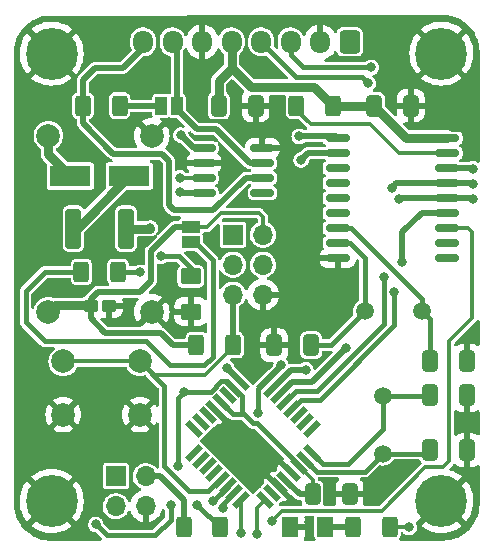
<source format=gtl>
G04 #@! TF.GenerationSoftware,KiCad,Pcbnew,(6.0.9)*
G04 #@! TF.CreationDate,2023-01-15T18:07:44+00:00*
G04 #@! TF.ProjectId,CanBus-Radio-VAG,43616e42-7573-42d5-9261-64696f2d5641,1.0*
G04 #@! TF.SameCoordinates,Original*
G04 #@! TF.FileFunction,Copper,L1,Top*
G04 #@! TF.FilePolarity,Positive*
%FSLAX46Y46*%
G04 Gerber Fmt 4.6, Leading zero omitted, Abs format (unit mm)*
G04 Created by KiCad (PCBNEW (6.0.9)) date 2023-01-15 18:07:44*
%MOMM*%
%LPD*%
G01*
G04 APERTURE LIST*
G04 Aperture macros list*
%AMRoundRect*
0 Rectangle with rounded corners*
0 $1 Rounding radius*
0 $2 $3 $4 $5 $6 $7 $8 $9 X,Y pos of 4 corners*
0 Add a 4 corners polygon primitive as box body*
4,1,4,$2,$3,$4,$5,$6,$7,$8,$9,$2,$3,0*
0 Add four circle primitives for the rounded corners*
1,1,$1+$1,$2,$3*
1,1,$1+$1,$4,$5*
1,1,$1+$1,$6,$7*
1,1,$1+$1,$8,$9*
0 Add four rect primitives between the rounded corners*
20,1,$1+$1,$2,$3,$4,$5,0*
20,1,$1+$1,$4,$5,$6,$7,0*
20,1,$1+$1,$6,$7,$8,$9,0*
20,1,$1+$1,$8,$9,$2,$3,0*%
%AMRotRect*
0 Rectangle, with rotation*
0 The origin of the aperture is its center*
0 $1 length*
0 $2 width*
0 $3 Rotation angle, in degrees counterclockwise*
0 Add horizontal line*
21,1,$1,$2,0,0,$3*%
G04 Aperture macros list end*
G04 #@! TA.AperFunction,ComponentPad*
%ADD10C,2.000000*%
G04 #@! TD*
G04 #@! TA.AperFunction,ComponentPad*
%ADD11C,4.400000*%
G04 #@! TD*
G04 #@! TA.AperFunction,SMDPad,CuDef*
%ADD12R,3.500000X1.800000*%
G04 #@! TD*
G04 #@! TA.AperFunction,SMDPad,CuDef*
%ADD13RotRect,1.600000X0.550000X225.000000*%
G04 #@! TD*
G04 #@! TA.AperFunction,SMDPad,CuDef*
%ADD14RotRect,1.600000X0.550000X135.000000*%
G04 #@! TD*
G04 #@! TA.AperFunction,ComponentPad*
%ADD15C,1.500000*%
G04 #@! TD*
G04 #@! TA.AperFunction,SMDPad,CuDef*
%ADD16RoundRect,0.150000X-0.825000X-0.150000X0.825000X-0.150000X0.825000X0.150000X-0.825000X0.150000X0*%
G04 #@! TD*
G04 #@! TA.AperFunction,SMDPad,CuDef*
%ADD17RoundRect,0.150000X-0.875000X-0.150000X0.875000X-0.150000X0.875000X0.150000X-0.875000X0.150000X0*%
G04 #@! TD*
G04 #@! TA.AperFunction,SMDPad,CuDef*
%ADD18RoundRect,0.250000X-0.400000X-0.625000X0.400000X-0.625000X0.400000X0.625000X-0.400000X0.625000X0*%
G04 #@! TD*
G04 #@! TA.AperFunction,SMDPad,CuDef*
%ADD19RoundRect,0.250000X0.400000X0.625000X-0.400000X0.625000X-0.400000X-0.625000X0.400000X-0.625000X0*%
G04 #@! TD*
G04 #@! TA.AperFunction,SMDPad,CuDef*
%ADD20R,1.500000X1.000000*%
G04 #@! TD*
G04 #@! TA.AperFunction,SMDPad,CuDef*
%ADD21R,1.000000X1.500000*%
G04 #@! TD*
G04 #@! TA.AperFunction,ComponentPad*
%ADD22O,1.700000X1.950000*%
G04 #@! TD*
G04 #@! TA.AperFunction,ComponentPad*
%ADD23RoundRect,0.250000X0.600000X0.725000X-0.600000X0.725000X-0.600000X-0.725000X0.600000X-0.725000X0*%
G04 #@! TD*
G04 #@! TA.AperFunction,ComponentPad*
%ADD24O,1.700000X1.700000*%
G04 #@! TD*
G04 #@! TA.AperFunction,ComponentPad*
%ADD25R,1.700000X1.700000*%
G04 #@! TD*
G04 #@! TA.AperFunction,SMDPad,CuDef*
%ADD26RoundRect,0.250000X0.400000X1.450000X-0.400000X1.450000X-0.400000X-1.450000X0.400000X-1.450000X0*%
G04 #@! TD*
G04 #@! TA.AperFunction,SMDPad,CuDef*
%ADD27RoundRect,0.250001X0.624999X-0.462499X0.624999X0.462499X-0.624999X0.462499X-0.624999X-0.462499X0*%
G04 #@! TD*
G04 #@! TA.AperFunction,SMDPad,CuDef*
%ADD28RoundRect,0.250001X-0.462499X-0.624999X0.462499X-0.624999X0.462499X0.624999X-0.462499X0.624999X0*%
G04 #@! TD*
G04 #@! TA.AperFunction,SMDPad,CuDef*
%ADD29RoundRect,0.250000X-0.375000X-0.275000X0.375000X-0.275000X0.375000X0.275000X-0.375000X0.275000X0*%
G04 #@! TD*
G04 #@! TA.AperFunction,SMDPad,CuDef*
%ADD30RoundRect,0.250000X-0.412500X-0.650000X0.412500X-0.650000X0.412500X0.650000X-0.412500X0.650000X0*%
G04 #@! TD*
G04 #@! TA.AperFunction,SMDPad,CuDef*
%ADD31RoundRect,0.250000X0.412500X0.650000X-0.412500X0.650000X-0.412500X-0.650000X0.412500X-0.650000X0*%
G04 #@! TD*
G04 #@! TA.AperFunction,ViaPad*
%ADD32C,0.800000*%
G04 #@! TD*
G04 #@! TA.AperFunction,Conductor*
%ADD33C,0.500000*%
G04 #@! TD*
G04 #@! TA.AperFunction,Conductor*
%ADD34C,0.800000*%
G04 #@! TD*
G04 #@! TA.AperFunction,Conductor*
%ADD35C,0.350000*%
G04 #@! TD*
G04 #@! TA.AperFunction,Conductor*
%ADD36C,0.450000*%
G04 #@! TD*
G04 APERTURE END LIST*
D10*
X73228500Y-75352000D03*
X73228500Y-60452000D03*
X81978500Y-75352000D03*
X81978500Y-60452000D03*
D11*
X73500000Y-91400000D03*
X106500000Y-91400000D03*
X73500000Y-53500000D03*
X106500000Y-53500000D03*
D12*
X80071600Y-63868300D03*
X75071600Y-63868300D03*
D13*
X89525695Y-91281603D03*
X88960010Y-90715917D03*
X88394324Y-90150232D03*
X87828639Y-89584547D03*
X87262953Y-89018861D03*
X86697268Y-88453176D03*
X86131583Y-87887490D03*
X85565897Y-87321805D03*
D14*
X85565897Y-85271195D03*
X86131583Y-84705510D03*
X86697268Y-84139824D03*
X87262953Y-83574139D03*
X87828639Y-83008453D03*
X88394324Y-82442768D03*
X88960010Y-81877083D03*
X89525695Y-81311397D03*
D13*
X91576305Y-81311397D03*
X92141990Y-81877083D03*
X92707676Y-82442768D03*
X93273361Y-83008453D03*
X93839047Y-83574139D03*
X94404732Y-84139824D03*
X94970417Y-84705510D03*
X95536103Y-85271195D03*
D14*
X95536103Y-87321805D03*
X94970417Y-87887490D03*
X94404732Y-88453176D03*
X93839047Y-89018861D03*
X93273361Y-89584547D03*
X92707676Y-90150232D03*
X92141990Y-90715917D03*
X91576305Y-91281603D03*
D15*
X101523800Y-87379200D03*
X101523800Y-82499200D03*
X99996600Y-75336400D03*
X104876600Y-75336400D03*
D16*
X91349600Y-61493400D03*
X91349600Y-62763400D03*
X91349600Y-64033400D03*
X91349600Y-65303400D03*
X86399600Y-65303400D03*
X86399600Y-64033400D03*
X86399600Y-62763400D03*
X86399600Y-61493400D03*
D17*
X107012000Y-60655200D03*
X107012000Y-61925200D03*
X107012000Y-63195200D03*
X107012000Y-64465200D03*
X107012000Y-65735200D03*
X107012000Y-67005200D03*
X107012000Y-68275200D03*
X107012000Y-69545200D03*
X107012000Y-70815200D03*
X97712000Y-70815200D03*
X97712000Y-69545200D03*
X97712000Y-68275200D03*
X97712000Y-67005200D03*
X97712000Y-65735200D03*
X97712000Y-64465200D03*
X97712000Y-63195200D03*
X97712000Y-61925200D03*
X97712000Y-60655200D03*
D10*
X80985500Y-79565500D03*
X80985500Y-84065500D03*
X74485500Y-79565500D03*
X74485500Y-84065500D03*
D18*
X79121600Y-71983600D03*
X76021600Y-71983600D03*
X88849800Y-78181200D03*
X85749800Y-78181200D03*
X87783000Y-93599000D03*
X84683000Y-93599000D03*
D19*
X99034000Y-93599000D03*
X102134000Y-93599000D03*
X94219600Y-57912000D03*
X97319600Y-57912000D03*
X76148600Y-57912000D03*
X79248600Y-57912000D03*
D20*
X85280500Y-68184000D03*
X85280500Y-69484000D03*
D21*
X84085600Y-57912000D03*
X82785600Y-57912000D03*
D22*
X81242500Y-52514500D03*
X83742500Y-52514500D03*
X86242500Y-52514500D03*
X88742500Y-52514500D03*
X91242500Y-52514500D03*
X93742500Y-52514500D03*
X96242500Y-52514500D03*
D23*
X98742500Y-52514500D03*
D24*
X91376500Y-73914000D03*
X88836500Y-73914000D03*
X91376500Y-71374000D03*
X88836500Y-71374000D03*
X91376500Y-68834000D03*
D25*
X88836500Y-68834000D03*
D24*
X81470500Y-91821000D03*
X78930500Y-91821000D03*
X81470500Y-89281000D03*
D25*
X78930500Y-89281000D03*
D26*
X75346600Y-68313300D03*
X79796600Y-68313300D03*
D27*
X85280500Y-72363000D03*
X85280500Y-75338000D03*
D28*
X96674000Y-93599000D03*
X93699000Y-93599000D03*
D29*
X78391600Y-74853800D03*
X76791600Y-74853800D03*
D30*
X98717500Y-90805000D03*
X95592500Y-90805000D03*
X108674300Y-82448400D03*
X105549300Y-82448400D03*
X108674300Y-87071200D03*
X105549300Y-87071200D03*
D31*
X92341300Y-78181200D03*
X95466300Y-78181200D03*
D30*
X108674300Y-79514700D03*
X105549300Y-79514700D03*
X90765100Y-57912000D03*
X87640100Y-57912000D03*
X103899100Y-57912000D03*
X100774100Y-57912000D03*
D32*
X73888600Y-70053200D03*
X73837800Y-68173600D03*
X73837800Y-66344800D03*
X102031800Y-89357200D03*
X97053400Y-90728800D03*
X76581000Y-80772000D03*
X77952600Y-80772000D03*
X76581000Y-82042000D03*
X78003400Y-82042000D03*
X72720200Y-66344800D03*
X72720200Y-68173600D03*
X72771000Y-70053200D03*
X95326200Y-93167200D03*
X90652600Y-86360000D03*
X91973400Y-87630000D03*
X90957400Y-88442800D03*
X89687400Y-87274400D03*
X84353400Y-64008000D03*
X84709000Y-82143600D03*
X84200164Y-88392836D03*
X88023210Y-92003777D03*
X87198200Y-91389200D03*
X109143800Y-65786000D03*
X95021400Y-80264000D03*
X102946200Y-65836800D03*
X88315800Y-80111600D03*
X103200200Y-71170800D03*
X109143800Y-64516000D03*
X92923595Y-79893395D03*
X90957400Y-83972400D03*
X77241400Y-93370400D03*
X85826600Y-91694000D03*
X83591400Y-91694000D03*
X102285800Y-64871600D03*
X109143800Y-63246000D03*
X98425000Y-78421610D03*
X92125800Y-93065600D03*
X89535000Y-94132400D03*
X84353400Y-65243190D03*
X94618839Y-62502811D03*
X94462600Y-60502800D03*
X84439010Y-60397830D03*
X81000600Y-72034400D03*
X82727800Y-70662800D03*
X81864200Y-68275200D03*
X101676200Y-72440800D03*
X100304602Y-56032400D03*
X102501200Y-73660000D03*
X100558600Y-54660800D03*
X103759000Y-93624400D03*
X90870415Y-94147015D03*
D33*
X100774100Y-57912000D02*
X100774100Y-57924300D01*
D34*
X103505000Y-60655200D02*
X107012000Y-60655200D01*
X100774100Y-57924300D02*
X103505000Y-60655200D01*
X97319600Y-57912000D02*
X100774100Y-57912000D01*
D33*
X94493814Y-90805000D02*
X93273361Y-89584547D01*
X95592500Y-90805000D02*
X94493814Y-90805000D01*
X82651600Y-89281000D02*
X81470500Y-89281000D01*
X84683000Y-91312400D02*
X82651600Y-89281000D01*
X84683000Y-93599000D02*
X84683000Y-91312400D01*
D34*
X76766200Y-74828400D02*
X76791600Y-74853800D01*
X73752100Y-74828400D02*
X76766200Y-74828400D01*
X73228500Y-75352000D02*
X73752100Y-74828400D01*
D33*
X76791600Y-74853800D02*
X76791600Y-74262200D01*
X76791600Y-74262200D02*
X77393800Y-73660000D01*
X77393800Y-73660000D02*
X81000600Y-73660000D01*
X81000600Y-73660000D02*
X81877798Y-72782802D01*
X81877798Y-72782802D02*
X81877798Y-70254798D01*
X81877798Y-70254798D02*
X83948596Y-68184000D01*
X83948596Y-68184000D02*
X85280500Y-68184000D01*
X76791600Y-75902600D02*
X76791600Y-74853800D01*
X78054200Y-77165200D02*
X76791600Y-75902600D01*
X82727800Y-77165200D02*
X78054200Y-77165200D01*
X83743800Y-78181200D02*
X82727800Y-77165200D01*
X85749800Y-78181200D02*
X83743800Y-78181200D01*
D34*
X88742500Y-54681100D02*
X88742500Y-52514500D01*
X87640100Y-55783500D02*
X88742500Y-54681100D01*
X87640100Y-57912000D02*
X87640100Y-55783500D01*
D35*
X95592500Y-89640944D02*
X94404732Y-88453176D01*
X95592500Y-90805000D02*
X95592500Y-89640944D01*
X91376500Y-67322700D02*
X91376500Y-68834000D01*
X91059000Y-67005200D02*
X91376500Y-67322700D01*
X87828097Y-67005200D02*
X91059000Y-67005200D01*
X86649297Y-68184000D02*
X87828097Y-67005200D01*
X85280500Y-68184000D02*
X86649297Y-68184000D01*
X84378800Y-64033400D02*
X84353400Y-64008000D01*
X86399600Y-64033400D02*
X84378800Y-64033400D01*
D36*
X89579474Y-82496547D02*
X88960010Y-81877083D01*
X89579474Y-83815476D02*
X89579474Y-82496547D01*
X90890364Y-84797401D02*
X90561399Y-84797401D01*
X94404732Y-88311769D02*
X90890364Y-84797401D01*
X94404732Y-88453176D02*
X94404732Y-88311769D01*
X88844287Y-84024101D02*
X89788099Y-84024101D01*
X87828639Y-83008453D02*
X88844287Y-84024101D01*
X89788099Y-84024101D02*
X89579474Y-83815476D01*
X90561399Y-84797401D02*
X89788099Y-84024101D01*
X86961064Y-82143600D02*
X84709000Y-82143600D01*
X87847046Y-81257618D02*
X86961064Y-82143600D01*
X88340545Y-81257618D02*
X87847046Y-81257618D01*
X88960010Y-81877083D02*
X88340545Y-81257618D01*
X84200164Y-82652436D02*
X84709000Y-82143600D01*
X84200164Y-88392836D02*
X84200164Y-82652436D01*
D34*
X90398600Y-56337200D02*
X88742500Y-54681100D01*
X95744800Y-56337200D02*
X90398600Y-56337200D01*
X97319600Y-57912000D02*
X95744800Y-56337200D01*
D36*
X105537000Y-79502400D02*
X105549300Y-79514700D01*
X105537000Y-75996800D02*
X105537000Y-79502400D01*
X104876600Y-75336400D02*
X105537000Y-75996800D01*
X104876600Y-74275740D02*
X98876060Y-68275200D01*
X98876060Y-68275200D02*
X97712000Y-68275200D01*
X104876600Y-75336400D02*
X104876600Y-74275740D01*
D35*
X74485500Y-79565500D02*
X80985500Y-79565500D01*
D33*
X88836500Y-78167900D02*
X88849800Y-78181200D01*
X88836500Y-73914000D02*
X88836500Y-78167900D01*
D35*
X88849800Y-78358400D02*
X88849800Y-78181200D01*
X86487000Y-80721200D02*
X88849800Y-78358400D01*
X82141200Y-80721200D02*
X86487000Y-80721200D01*
X80985500Y-79565500D02*
X82141200Y-80721200D01*
D36*
X87687231Y-89584547D02*
X86746178Y-90525600D01*
X87828639Y-89584547D02*
X87687231Y-89584547D01*
X86746178Y-90525600D02*
X85166200Y-90525600D01*
X85166200Y-90525600D02*
X83032600Y-88392000D01*
X83032600Y-81612600D02*
X80985500Y-79565500D01*
X83032600Y-88392000D02*
X83032600Y-81612600D01*
D33*
X84085600Y-52857600D02*
X83742500Y-52514500D01*
X84085600Y-57912000D02*
X84085600Y-52857600D01*
X84085600Y-57912000D02*
X84085600Y-58203000D01*
X84085600Y-58203000D02*
X85775800Y-59893200D01*
X85775800Y-59893200D02*
X87401400Y-59893200D01*
X90271600Y-62763400D02*
X91349600Y-62763400D01*
X87401400Y-59893200D02*
X90271600Y-62763400D01*
X77190600Y-54711600D02*
X79527400Y-54711600D01*
X76148600Y-55753600D02*
X77190600Y-54711600D01*
X81242500Y-52996500D02*
X81242500Y-52514500D01*
X79527400Y-54711600D02*
X81242500Y-52996500D01*
X76148600Y-57912000D02*
X76148600Y-55753600D01*
X89916000Y-64033400D02*
X91349600Y-64033400D01*
X87198200Y-66751200D02*
X89916000Y-64033400D01*
X83439000Y-66344800D02*
X83845400Y-66751200D01*
X83439000Y-62585600D02*
X83439000Y-66344800D01*
X82829400Y-61976000D02*
X83439000Y-62585600D01*
X78714600Y-61976000D02*
X82829400Y-61976000D01*
X76148600Y-59410000D02*
X78714600Y-61976000D01*
X83845400Y-66751200D02*
X87198200Y-66751200D01*
X76148600Y-57912000D02*
X76148600Y-59410000D01*
D36*
X88960010Y-90715917D02*
X88023210Y-91652717D01*
X88023210Y-91652717D02*
X88023210Y-92003777D01*
X88394324Y-90193076D02*
X87198200Y-91389200D01*
X88394324Y-90150232D02*
X88394324Y-90193076D01*
D33*
X109093000Y-65735200D02*
X109143800Y-65786000D01*
X107012000Y-65735200D02*
X109093000Y-65735200D01*
X93755073Y-80264000D02*
X92141990Y-81877083D01*
X95021400Y-80264000D02*
X93755073Y-80264000D01*
X107012000Y-65735200D02*
X103047800Y-65735200D01*
X103047800Y-65735200D02*
X102946200Y-65836800D01*
X88325898Y-80111600D02*
X88315800Y-80111600D01*
X89525695Y-81311397D02*
X88325898Y-80111600D01*
X107012000Y-67005200D02*
X104825800Y-67005200D01*
X104825800Y-67005200D02*
X103200200Y-68630800D01*
X103200200Y-68630800D02*
X103200200Y-71170800D01*
X109093000Y-64465200D02*
X109143800Y-64516000D01*
X107012000Y-64465200D02*
X109093000Y-64465200D01*
X92923595Y-79964107D02*
X91576305Y-81311397D01*
X92923595Y-79893395D02*
X92923595Y-79964107D01*
D36*
X90956840Y-83971840D02*
X90957400Y-83972400D01*
X90956840Y-81930862D02*
X90956840Y-83971840D01*
X91576305Y-81311397D02*
X90956840Y-81930862D01*
X77241400Y-93370400D02*
X78155802Y-94284802D01*
X87731600Y-93599000D02*
X85826600Y-91694000D01*
X87783000Y-93599000D02*
X87731600Y-93599000D01*
X83591400Y-91694000D02*
X83591400Y-92964000D01*
X82270598Y-94284802D02*
X78155802Y-94284802D01*
X83591400Y-92964000D02*
X82270598Y-94284802D01*
D33*
X102692200Y-64465200D02*
X102285800Y-64871600D01*
X107012000Y-64465200D02*
X102692200Y-64465200D01*
X109093000Y-63195200D02*
X109143800Y-63246000D01*
X107012000Y-63195200D02*
X109093000Y-63195200D01*
X95566610Y-81280000D02*
X98425000Y-78421610D01*
X93870444Y-81280000D02*
X95566610Y-81280000D01*
X92707676Y-82442768D02*
X93870444Y-81280000D01*
D35*
X89525695Y-94123095D02*
X89535000Y-94132400D01*
X89525695Y-91281603D02*
X89525695Y-94123095D01*
X92989400Y-92202000D02*
X92125800Y-93065600D01*
X101473000Y-92202000D02*
X92989400Y-92202000D01*
X105130600Y-88544400D02*
X101473000Y-92202000D01*
X107162600Y-88036400D02*
X106654600Y-88544400D01*
X107162600Y-77825600D02*
X107162600Y-88036400D01*
X109093000Y-75895200D02*
X107162600Y-77825600D01*
X109093000Y-68630800D02*
X109093000Y-75895200D01*
X106654600Y-88544400D02*
X105130600Y-88544400D01*
X108737400Y-68275200D02*
X109093000Y-68630800D01*
X107012000Y-68275200D02*
X108737400Y-68275200D01*
D33*
X86399600Y-65303400D02*
X84413610Y-65303400D01*
X84413610Y-65303400D02*
X84353400Y-65243190D01*
X95196450Y-61925200D02*
X94618839Y-62502811D01*
X97712000Y-61925200D02*
X95196450Y-61925200D01*
X97559600Y-60502800D02*
X97712000Y-60655200D01*
X94462600Y-60502800D02*
X97559600Y-60502800D01*
X86399600Y-61493400D02*
X85534580Y-61493400D01*
X85534580Y-61493400D02*
X84439010Y-60397830D01*
D36*
X97151800Y-78181200D02*
X99996600Y-75336400D01*
X95466300Y-78181200D02*
X97151800Y-78181200D01*
X98737000Y-69545200D02*
X97712000Y-69545200D01*
X99996600Y-70804800D02*
X98737000Y-69545200D01*
X99996600Y-75336400D02*
X99996600Y-70804800D01*
X105241300Y-87379200D02*
X105549300Y-87071200D01*
X101523800Y-87379200D02*
X105241300Y-87379200D01*
X94970417Y-87887490D02*
X95972537Y-88889610D01*
X95972537Y-88889610D02*
X100013390Y-88889610D01*
X100013390Y-88889610D02*
X101523800Y-87379200D01*
X105498500Y-82499200D02*
X105549300Y-82448400D01*
X101523800Y-82499200D02*
X105498500Y-82499200D01*
X101523800Y-85293200D02*
X101523800Y-82499200D01*
X98577400Y-88239600D02*
X101523800Y-85293200D01*
X96453898Y-88239600D02*
X98577400Y-88239600D01*
X95536103Y-87321805D02*
X96453898Y-88239600D01*
D34*
X75626600Y-68313300D02*
X80071600Y-63868300D01*
X75346600Y-68313300D02*
X75626600Y-68313300D01*
X73228500Y-62025200D02*
X75071600Y-63868300D01*
X73228500Y-60452000D02*
X73228500Y-62025200D01*
D33*
X96674000Y-93599000D02*
X99034000Y-93599000D01*
D36*
X80949800Y-71983600D02*
X81000600Y-72034400D01*
X79121600Y-71983600D02*
X80949800Y-71983600D01*
X85280500Y-71650500D02*
X84292800Y-70662800D01*
X84292800Y-70662800D02*
X82727800Y-70662800D01*
X85280500Y-72363000D02*
X85280500Y-71650500D01*
D34*
X81826100Y-68313300D02*
X81864200Y-68275200D01*
X79796600Y-68313300D02*
X81826100Y-68313300D01*
D36*
X93273361Y-83008453D02*
X94189014Y-82092800D01*
X101676200Y-76391412D02*
X101676200Y-72440800D01*
X95974812Y-82092800D02*
X101676200Y-76391412D01*
X94189014Y-82092800D02*
X95974812Y-82092800D01*
X91242500Y-52514500D02*
X94208001Y-55480001D01*
X94208001Y-55480001D02*
X99752203Y-55480001D01*
X99752203Y-55480001D02*
X100304602Y-56032400D01*
X93839047Y-83574139D02*
X94609186Y-82804000D01*
X102501200Y-76485664D02*
X102501200Y-73660000D01*
X96182864Y-82804000D02*
X102501200Y-76485664D01*
X94609186Y-82804000D02*
X96182864Y-82804000D01*
X100558600Y-54660800D02*
X94818200Y-54660800D01*
X93742500Y-53585100D02*
X93742500Y-52514500D01*
X94818200Y-54660800D02*
X93742500Y-53585100D01*
D33*
X79248600Y-57912000D02*
X82785600Y-57912000D01*
D36*
X87147400Y-71018400D02*
X85613000Y-69484000D01*
X87147400Y-79197200D02*
X87147400Y-71018400D01*
X86436200Y-79908400D02*
X87147400Y-79197200D01*
X85613000Y-69484000D02*
X85280500Y-69484000D01*
X83540600Y-79908400D02*
X86436200Y-79908400D01*
X71297800Y-76250800D02*
X72923400Y-77876400D01*
X81508600Y-77876400D02*
X83540600Y-79908400D01*
X71297800Y-73609200D02*
X71297800Y-76250800D01*
X72923400Y-77876400D02*
X81508600Y-77876400D01*
X72923400Y-71983600D02*
X71297800Y-73609200D01*
X76021600Y-71983600D02*
X72923400Y-71983600D01*
D33*
X94219600Y-57912000D02*
X94219600Y-58278600D01*
D35*
X94219600Y-58278600D02*
X95427800Y-59486800D01*
X95427800Y-59486800D02*
X100457000Y-59486800D01*
X102895400Y-61925200D02*
X107012000Y-61925200D01*
X100457000Y-59486800D02*
X102895400Y-61925200D01*
X102134000Y-93599000D02*
X102134000Y-93472600D01*
X103733600Y-93599000D02*
X103759000Y-93624400D01*
X102134000Y-93599000D02*
X103733600Y-93599000D01*
X90870415Y-91987493D02*
X90870415Y-94147015D01*
X91576305Y-91281603D02*
X90870415Y-91987493D01*
G04 #@! TA.AperFunction,Conductor*
G36*
X108870421Y-82214402D02*
G01*
X108916914Y-82268058D01*
X108928300Y-82320400D01*
X108928300Y-83838284D01*
X108932775Y-83853523D01*
X108934165Y-83854728D01*
X108941848Y-83856399D01*
X109133895Y-83856399D01*
X109140414Y-83856062D01*
X109236006Y-83846143D01*
X109249400Y-83843251D01*
X109403584Y-83791812D01*
X109416762Y-83785638D01*
X109534721Y-83712643D01*
X109603173Y-83693805D01*
X109670942Y-83714966D01*
X109716514Y-83769407D01*
X109727024Y-83819789D01*
X109726995Y-85699676D01*
X109706992Y-85767796D01*
X109653336Y-85814288D01*
X109583061Y-85824391D01*
X109534879Y-85806934D01*
X109415557Y-85733384D01*
X109402376Y-85727237D01*
X109248090Y-85676062D01*
X109234714Y-85673195D01*
X109140362Y-85663528D01*
X109133945Y-85663200D01*
X108946415Y-85663200D01*
X108931176Y-85667675D01*
X108929971Y-85669065D01*
X108928300Y-85676748D01*
X108928300Y-88461084D01*
X108932775Y-88476323D01*
X108934165Y-88477528D01*
X108941848Y-88479199D01*
X109133895Y-88479199D01*
X109140414Y-88478862D01*
X109236006Y-88468943D01*
X109249400Y-88466051D01*
X109403584Y-88414612D01*
X109416758Y-88408441D01*
X109534648Y-88335487D01*
X109603100Y-88316649D01*
X109670870Y-88337810D01*
X109716441Y-88392250D01*
X109726952Y-88442633D01*
X109726902Y-91652882D01*
X109724678Y-91673467D01*
X109724612Y-91676968D01*
X109721961Y-91689094D01*
X109724152Y-91701312D01*
X109723918Y-91713715D01*
X109723843Y-91713714D01*
X109724432Y-91724719D01*
X109704711Y-92003605D01*
X109703121Y-92016538D01*
X109649664Y-92320551D01*
X109646747Y-92333251D01*
X109562177Y-92630121D01*
X109557964Y-92642451D01*
X109443186Y-92928999D01*
X109437722Y-92940828D01*
X109293965Y-93213990D01*
X109287313Y-93225185D01*
X109121021Y-93474673D01*
X109116107Y-93482046D01*
X109108329Y-93492499D01*
X108911524Y-93730291D01*
X108902708Y-93739887D01*
X108715476Y-93923620D01*
X108682383Y-93956094D01*
X108672623Y-93964727D01*
X108431164Y-94157009D01*
X108420565Y-94164588D01*
X108160519Y-94330919D01*
X108149199Y-94337361D01*
X108077859Y-94373203D01*
X107873374Y-94475939D01*
X107861444Y-94481179D01*
X107707193Y-94539613D01*
X107572779Y-94590532D01*
X107560384Y-94594508D01*
X107261958Y-94673467D01*
X107249213Y-94676142D01*
X106944230Y-94723856D01*
X106931278Y-94725200D01*
X106652071Y-94739657D01*
X106641079Y-94738861D01*
X106641079Y-94738935D01*
X106628672Y-94738935D01*
X106616500Y-94736514D01*
X106603606Y-94739079D01*
X106579030Y-94741499D01*
X103028604Y-94741435D01*
X102960483Y-94721432D01*
X102913991Y-94667775D01*
X102903889Y-94597501D01*
X102927780Y-94539870D01*
X102928040Y-94539524D01*
X102973498Y-94478869D01*
X102975689Y-94475946D01*
X102975691Y-94475943D01*
X102981071Y-94468764D01*
X103031798Y-94333448D01*
X103038500Y-94271756D01*
X103038500Y-94154500D01*
X103058502Y-94086379D01*
X103112158Y-94039886D01*
X103164500Y-94028500D01*
X103181814Y-94028500D01*
X103249935Y-94048502D01*
X103266613Y-94061306D01*
X103360807Y-94147015D01*
X103377076Y-94161819D01*
X103516293Y-94237408D01*
X103669522Y-94277607D01*
X103753477Y-94278926D01*
X103820319Y-94279976D01*
X103820322Y-94279976D01*
X103827916Y-94280095D01*
X103982332Y-94244729D01*
X104052742Y-94209317D01*
X104117072Y-94176963D01*
X104117075Y-94176961D01*
X104123855Y-94173551D01*
X104129626Y-94168622D01*
X104129629Y-94168620D01*
X104238536Y-94075604D01*
X104238536Y-94075603D01*
X104244314Y-94070669D01*
X104336755Y-93942024D01*
X104395842Y-93795041D01*
X104409245Y-93700861D01*
X104417581Y-93642291D01*
X104417581Y-93642288D01*
X104418162Y-93638207D01*
X104418307Y-93624400D01*
X104401610Y-93486423D01*
X104778703Y-93486423D01*
X104786227Y-93496854D01*
X104925483Y-93609020D01*
X104931657Y-93613408D01*
X105202271Y-93782178D01*
X105208931Y-93785794D01*
X105497852Y-93920827D01*
X105504905Y-93923620D01*
X105807970Y-94022970D01*
X105815282Y-94024888D01*
X106128092Y-94087109D01*
X106135590Y-94088137D01*
X106453610Y-94112328D01*
X106461173Y-94112446D01*
X106779785Y-94098257D01*
X106787326Y-94097465D01*
X107101924Y-94045101D01*
X107109302Y-94043411D01*
X107415355Y-93953625D01*
X107422450Y-93951071D01*
X107715496Y-93825169D01*
X107722263Y-93821765D01*
X107998042Y-93661580D01*
X108004349Y-93657390D01*
X108214305Y-93498889D01*
X108222761Y-93487496D01*
X108216045Y-93475256D01*
X106512810Y-91772020D01*
X106498869Y-91764408D01*
X106497034Y-91764539D01*
X106490420Y-91768790D01*
X104785818Y-93473393D01*
X104778703Y-93486423D01*
X104401610Y-93486423D01*
X104399276Y-93467133D01*
X104343280Y-93318946D01*
X104338979Y-93312688D01*
X104335459Y-93305955D01*
X104338397Y-93304419D01*
X104321115Y-93250828D01*
X104339315Y-93182203D01*
X104386172Y-93137201D01*
X104425055Y-93115734D01*
X106139659Y-91401131D01*
X106864408Y-91401131D01*
X106864539Y-91402966D01*
X106868790Y-91409580D01*
X108573285Y-93114074D01*
X108586408Y-93121240D01*
X108596709Y-93113851D01*
X108700751Y-92986055D01*
X108705164Y-92979914D01*
X108875349Y-92710187D01*
X108879005Y-92703536D01*
X109015544Y-92415335D01*
X109018375Y-92408295D01*
X109119306Y-92105767D01*
X109121270Y-92098433D01*
X109185122Y-91785989D01*
X109186194Y-91778465D01*
X109212173Y-91459051D01*
X109212378Y-91454576D01*
X109212927Y-91402221D01*
X109212817Y-91397789D01*
X109193529Y-91077853D01*
X109192621Y-91070351D01*
X109135319Y-90756593D01*
X109133518Y-90749260D01*
X109038935Y-90444655D01*
X109036263Y-90437583D01*
X108905781Y-90146570D01*
X108902264Y-90139843D01*
X108737771Y-89866621D01*
X108733481Y-89860377D01*
X108597991Y-89686647D01*
X108586199Y-89678178D01*
X108574486Y-89684725D01*
X106872020Y-91387190D01*
X106864408Y-91401131D01*
X106139659Y-91401131D01*
X106500000Y-91040790D01*
X108214561Y-89326228D01*
X108221571Y-89313390D01*
X108213776Y-89302700D01*
X108051298Y-89174613D01*
X108045075Y-89170288D01*
X107772702Y-89004357D01*
X107766025Y-89000822D01*
X107475686Y-88868813D01*
X107468616Y-88866099D01*
X107265024Y-88801711D01*
X107206106Y-88762099D01*
X107177956Y-88696922D01*
X107189513Y-88626872D01*
X107213923Y-88592481D01*
X107442986Y-88363418D01*
X107454075Y-88353563D01*
X107471831Y-88339565D01*
X107479228Y-88333734D01*
X107510988Y-88287780D01*
X107513278Y-88284577D01*
X107524978Y-88268736D01*
X107528228Y-88264336D01*
X107584789Y-88221424D01*
X107655571Y-88215904D01*
X107718598Y-88250021D01*
X107783629Y-88314939D01*
X107795040Y-88323951D01*
X107933043Y-88409016D01*
X107946224Y-88415163D01*
X108100510Y-88466338D01*
X108113886Y-88469205D01*
X108208238Y-88478872D01*
X108214654Y-88479200D01*
X108402185Y-88479200D01*
X108417424Y-88474725D01*
X108418629Y-88473335D01*
X108420300Y-88465652D01*
X108420300Y-85681316D01*
X108415825Y-85666077D01*
X108414435Y-85664872D01*
X108406752Y-85663201D01*
X108214705Y-85663201D01*
X108208186Y-85663538D01*
X108112594Y-85673457D01*
X108099200Y-85676349D01*
X107945016Y-85727788D01*
X107931838Y-85733961D01*
X107787765Y-85823117D01*
X107786649Y-85821314D01*
X107730562Y-85844020D01*
X107660797Y-85830854D01*
X107609225Y-85782059D01*
X107592100Y-85718638D01*
X107592100Y-83800943D01*
X107612102Y-83732822D01*
X107665758Y-83686329D01*
X107736032Y-83676225D01*
X107788039Y-83698559D01*
X107788809Y-83697310D01*
X107933043Y-83786216D01*
X107946224Y-83792363D01*
X108100510Y-83843538D01*
X108113886Y-83846405D01*
X108208238Y-83856072D01*
X108214654Y-83856400D01*
X108402185Y-83856400D01*
X108417424Y-83851925D01*
X108418629Y-83850535D01*
X108420300Y-83842852D01*
X108420300Y-82320400D01*
X108440302Y-82252279D01*
X108493958Y-82205786D01*
X108546300Y-82194400D01*
X108802300Y-82194400D01*
X108870421Y-82214402D01*
G37*
G04 #@! TD.AperFunction*
G04 #@! TA.AperFunction,Conductor*
G36*
X95687392Y-92651502D02*
G01*
X95733885Y-92705158D01*
X95743989Y-92775432D01*
X95737253Y-92801728D01*
X95716475Y-92857155D01*
X95713702Y-92864553D01*
X95707000Y-92926245D01*
X95707001Y-94271754D01*
X95707370Y-94275148D01*
X95707370Y-94275154D01*
X95711987Y-94317656D01*
X95713702Y-94333447D01*
X95764429Y-94468764D01*
X95769809Y-94475943D01*
X95769811Y-94475946D01*
X95772002Y-94478869D01*
X95817461Y-94539524D01*
X95817621Y-94539738D01*
X95842469Y-94606244D01*
X95827416Y-94675627D01*
X95777242Y-94725857D01*
X95716793Y-94741303D01*
X94958784Y-94741289D01*
X94890663Y-94721286D01*
X94844171Y-94667629D01*
X94834069Y-94597355D01*
X94847591Y-94560030D01*
X94846223Y-94559392D01*
X94855462Y-94539577D01*
X94906639Y-94385284D01*
X94909505Y-94371919D01*
X94919172Y-94277561D01*
X94919500Y-94271145D01*
X94919500Y-93871115D01*
X94915025Y-93855876D01*
X94913635Y-93854671D01*
X94905952Y-93853000D01*
X93571000Y-93853000D01*
X93502879Y-93832998D01*
X93456386Y-93779342D01*
X93445000Y-93727000D01*
X93445000Y-93471000D01*
X93465002Y-93402879D01*
X93518658Y-93356386D01*
X93571000Y-93345000D01*
X94901385Y-93345000D01*
X94916624Y-93340525D01*
X94917829Y-93339135D01*
X94919500Y-93331452D01*
X94919500Y-92926904D01*
X94919163Y-92920389D01*
X94909244Y-92824797D01*
X94906350Y-92811398D01*
X94901672Y-92797376D01*
X94899088Y-92726427D01*
X94935272Y-92665343D01*
X94998736Y-92633518D01*
X95021196Y-92631500D01*
X95619271Y-92631500D01*
X95687392Y-92651502D01*
G37*
G04 #@! TD.AperFunction*
G04 #@! TA.AperFunction,Conductor*
G36*
X106662376Y-50231877D02*
G01*
X106662968Y-50231888D01*
X106675094Y-50234539D01*
X106687312Y-50232348D01*
X106699716Y-50232582D01*
X106699715Y-50232657D01*
X106710719Y-50232068D01*
X106989605Y-50251789D01*
X107002538Y-50253379D01*
X107306551Y-50306836D01*
X107319251Y-50309753D01*
X107616121Y-50394323D01*
X107628451Y-50398536D01*
X107914999Y-50513314D01*
X107926828Y-50518778D01*
X108199990Y-50662535D01*
X108211185Y-50669187D01*
X108388383Y-50787295D01*
X108468046Y-50840393D01*
X108478499Y-50848171D01*
X108716291Y-51044976D01*
X108725887Y-51053792D01*
X108942094Y-51274117D01*
X108950726Y-51283876D01*
X108956279Y-51290849D01*
X109143009Y-51525336D01*
X109150588Y-51535935D01*
X109316919Y-51795981D01*
X109323361Y-51807301D01*
X109362128Y-51884463D01*
X109461939Y-52083126D01*
X109467179Y-52095056D01*
X109497060Y-52173933D01*
X109557643Y-52333857D01*
X109576530Y-52383715D01*
X109580508Y-52396116D01*
X109659466Y-52694538D01*
X109662142Y-52707287D01*
X109709419Y-53009470D01*
X109709856Y-53012266D01*
X109711200Y-53025222D01*
X109724295Y-53278116D01*
X109725657Y-53304427D01*
X109724861Y-53315421D01*
X109724935Y-53315421D01*
X109724935Y-53327828D01*
X109722514Y-53340000D01*
X109725079Y-53352894D01*
X109727499Y-53377470D01*
X109727420Y-58416500D01*
X109727355Y-62608772D01*
X109707352Y-62676892D01*
X109653696Y-62723384D01*
X109583421Y-62733487D01*
X109529447Y-62712236D01*
X109525746Y-62709664D01*
X109520075Y-62704611D01*
X109513363Y-62701057D01*
X109513360Y-62701055D01*
X109386788Y-62634039D01*
X109386789Y-62634039D01*
X109380074Y-62630484D01*
X109226433Y-62591892D01*
X109218834Y-62591852D01*
X109218833Y-62591852D01*
X109152981Y-62591507D01*
X109068021Y-62591062D01*
X109060641Y-62592834D01*
X109060639Y-62592834D01*
X108921363Y-62626271D01*
X108921360Y-62626272D01*
X108913984Y-62628043D01*
X108882638Y-62644222D01*
X108819779Y-62676666D01*
X108761989Y-62690700D01*
X108112493Y-62690700D01*
X108055291Y-62676967D01*
X108046459Y-62672467D01*
X107994844Y-62623720D01*
X107977777Y-62554805D01*
X108000677Y-62487603D01*
X108046458Y-62447933D01*
X108055215Y-62443471D01*
X108127723Y-62406526D01*
X108218326Y-62315923D01*
X108276498Y-62201755D01*
X108291500Y-62107034D01*
X108291500Y-61743366D01*
X108276498Y-61648645D01*
X108218326Y-61534477D01*
X108127723Y-61443874D01*
X108046458Y-61402467D01*
X107994843Y-61353718D01*
X107977777Y-61284803D01*
X108000678Y-61217602D01*
X108046458Y-61177933D01*
X108052313Y-61174950D01*
X108127723Y-61136526D01*
X108218326Y-61045923D01*
X108276498Y-60931755D01*
X108291500Y-60837034D01*
X108291500Y-60473366D01*
X108276498Y-60378645D01*
X108218326Y-60264477D01*
X108127723Y-60173874D01*
X108013555Y-60115702D01*
X107918834Y-60100700D01*
X107394298Y-60100700D01*
X107333597Y-60085115D01*
X107302574Y-60068060D01*
X107254853Y-60041825D01*
X107094683Y-60000700D01*
X103828293Y-60000700D01*
X103760172Y-59980698D01*
X103739198Y-59963795D01*
X103307050Y-59531647D01*
X103273024Y-59469335D01*
X103278089Y-59398520D01*
X103320636Y-59341684D01*
X103387156Y-59316873D01*
X103408988Y-59317208D01*
X103433040Y-59319672D01*
X103439454Y-59320000D01*
X103626985Y-59320000D01*
X103642224Y-59315525D01*
X103643429Y-59314135D01*
X103645100Y-59306452D01*
X103645100Y-59301884D01*
X104153100Y-59301884D01*
X104157575Y-59317123D01*
X104158965Y-59318328D01*
X104166648Y-59319999D01*
X104358695Y-59319999D01*
X104365214Y-59319662D01*
X104460806Y-59309743D01*
X104474200Y-59306851D01*
X104628384Y-59255412D01*
X104641562Y-59249239D01*
X104779407Y-59163937D01*
X104790808Y-59154901D01*
X104905339Y-59040171D01*
X104914351Y-59028760D01*
X104999416Y-58890757D01*
X105005563Y-58877576D01*
X105056738Y-58723290D01*
X105059605Y-58709914D01*
X105069272Y-58615562D01*
X105069600Y-58609146D01*
X105069600Y-58184115D01*
X105065125Y-58168876D01*
X105063735Y-58167671D01*
X105056052Y-58166000D01*
X104171215Y-58166000D01*
X104155976Y-58170475D01*
X104154771Y-58171865D01*
X104153100Y-58179548D01*
X104153100Y-59301884D01*
X103645100Y-59301884D01*
X103645100Y-58184115D01*
X103640625Y-58168876D01*
X103639235Y-58167671D01*
X103631552Y-58166000D01*
X102746716Y-58166000D01*
X102731477Y-58170475D01*
X102730272Y-58171865D01*
X102728601Y-58179548D01*
X102728601Y-58609095D01*
X102728938Y-58615614D01*
X102731416Y-58639493D01*
X102718551Y-58709314D01*
X102669980Y-58761096D01*
X102601124Y-58778398D01*
X102533844Y-58755727D01*
X102516994Y-58741591D01*
X101728005Y-57952602D01*
X101693979Y-57890290D01*
X101691100Y-57863507D01*
X101691100Y-57639885D01*
X102728600Y-57639885D01*
X102733075Y-57655124D01*
X102734465Y-57656329D01*
X102742148Y-57658000D01*
X103626985Y-57658000D01*
X103642224Y-57653525D01*
X103643429Y-57652135D01*
X103645100Y-57644452D01*
X103645100Y-57639885D01*
X104153100Y-57639885D01*
X104157575Y-57655124D01*
X104158965Y-57656329D01*
X104166648Y-57658000D01*
X105051484Y-57658000D01*
X105066723Y-57653525D01*
X105067928Y-57652135D01*
X105069599Y-57644452D01*
X105069599Y-57214905D01*
X105069262Y-57208386D01*
X105059343Y-57112794D01*
X105056451Y-57099400D01*
X105005012Y-56945216D01*
X104998839Y-56932038D01*
X104913537Y-56794193D01*
X104904501Y-56782792D01*
X104789771Y-56668261D01*
X104778360Y-56659249D01*
X104640357Y-56574184D01*
X104627176Y-56568037D01*
X104472890Y-56516862D01*
X104459514Y-56513995D01*
X104365162Y-56504328D01*
X104358745Y-56504000D01*
X104171215Y-56504000D01*
X104155976Y-56508475D01*
X104154771Y-56509865D01*
X104153100Y-56517548D01*
X104153100Y-57639885D01*
X103645100Y-57639885D01*
X103645100Y-56522116D01*
X103640625Y-56506877D01*
X103639235Y-56505672D01*
X103631552Y-56504001D01*
X103439505Y-56504001D01*
X103432986Y-56504338D01*
X103337394Y-56514257D01*
X103324000Y-56517149D01*
X103169816Y-56568588D01*
X103156638Y-56574761D01*
X103018793Y-56660063D01*
X103007392Y-56669099D01*
X102892861Y-56783829D01*
X102883849Y-56795240D01*
X102798784Y-56933243D01*
X102792637Y-56946424D01*
X102741462Y-57100710D01*
X102738595Y-57114086D01*
X102728928Y-57208438D01*
X102728600Y-57214855D01*
X102728600Y-57639885D01*
X101691100Y-57639885D01*
X101691100Y-57214244D01*
X101685417Y-57161931D01*
X101685251Y-57160403D01*
X101685251Y-57160402D01*
X101684398Y-57152552D01*
X101633671Y-57017236D01*
X101628291Y-57010057D01*
X101628289Y-57010054D01*
X101552385Y-56908776D01*
X101547004Y-56901596D01*
X101504245Y-56869550D01*
X101438546Y-56820311D01*
X101438543Y-56820309D01*
X101431364Y-56814929D01*
X101341646Y-56781296D01*
X101303443Y-56766974D01*
X101303441Y-56766974D01*
X101296048Y-56764202D01*
X101288198Y-56763349D01*
X101288197Y-56763349D01*
X101237753Y-56757869D01*
X101237752Y-56757869D01*
X101234356Y-56757500D01*
X100804985Y-56757500D01*
X100736864Y-56737498D01*
X100690371Y-56683842D01*
X100680267Y-56613568D01*
X100709761Y-56548988D01*
X100723155Y-56535689D01*
X100784134Y-56483608D01*
X100784137Y-56483605D01*
X100789916Y-56478669D01*
X100882357Y-56350024D01*
X100941444Y-56203041D01*
X100955142Y-56106793D01*
X100963183Y-56050291D01*
X100963183Y-56050288D01*
X100963764Y-56046207D01*
X100963909Y-56032400D01*
X100944878Y-55875133D01*
X100888882Y-55726946D01*
X100841200Y-55657568D01*
X100803457Y-55602651D01*
X100803456Y-55602649D01*
X100799155Y-55596392D01*
X100793484Y-55591340D01*
X100793482Y-55591337D01*
X100787967Y-55586423D01*
X104778703Y-55586423D01*
X104786227Y-55596854D01*
X104925483Y-55709020D01*
X104931657Y-55713408D01*
X105202271Y-55882178D01*
X105208931Y-55885794D01*
X105497852Y-56020827D01*
X105504905Y-56023620D01*
X105807970Y-56122970D01*
X105815282Y-56124888D01*
X106128092Y-56187109D01*
X106135590Y-56188137D01*
X106453610Y-56212328D01*
X106461173Y-56212446D01*
X106779785Y-56198257D01*
X106787326Y-56197465D01*
X107101924Y-56145101D01*
X107109302Y-56143411D01*
X107415355Y-56053625D01*
X107422450Y-56051071D01*
X107715496Y-55925169D01*
X107722263Y-55921765D01*
X107998042Y-55761580D01*
X108004349Y-55757390D01*
X108214305Y-55598889D01*
X108222761Y-55587496D01*
X108216045Y-55575256D01*
X106512810Y-53872020D01*
X106498869Y-53864408D01*
X106497034Y-53864539D01*
X106490420Y-53868790D01*
X104785818Y-55573393D01*
X104778703Y-55586423D01*
X100787967Y-55586423D01*
X100696418Y-55504857D01*
X100658862Y-55444607D01*
X100659841Y-55373617D01*
X100699045Y-55314426D01*
X100752107Y-55287960D01*
X100774527Y-55282825D01*
X100781932Y-55281129D01*
X100898711Y-55222396D01*
X100916672Y-55213363D01*
X100916675Y-55213361D01*
X100923455Y-55209951D01*
X100929226Y-55205022D01*
X100929229Y-55205020D01*
X101038136Y-55112004D01*
X101038136Y-55112003D01*
X101043914Y-55107069D01*
X101136355Y-54978424D01*
X101195442Y-54831441D01*
X101217762Y-54674607D01*
X101217907Y-54660800D01*
X101198876Y-54503533D01*
X101142880Y-54355346D01*
X101123449Y-54327073D01*
X101057455Y-54231051D01*
X101057454Y-54231049D01*
X101053153Y-54224792D01*
X101047196Y-54219484D01*
X100969487Y-54150249D01*
X100934875Y-54119411D01*
X100927489Y-54115500D01*
X100801588Y-54048839D01*
X100801589Y-54048839D01*
X100794874Y-54045284D01*
X100641233Y-54006692D01*
X100633634Y-54006652D01*
X100633633Y-54006652D01*
X100567781Y-54006307D01*
X100482821Y-54005862D01*
X100475441Y-54007634D01*
X100475439Y-54007634D01*
X100336163Y-54041071D01*
X100336160Y-54041072D01*
X100328784Y-54042843D01*
X100322039Y-54046324D01*
X100322040Y-54046324D01*
X100203239Y-54107642D01*
X100188014Y-54115500D01*
X100182292Y-54120492D01*
X100182290Y-54120493D01*
X100148180Y-54150249D01*
X100083697Y-54179957D01*
X100065351Y-54181300D01*
X96697692Y-54181300D01*
X96629571Y-54161298D01*
X96583078Y-54107642D01*
X96572974Y-54037368D01*
X96602468Y-53972788D01*
X96651411Y-53938108D01*
X96843529Y-53862237D01*
X96853061Y-53857506D01*
X97040962Y-53743484D01*
X97049552Y-53737220D01*
X97215552Y-53593173D01*
X97222972Y-53585542D01*
X97362326Y-53415589D01*
X97368348Y-53406826D01*
X97415561Y-53323883D01*
X97466644Y-53274576D01*
X97536274Y-53260714D01*
X97602345Y-53286697D01*
X97643880Y-53344276D01*
X97644378Y-53345968D01*
X97644702Y-53348948D01*
X97695429Y-53484264D01*
X97700809Y-53491443D01*
X97700811Y-53491446D01*
X97766787Y-53579477D01*
X97782096Y-53599904D01*
X97789276Y-53605285D01*
X97890554Y-53681189D01*
X97890557Y-53681191D01*
X97897736Y-53686571D01*
X97981953Y-53718142D01*
X98025657Y-53734526D01*
X98025659Y-53734526D01*
X98033052Y-53737298D01*
X98040902Y-53738151D01*
X98040903Y-53738151D01*
X98041649Y-53738232D01*
X98094744Y-53744000D01*
X99390256Y-53744000D01*
X99443351Y-53738232D01*
X99444097Y-53738151D01*
X99444098Y-53738151D01*
X99451948Y-53737298D01*
X99459341Y-53734526D01*
X99459343Y-53734526D01*
X99503047Y-53718142D01*
X99587264Y-53686571D01*
X99594443Y-53681191D01*
X99594446Y-53681189D01*
X99695724Y-53605285D01*
X99702904Y-53599904D01*
X99718213Y-53579477D01*
X99784189Y-53491446D01*
X99784191Y-53491443D01*
X99789571Y-53484264D01*
X99792900Y-53475383D01*
X103787388Y-53475383D01*
X103803245Y-53793914D01*
X103804076Y-53801443D01*
X103858085Y-54115759D01*
X103859818Y-54123146D01*
X103951196Y-54428695D01*
X103953799Y-54435808D01*
X104081227Y-54728173D01*
X104084669Y-54734929D01*
X104246296Y-55009865D01*
X104250519Y-55016150D01*
X104401463Y-55213934D01*
X104412989Y-55222396D01*
X104425054Y-55215735D01*
X106127980Y-53512810D01*
X106134357Y-53501131D01*
X106864408Y-53501131D01*
X106864539Y-53502966D01*
X106868790Y-53509580D01*
X108573285Y-55214074D01*
X108586408Y-55221240D01*
X108596709Y-55213851D01*
X108700751Y-55086055D01*
X108705164Y-55079914D01*
X108875349Y-54810187D01*
X108879005Y-54803536D01*
X109015544Y-54515335D01*
X109018375Y-54508295D01*
X109119306Y-54205767D01*
X109121270Y-54198433D01*
X109185122Y-53885989D01*
X109186194Y-53878465D01*
X109212173Y-53559051D01*
X109212378Y-53554576D01*
X109212927Y-53502221D01*
X109212817Y-53497789D01*
X109193529Y-53177853D01*
X109192621Y-53170351D01*
X109135319Y-52856593D01*
X109133518Y-52849260D01*
X109038935Y-52544655D01*
X109036263Y-52537583D01*
X108905781Y-52246570D01*
X108902264Y-52239843D01*
X108737771Y-51966621D01*
X108733481Y-51960377D01*
X108597991Y-51786647D01*
X108586199Y-51778178D01*
X108574486Y-51784725D01*
X106872020Y-53487190D01*
X106864408Y-53501131D01*
X106134357Y-53501131D01*
X106135592Y-53498869D01*
X106135461Y-53497034D01*
X106131210Y-53490420D01*
X104426445Y-51785656D01*
X104413510Y-51778592D01*
X104402949Y-51786252D01*
X104282766Y-51937072D01*
X104278410Y-51943270D01*
X104111059Y-52214764D01*
X104107479Y-52221440D01*
X103973956Y-52511074D01*
X103971206Y-52518125D01*
X103873444Y-52821708D01*
X103871561Y-52829041D01*
X103810979Y-53142170D01*
X103809992Y-53149670D01*
X103787467Y-53467802D01*
X103787388Y-53475383D01*
X99792900Y-53475383D01*
X99840298Y-53348948D01*
X99842231Y-53331160D01*
X99846631Y-53290653D01*
X99846631Y-53290652D01*
X99847000Y-53287256D01*
X99847000Y-51741744D01*
X99840298Y-51680052D01*
X99830434Y-51653738D01*
X99792721Y-51553140D01*
X99789571Y-51544736D01*
X99784191Y-51537557D01*
X99784189Y-51537554D01*
X99708285Y-51436276D01*
X99702904Y-51429096D01*
X99681992Y-51413423D01*
X104777917Y-51413423D01*
X104784520Y-51425309D01*
X106487190Y-53127980D01*
X106501131Y-53135592D01*
X106502966Y-53135461D01*
X106509580Y-53131210D01*
X108214559Y-51426230D01*
X108221571Y-51413389D01*
X108213777Y-51402701D01*
X108051298Y-51274613D01*
X108045075Y-51270288D01*
X107772702Y-51104357D01*
X107766025Y-51100822D01*
X107475686Y-50968813D01*
X107468616Y-50966099D01*
X107164537Y-50869932D01*
X107157186Y-50868085D01*
X106843746Y-50809142D01*
X106836237Y-50808194D01*
X106517989Y-50787335D01*
X106510424Y-50787295D01*
X106191964Y-50804821D01*
X106184450Y-50805690D01*
X105870405Y-50861348D01*
X105863044Y-50863115D01*
X105557980Y-50956092D01*
X105550860Y-50958740D01*
X105259182Y-51087690D01*
X105252445Y-51091167D01*
X104978355Y-51254233D01*
X104972091Y-51258490D01*
X104786385Y-51401762D01*
X104777917Y-51413423D01*
X99681992Y-51413423D01*
X99635678Y-51378713D01*
X99594446Y-51347811D01*
X99594443Y-51347809D01*
X99587264Y-51342429D01*
X99483977Y-51303709D01*
X99459343Y-51294474D01*
X99459341Y-51294474D01*
X99451948Y-51291702D01*
X99444098Y-51290849D01*
X99444097Y-51290849D01*
X99393653Y-51285369D01*
X99393652Y-51285369D01*
X99390256Y-51285000D01*
X98094744Y-51285000D01*
X98091348Y-51285369D01*
X98091347Y-51285369D01*
X98040903Y-51290849D01*
X98040902Y-51290849D01*
X98033052Y-51291702D01*
X98025659Y-51294474D01*
X98025657Y-51294474D01*
X98001023Y-51303709D01*
X97897736Y-51342429D01*
X97890557Y-51347809D01*
X97890554Y-51347811D01*
X97849322Y-51378713D01*
X97782096Y-51429096D01*
X97776715Y-51436276D01*
X97700811Y-51537554D01*
X97700809Y-51537557D01*
X97695429Y-51544736D01*
X97644702Y-51680052D01*
X97642180Y-51679107D01*
X97613415Y-51729474D01*
X97550464Y-51762303D01*
X97479758Y-51755886D01*
X97421518Y-51709060D01*
X97307650Y-51539925D01*
X97300981Y-51531630D01*
X97149272Y-51372600D01*
X97141314Y-51365559D01*
X96964975Y-51234359D01*
X96955938Y-51228755D01*
X96760016Y-51129143D01*
X96750165Y-51125143D01*
X96540260Y-51059966D01*
X96529876Y-51057683D01*
X96514457Y-51055639D01*
X96500293Y-51057835D01*
X96496500Y-51071022D01*
X96496500Y-52642500D01*
X96476498Y-52710621D01*
X96422842Y-52757114D01*
X96370500Y-52768500D01*
X96114500Y-52768500D01*
X96046379Y-52748498D01*
X95999886Y-52694842D01*
X95988500Y-52642500D01*
X95988500Y-51073308D01*
X95984527Y-51059777D01*
X95973920Y-51058252D01*
X95856079Y-51082977D01*
X95845883Y-51086037D01*
X95641471Y-51166763D01*
X95631939Y-51171494D01*
X95444038Y-51285516D01*
X95435448Y-51291780D01*
X95269448Y-51435827D01*
X95262028Y-51443458D01*
X95122674Y-51613411D01*
X95116650Y-51622178D01*
X95007924Y-51813182D01*
X95003459Y-51822845D01*
X94973534Y-51905288D01*
X94931490Y-51962496D01*
X94865191Y-51987892D01*
X94795686Y-51973412D01*
X94743079Y-51919990D01*
X94724780Y-51884460D01*
X94676176Y-51790090D01*
X94606855Y-51701840D01*
X94549692Y-51629068D01*
X94549688Y-51629064D01*
X94545986Y-51624351D01*
X94533379Y-51613411D01*
X94391335Y-51490150D01*
X94391330Y-51490146D01*
X94386804Y-51486219D01*
X94204374Y-51380681D01*
X94005278Y-51311543D01*
X93999345Y-51310683D01*
X93999342Y-51310682D01*
X93802640Y-51282162D01*
X93802637Y-51282162D01*
X93796700Y-51281301D01*
X93586167Y-51291045D01*
X93580343Y-51292449D01*
X93580340Y-51292449D01*
X93387107Y-51339018D01*
X93387105Y-51339019D01*
X93381274Y-51340424D01*
X93375816Y-51342906D01*
X93375812Y-51342907D01*
X93310507Y-51372600D01*
X93189416Y-51427657D01*
X93167141Y-51443458D01*
X93031148Y-51539925D01*
X93017514Y-51549596D01*
X92871772Y-51701840D01*
X92868521Y-51706875D01*
X92799880Y-51813182D01*
X92757448Y-51878897D01*
X92678666Y-52074378D01*
X92638271Y-52281229D01*
X92638000Y-52286770D01*
X92638000Y-52692159D01*
X92652993Y-52849306D01*
X92654683Y-52855066D01*
X92654683Y-52855067D01*
X92679152Y-52938473D01*
X92679136Y-53009470D01*
X92640738Y-53069187D01*
X92576150Y-53098665D01*
X92505879Y-53088544D01*
X92469153Y-53063038D01*
X92362645Y-52956530D01*
X92328619Y-52894218D01*
X92328076Y-52843285D01*
X92345861Y-52752217D01*
X92345861Y-52752214D01*
X92346729Y-52747771D01*
X92347000Y-52742230D01*
X92347000Y-52336841D01*
X92332007Y-52179694D01*
X92305388Y-52088957D01*
X92274368Y-51983222D01*
X92272677Y-51977458D01*
X92221915Y-51878897D01*
X92178922Y-51795421D01*
X92178920Y-51795418D01*
X92176176Y-51790090D01*
X92106855Y-51701840D01*
X92049692Y-51629068D01*
X92049688Y-51629064D01*
X92045986Y-51624351D01*
X92033379Y-51613411D01*
X91891335Y-51490150D01*
X91891330Y-51490146D01*
X91886804Y-51486219D01*
X91704374Y-51380681D01*
X91505278Y-51311543D01*
X91499345Y-51310683D01*
X91499342Y-51310682D01*
X91302640Y-51282162D01*
X91302637Y-51282162D01*
X91296700Y-51281301D01*
X91086167Y-51291045D01*
X91080343Y-51292449D01*
X91080340Y-51292449D01*
X90887107Y-51339018D01*
X90887105Y-51339019D01*
X90881274Y-51340424D01*
X90875816Y-51342906D01*
X90875812Y-51342907D01*
X90810507Y-51372600D01*
X90689416Y-51427657D01*
X90667141Y-51443458D01*
X90531148Y-51539925D01*
X90517514Y-51549596D01*
X90371772Y-51701840D01*
X90368521Y-51706875D01*
X90299880Y-51813182D01*
X90257448Y-51878897D01*
X90178666Y-52074378D01*
X90138271Y-52281229D01*
X90138000Y-52286770D01*
X90138000Y-52692159D01*
X90152993Y-52849306D01*
X90212323Y-53051542D01*
X90215073Y-53056881D01*
X90301276Y-53224254D01*
X90308824Y-53238910D01*
X90336840Y-53274576D01*
X90435308Y-53399932D01*
X90435312Y-53399936D01*
X90439014Y-53404649D01*
X90443544Y-53408580D01*
X90443545Y-53408581D01*
X90593665Y-53538850D01*
X90593670Y-53538854D01*
X90598196Y-53542781D01*
X90780626Y-53648319D01*
X90979722Y-53717457D01*
X90985655Y-53718317D01*
X90985658Y-53718318D01*
X91182360Y-53746838D01*
X91182363Y-53746838D01*
X91188300Y-53747699D01*
X91398833Y-53737955D01*
X91404657Y-53736551D01*
X91404660Y-53736551D01*
X91597900Y-53689980D01*
X91597899Y-53689980D01*
X91603726Y-53688576D01*
X91609187Y-53686093D01*
X91616853Y-53682608D01*
X91687144Y-53672622D01*
X91751675Y-53702222D01*
X91758099Y-53708214D01*
X93517490Y-55467605D01*
X93551516Y-55529917D01*
X93546451Y-55600732D01*
X93503904Y-55657568D01*
X93437384Y-55682379D01*
X93428395Y-55682700D01*
X90721893Y-55682700D01*
X90653772Y-55662698D01*
X90632798Y-55645795D01*
X89433905Y-54446902D01*
X89399879Y-54384590D01*
X89397000Y-54357807D01*
X89397000Y-53594507D01*
X89417002Y-53526386D01*
X89450099Y-53491738D01*
X89462598Y-53482872D01*
X89462603Y-53482868D01*
X89467486Y-53479404D01*
X89613228Y-53327160D01*
X89670210Y-53238910D01*
X89724300Y-53155140D01*
X89724301Y-53155137D01*
X89727552Y-53150103D01*
X89806334Y-52954622D01*
X89842681Y-52768500D01*
X89845861Y-52752217D01*
X89845861Y-52752214D01*
X89846729Y-52747771D01*
X89847000Y-52742230D01*
X89847000Y-52336841D01*
X89832007Y-52179694D01*
X89805388Y-52088957D01*
X89774368Y-51983222D01*
X89772677Y-51977458D01*
X89721915Y-51878897D01*
X89678922Y-51795421D01*
X89678920Y-51795418D01*
X89676176Y-51790090D01*
X89606855Y-51701840D01*
X89549692Y-51629068D01*
X89549688Y-51629064D01*
X89545986Y-51624351D01*
X89533379Y-51613411D01*
X89391335Y-51490150D01*
X89391330Y-51490146D01*
X89386804Y-51486219D01*
X89204374Y-51380681D01*
X89005278Y-51311543D01*
X88999345Y-51310683D01*
X88999342Y-51310682D01*
X88802640Y-51282162D01*
X88802637Y-51282162D01*
X88796700Y-51281301D01*
X88586167Y-51291045D01*
X88580343Y-51292449D01*
X88580340Y-51292449D01*
X88387107Y-51339018D01*
X88387105Y-51339019D01*
X88381274Y-51340424D01*
X88375816Y-51342906D01*
X88375812Y-51342907D01*
X88310507Y-51372600D01*
X88189416Y-51427657D01*
X88167141Y-51443458D01*
X88031148Y-51539925D01*
X88017514Y-51549596D01*
X87871772Y-51701840D01*
X87868521Y-51706875D01*
X87799880Y-51813182D01*
X87757448Y-51878897D01*
X87755205Y-51884463D01*
X87747220Y-51904274D01*
X87703204Y-51959979D01*
X87636058Y-51983044D01*
X87567102Y-51966146D01*
X87515473Y-51908924D01*
X87435563Y-51731530D01*
X87430394Y-51722244D01*
X87307650Y-51539925D01*
X87300981Y-51531630D01*
X87149272Y-51372600D01*
X87141314Y-51365559D01*
X86964975Y-51234359D01*
X86955938Y-51228755D01*
X86760016Y-51129143D01*
X86750165Y-51125143D01*
X86540260Y-51059966D01*
X86529876Y-51057683D01*
X86514457Y-51055639D01*
X86500293Y-51057835D01*
X86496500Y-51071022D01*
X86496500Y-53955692D01*
X86500473Y-53969223D01*
X86511080Y-53970748D01*
X86628921Y-53946023D01*
X86639117Y-53942963D01*
X86843529Y-53862237D01*
X86853061Y-53857506D01*
X87040962Y-53743484D01*
X87049552Y-53737220D01*
X87215552Y-53593173D01*
X87222972Y-53585542D01*
X87362326Y-53415589D01*
X87368350Y-53406822D01*
X87477076Y-53215818D01*
X87481541Y-53206155D01*
X87511466Y-53123712D01*
X87553510Y-53066504D01*
X87619809Y-53041108D01*
X87689314Y-53055588D01*
X87741921Y-53109010D01*
X87808824Y-53238910D01*
X87836840Y-53274576D01*
X87935308Y-53399932D01*
X87935312Y-53399936D01*
X87939014Y-53404649D01*
X87943544Y-53408580D01*
X87943545Y-53408581D01*
X88044581Y-53496256D01*
X88082922Y-53556009D01*
X88088000Y-53591421D01*
X88088000Y-54357807D01*
X88067998Y-54425928D01*
X88051095Y-54446902D01*
X87234952Y-55263045D01*
X87226248Y-55270965D01*
X87219590Y-55275191D01*
X87214165Y-55280968D01*
X87171373Y-55326537D01*
X87168618Y-55329379D01*
X87148181Y-55349816D01*
X87145502Y-55353270D01*
X87137794Y-55362295D01*
X87106390Y-55395737D01*
X87099441Y-55408378D01*
X87096151Y-55414362D01*
X87085298Y-55430884D01*
X87072267Y-55447684D01*
X87060979Y-55473770D01*
X87054048Y-55489786D01*
X87048826Y-55500446D01*
X87026725Y-55540647D01*
X87021437Y-55561242D01*
X87015040Y-55579928D01*
X87006592Y-55599449D01*
X87005352Y-55607279D01*
X87005351Y-55607282D01*
X86999415Y-55644766D01*
X86997010Y-55656379D01*
X86985600Y-55700817D01*
X86985600Y-55722074D01*
X86984049Y-55741784D01*
X86980724Y-55762778D01*
X86981470Y-55770670D01*
X86985041Y-55808448D01*
X86985600Y-55820305D01*
X86985600Y-56749830D01*
X86965598Y-56817951D01*
X86935165Y-56850656D01*
X86909955Y-56869550D01*
X86867196Y-56901596D01*
X86861815Y-56908776D01*
X86785911Y-57010054D01*
X86785909Y-57010057D01*
X86780529Y-57017236D01*
X86729802Y-57152552D01*
X86728949Y-57160402D01*
X86728949Y-57160403D01*
X86728783Y-57161931D01*
X86723100Y-57214244D01*
X86723100Y-58609756D01*
X86723469Y-58613152D01*
X86723469Y-58613153D01*
X86728923Y-58663353D01*
X86729802Y-58671448D01*
X86780529Y-58806764D01*
X86785909Y-58813943D01*
X86785911Y-58813946D01*
X86843282Y-58890496D01*
X86867196Y-58922404D01*
X86874376Y-58927785D01*
X86975654Y-59003689D01*
X86975657Y-59003691D01*
X86982836Y-59009071D01*
X87070286Y-59041854D01*
X87110757Y-59057026D01*
X87110759Y-59057026D01*
X87118152Y-59059798D01*
X87126002Y-59060651D01*
X87126003Y-59060651D01*
X87133837Y-59061502D01*
X87179844Y-59066500D01*
X88100356Y-59066500D01*
X88146363Y-59061502D01*
X88154197Y-59060651D01*
X88154198Y-59060651D01*
X88162048Y-59059798D01*
X88169441Y-59057026D01*
X88169443Y-59057026D01*
X88209914Y-59041854D01*
X88297364Y-59009071D01*
X88304543Y-59003691D01*
X88304546Y-59003689D01*
X88405824Y-58927785D01*
X88413004Y-58922404D01*
X88436918Y-58890496D01*
X88494289Y-58813946D01*
X88494291Y-58813943D01*
X88499671Y-58806764D01*
X88550398Y-58671448D01*
X88551278Y-58663353D01*
X88556731Y-58613153D01*
X88556731Y-58613152D01*
X88557100Y-58609756D01*
X88557100Y-58609095D01*
X89594601Y-58609095D01*
X89594938Y-58615614D01*
X89604857Y-58711206D01*
X89607749Y-58724600D01*
X89659188Y-58878784D01*
X89665361Y-58891962D01*
X89750663Y-59029807D01*
X89759699Y-59041208D01*
X89874429Y-59155739D01*
X89885840Y-59164751D01*
X90023843Y-59249816D01*
X90037024Y-59255963D01*
X90191310Y-59307138D01*
X90204686Y-59310005D01*
X90299038Y-59319672D01*
X90305454Y-59320000D01*
X90492985Y-59320000D01*
X90508224Y-59315525D01*
X90509429Y-59314135D01*
X90511100Y-59306452D01*
X90511100Y-59301884D01*
X91019100Y-59301884D01*
X91023575Y-59317123D01*
X91024965Y-59318328D01*
X91032648Y-59319999D01*
X91224695Y-59319999D01*
X91231214Y-59319662D01*
X91326806Y-59309743D01*
X91340200Y-59306851D01*
X91494384Y-59255412D01*
X91507562Y-59249239D01*
X91645407Y-59163937D01*
X91656808Y-59154901D01*
X91771339Y-59040171D01*
X91780351Y-59028760D01*
X91865416Y-58890757D01*
X91871563Y-58877576D01*
X91922738Y-58723290D01*
X91925605Y-58709914D01*
X91935272Y-58615562D01*
X91935600Y-58609146D01*
X91935600Y-58184115D01*
X91931125Y-58168876D01*
X91929735Y-58167671D01*
X91922052Y-58166000D01*
X91037215Y-58166000D01*
X91021976Y-58170475D01*
X91020771Y-58171865D01*
X91019100Y-58179548D01*
X91019100Y-59301884D01*
X90511100Y-59301884D01*
X90511100Y-58184115D01*
X90506625Y-58168876D01*
X90505235Y-58167671D01*
X90497552Y-58166000D01*
X89612716Y-58166000D01*
X89597477Y-58170475D01*
X89596272Y-58171865D01*
X89594601Y-58179548D01*
X89594601Y-58609095D01*
X88557100Y-58609095D01*
X88557100Y-57214244D01*
X88551417Y-57161931D01*
X88551251Y-57160403D01*
X88551251Y-57160402D01*
X88550398Y-57152552D01*
X88499671Y-57017236D01*
X88494291Y-57010057D01*
X88494289Y-57010054D01*
X88418385Y-56908776D01*
X88413004Y-56901596D01*
X88370245Y-56869550D01*
X88345035Y-56850656D01*
X88302520Y-56793797D01*
X88294600Y-56749830D01*
X88294600Y-56106793D01*
X88314602Y-56038672D01*
X88331505Y-56017698D01*
X88653405Y-55695798D01*
X88715717Y-55661772D01*
X88786532Y-55666837D01*
X88831595Y-55695798D01*
X89750559Y-56614762D01*
X89784585Y-56677074D01*
X89779520Y-56747889D01*
X89760345Y-56781950D01*
X89749850Y-56795239D01*
X89664784Y-56933243D01*
X89658637Y-56946424D01*
X89607462Y-57100710D01*
X89604595Y-57114086D01*
X89594928Y-57208438D01*
X89594600Y-57214855D01*
X89594600Y-57639885D01*
X89599075Y-57655124D01*
X89600465Y-57656329D01*
X89608148Y-57658000D01*
X91917484Y-57658000D01*
X91932723Y-57653525D01*
X91933928Y-57652135D01*
X91935599Y-57644452D01*
X91935599Y-57214905D01*
X91935262Y-57208386D01*
X91927202Y-57130703D01*
X91940067Y-57060882D01*
X91988638Y-57009100D01*
X92052529Y-56991700D01*
X93209677Y-56991700D01*
X93277798Y-57011702D01*
X93324291Y-57065358D01*
X93334395Y-57135632D01*
X93327661Y-57161922D01*
X93321802Y-57177552D01*
X93320949Y-57185402D01*
X93320949Y-57185403D01*
X93317744Y-57214905D01*
X93315100Y-57239244D01*
X93315100Y-58584756D01*
X93321802Y-58646448D01*
X93372529Y-58781764D01*
X93377909Y-58788943D01*
X93377911Y-58788946D01*
X93391265Y-58806764D01*
X93459196Y-58897404D01*
X93466376Y-58902785D01*
X93567654Y-58978689D01*
X93567657Y-58978691D01*
X93574836Y-58984071D01*
X93649927Y-59012221D01*
X93702757Y-59032026D01*
X93702759Y-59032026D01*
X93710152Y-59034798D01*
X93718002Y-59035651D01*
X93718003Y-59035651D01*
X93768447Y-59041131D01*
X93771844Y-59041500D01*
X94322906Y-59041500D01*
X94391027Y-59061502D01*
X94412001Y-59078405D01*
X95100788Y-59767192D01*
X95110643Y-59778282D01*
X95123268Y-59794297D01*
X95149731Y-59860177D01*
X95136376Y-59929906D01*
X95087443Y-59981346D01*
X95024316Y-59998300D01*
X94928267Y-59998300D01*
X94860146Y-59978298D01*
X94844743Y-59966602D01*
X94844554Y-59966470D01*
X94838875Y-59961411D01*
X94698874Y-59887284D01*
X94545233Y-59848692D01*
X94537634Y-59848652D01*
X94537633Y-59848652D01*
X94471781Y-59848307D01*
X94386821Y-59847862D01*
X94379441Y-59849634D01*
X94379439Y-59849634D01*
X94240163Y-59883071D01*
X94240160Y-59883072D01*
X94232784Y-59884843D01*
X94092014Y-59957500D01*
X93972639Y-60061638D01*
X93881550Y-60191244D01*
X93855731Y-60257466D01*
X93831662Y-60319201D01*
X93824006Y-60338837D01*
X93823014Y-60346370D01*
X93823014Y-60346371D01*
X93805643Y-60478320D01*
X93803329Y-60495896D01*
X93820713Y-60653353D01*
X93823323Y-60660484D01*
X93823323Y-60660486D01*
X93858328Y-60756141D01*
X93875153Y-60802119D01*
X93963508Y-60933605D01*
X93969127Y-60938718D01*
X93969128Y-60938719D01*
X93985814Y-60953902D01*
X94080676Y-61040219D01*
X94219893Y-61115808D01*
X94373122Y-61156007D01*
X94457077Y-61157326D01*
X94523919Y-61158376D01*
X94523922Y-61158376D01*
X94531516Y-61158495D01*
X94685932Y-61123129D01*
X94775849Y-61077906D01*
X94820672Y-61055363D01*
X94820675Y-61055361D01*
X94827455Y-61051951D01*
X94844389Y-61037488D01*
X94909179Y-61008458D01*
X94926219Y-61007300D01*
X96415331Y-61007300D01*
X96483452Y-61027302D01*
X96504456Y-61047141D01*
X96505674Y-61045923D01*
X96596277Y-61136526D01*
X96671687Y-61174950D01*
X96677542Y-61177933D01*
X96729157Y-61226682D01*
X96746223Y-61295597D01*
X96723322Y-61362798D01*
X96677541Y-61402467D01*
X96668709Y-61406967D01*
X96611507Y-61420700D01*
X95267074Y-61420700D01*
X95255069Y-61419359D01*
X95255029Y-61419855D01*
X95246082Y-61419135D01*
X95237326Y-61417154D01*
X95193788Y-61419855D01*
X95184068Y-61420458D01*
X95176266Y-61420700D01*
X95160224Y-61420700D01*
X95155793Y-61421335D01*
X95155788Y-61421335D01*
X95151763Y-61421912D01*
X95149993Y-61422165D01*
X95139936Y-61423196D01*
X95117474Y-61424589D01*
X95102050Y-61425546D01*
X95102048Y-61425546D01*
X95093091Y-61426102D01*
X95084651Y-61429149D01*
X95081361Y-61429830D01*
X95065512Y-61433782D01*
X95062282Y-61434727D01*
X95053398Y-61435999D01*
X95019309Y-61451498D01*
X95010672Y-61455425D01*
X95001310Y-61459236D01*
X94965608Y-61472125D01*
X94965607Y-61472126D01*
X94957166Y-61475173D01*
X94949917Y-61480469D01*
X94946936Y-61482054D01*
X94932858Y-61490280D01*
X94930019Y-61492096D01*
X94921845Y-61495812D01*
X94915041Y-61501675D01*
X94886298Y-61526442D01*
X94878380Y-61532730D01*
X94867506Y-61540673D01*
X94856644Y-61551535D01*
X94849798Y-61557893D01*
X94812368Y-61590144D01*
X94807484Y-61597679D01*
X94801751Y-61604251D01*
X94792524Y-61615655D01*
X94590883Y-61817296D01*
X94531202Y-61850720D01*
X94498527Y-61858564D01*
X94396402Y-61883082D01*
X94396399Y-61883083D01*
X94389023Y-61884854D01*
X94248253Y-61957511D01*
X94128878Y-62061649D01*
X94037789Y-62191255D01*
X94013634Y-62253210D01*
X93986324Y-62323257D01*
X93980245Y-62338848D01*
X93979253Y-62346381D01*
X93979253Y-62346382D01*
X93961069Y-62484507D01*
X93959568Y-62495907D01*
X93966071Y-62554805D01*
X93975943Y-62644222D01*
X93976952Y-62653364D01*
X93979562Y-62660495D01*
X93979562Y-62660497D01*
X94022534Y-62777923D01*
X94031392Y-62802130D01*
X94119747Y-62933616D01*
X94125366Y-62938729D01*
X94125367Y-62938730D01*
X94211825Y-63017400D01*
X94236915Y-63040230D01*
X94376132Y-63115819D01*
X94529361Y-63156018D01*
X94613316Y-63157337D01*
X94680158Y-63158387D01*
X94680161Y-63158387D01*
X94687755Y-63158506D01*
X94842171Y-63123140D01*
X94929316Y-63079311D01*
X94976911Y-63055374D01*
X94976914Y-63055372D01*
X94983694Y-63051962D01*
X94989465Y-63047033D01*
X94989468Y-63047031D01*
X95098375Y-62954015D01*
X95098375Y-62954014D01*
X95104153Y-62949080D01*
X95196594Y-62820435D01*
X95255681Y-62673452D01*
X95265357Y-62605458D01*
X95294757Y-62540836D01*
X95301005Y-62534116D01*
X95368516Y-62466605D01*
X95430828Y-62432579D01*
X95457611Y-62429700D01*
X96611507Y-62429700D01*
X96668709Y-62443433D01*
X96677541Y-62447933D01*
X96729156Y-62496680D01*
X96746223Y-62565595D01*
X96723323Y-62632797D01*
X96677542Y-62672467D01*
X96596277Y-62713874D01*
X96505674Y-62804477D01*
X96447502Y-62918645D01*
X96432500Y-63013366D01*
X96432500Y-63377034D01*
X96447502Y-63471755D01*
X96505674Y-63585923D01*
X96596277Y-63676526D01*
X96670708Y-63714451D01*
X96677542Y-63717933D01*
X96729157Y-63766682D01*
X96746223Y-63835597D01*
X96723322Y-63902798D01*
X96677542Y-63942467D01*
X96596277Y-63983874D01*
X96505674Y-64074477D01*
X96447502Y-64188645D01*
X96432500Y-64283366D01*
X96432500Y-64647034D01*
X96447502Y-64741755D01*
X96505674Y-64855923D01*
X96596277Y-64946526D01*
X96671687Y-64984950D01*
X96677542Y-64987933D01*
X96729157Y-65036682D01*
X96746223Y-65105597D01*
X96723322Y-65172798D01*
X96677542Y-65212467D01*
X96596277Y-65253874D01*
X96505674Y-65344477D01*
X96447502Y-65458645D01*
X96432500Y-65553366D01*
X96432500Y-65917034D01*
X96447502Y-66011755D01*
X96505674Y-66125923D01*
X96596277Y-66216526D01*
X96671687Y-66254950D01*
X96677542Y-66257933D01*
X96729157Y-66306682D01*
X96746223Y-66375597D01*
X96723322Y-66442798D01*
X96677542Y-66482467D01*
X96596277Y-66523874D01*
X96505674Y-66614477D01*
X96447502Y-66728645D01*
X96432500Y-66823366D01*
X96432500Y-67187034D01*
X96447502Y-67281755D01*
X96505674Y-67395923D01*
X96596277Y-67486526D01*
X96671687Y-67524950D01*
X96677542Y-67527933D01*
X96729157Y-67576682D01*
X96746223Y-67645597D01*
X96723322Y-67712798D01*
X96677542Y-67752467D01*
X96596277Y-67793874D01*
X96505674Y-67884477D01*
X96447502Y-67998645D01*
X96432500Y-68093366D01*
X96432500Y-68457034D01*
X96447502Y-68551755D01*
X96505674Y-68665923D01*
X96596277Y-68756526D01*
X96653691Y-68785780D01*
X96677542Y-68797933D01*
X96729157Y-68846682D01*
X96746223Y-68915597D01*
X96723322Y-68982798D01*
X96677542Y-69022467D01*
X96596277Y-69063874D01*
X96505674Y-69154477D01*
X96447502Y-69268645D01*
X96432500Y-69363366D01*
X96432500Y-69727034D01*
X96447502Y-69821755D01*
X96477252Y-69880143D01*
X96495950Y-69916838D01*
X96505674Y-69935923D01*
X96508442Y-69938691D01*
X96531180Y-70002417D01*
X96515101Y-70071569D01*
X96469525Y-70118067D01*
X96437323Y-70137111D01*
X96424896Y-70146751D01*
X96318551Y-70253096D01*
X96308911Y-70265522D01*
X96232352Y-70394979D01*
X96226107Y-70409410D01*
X96187061Y-70543805D01*
X96187101Y-70557906D01*
X96194370Y-70561200D01*
X97840000Y-70561200D01*
X97908121Y-70581202D01*
X97954614Y-70634858D01*
X97966000Y-70687200D01*
X97966000Y-71605084D01*
X97970475Y-71620323D01*
X97971865Y-71621528D01*
X97979548Y-71623199D01*
X98650984Y-71623199D01*
X98655920Y-71623005D01*
X98684336Y-71620770D01*
X98696931Y-71618470D01*
X98842790Y-71576093D01*
X98857221Y-71569848D01*
X98986678Y-71493289D01*
X98999104Y-71483649D01*
X99105449Y-71377304D01*
X99115089Y-71364878D01*
X99191648Y-71235421D01*
X99197893Y-71220990D01*
X99240269Y-71075135D01*
X99242570Y-71062533D01*
X99244806Y-71034120D01*
X99244952Y-71030411D01*
X99267615Y-70963129D01*
X99323056Y-70918780D01*
X99393672Y-70911444D01*
X99459950Y-70946266D01*
X99480195Y-70966511D01*
X99514221Y-71028823D01*
X99517100Y-71055606D01*
X99517100Y-74377233D01*
X99497098Y-74445354D01*
X99453999Y-74484760D01*
X99454531Y-74485573D01*
X99449533Y-74488844D01*
X99449479Y-74488893D01*
X99449373Y-74488948D01*
X99449365Y-74488953D01*
X99443912Y-74491804D01*
X99439114Y-74495662D01*
X99439112Y-74495663D01*
X99295434Y-74611183D01*
X99290388Y-74615240D01*
X99163763Y-74766145D01*
X99158326Y-74776035D01*
X99075549Y-74926608D01*
X99068862Y-74938771D01*
X99066998Y-74944646D01*
X99066997Y-74944649D01*
X99039024Y-75032831D01*
X99009297Y-75126542D01*
X98987338Y-75322307D01*
X98987854Y-75328451D01*
X99001353Y-75489204D01*
X99003822Y-75518609D01*
X99005519Y-75524528D01*
X99005520Y-75524532D01*
X99012881Y-75550203D01*
X99012430Y-75621198D01*
X98980857Y-75674028D01*
X96990090Y-77664795D01*
X96927778Y-77698821D01*
X96900995Y-77701700D01*
X96509300Y-77701700D01*
X96441179Y-77681698D01*
X96394686Y-77628042D01*
X96383300Y-77575700D01*
X96383300Y-77483444D01*
X96376598Y-77421752D01*
X96325871Y-77286436D01*
X96320491Y-77279257D01*
X96320489Y-77279254D01*
X96244585Y-77177976D01*
X96239204Y-77170796D01*
X96185054Y-77130213D01*
X96130746Y-77089511D01*
X96130743Y-77089509D01*
X96123564Y-77084129D01*
X96004712Y-77039574D01*
X95995643Y-77036174D01*
X95995641Y-77036174D01*
X95988248Y-77033402D01*
X95980398Y-77032549D01*
X95980397Y-77032549D01*
X95929953Y-77027069D01*
X95929952Y-77027069D01*
X95926556Y-77026700D01*
X95006044Y-77026700D01*
X95002648Y-77027069D01*
X95002647Y-77027069D01*
X94952203Y-77032549D01*
X94952202Y-77032549D01*
X94944352Y-77033402D01*
X94936959Y-77036174D01*
X94936957Y-77036174D01*
X94927888Y-77039574D01*
X94809036Y-77084129D01*
X94801857Y-77089509D01*
X94801854Y-77089511D01*
X94747546Y-77130213D01*
X94693396Y-77170796D01*
X94688015Y-77177976D01*
X94612111Y-77279254D01*
X94612109Y-77279257D01*
X94606729Y-77286436D01*
X94556002Y-77421752D01*
X94549300Y-77483444D01*
X94549300Y-78878956D01*
X94556002Y-78940648D01*
X94558774Y-78948041D01*
X94558774Y-78948043D01*
X94570422Y-78979114D01*
X94606729Y-79075964D01*
X94612109Y-79083143D01*
X94612111Y-79083146D01*
X94669682Y-79159962D01*
X94693396Y-79191604D01*
X94700576Y-79196985D01*
X94801854Y-79272889D01*
X94801857Y-79272891D01*
X94809036Y-79278271D01*
X94898754Y-79311904D01*
X94936957Y-79326226D01*
X94936959Y-79326226D01*
X94944352Y-79328998D01*
X94952202Y-79329851D01*
X94952203Y-79329851D01*
X95002647Y-79335331D01*
X95006044Y-79335700D01*
X95926556Y-79335700D01*
X95929953Y-79335331D01*
X95980397Y-79329851D01*
X95980398Y-79329851D01*
X95988248Y-79328998D01*
X95995641Y-79326226D01*
X95995643Y-79326226D01*
X96033846Y-79311904D01*
X96123564Y-79278271D01*
X96130743Y-79272891D01*
X96130746Y-79272889D01*
X96232024Y-79196985D01*
X96239204Y-79191604D01*
X96262918Y-79159962D01*
X96320489Y-79083146D01*
X96320491Y-79083143D01*
X96325871Y-79075964D01*
X96362178Y-78979114D01*
X96373826Y-78948043D01*
X96373826Y-78948041D01*
X96376598Y-78940648D01*
X96383300Y-78878956D01*
X96383300Y-78786700D01*
X96403302Y-78718579D01*
X96456958Y-78672086D01*
X96509300Y-78660700D01*
X97083980Y-78660700D01*
X97095200Y-78661954D01*
X97095247Y-78661369D01*
X97104193Y-78662089D01*
X97112949Y-78664070D01*
X97160256Y-78661135D01*
X97229482Y-78676880D01*
X97279208Y-78727554D01*
X97293645Y-78797067D01*
X97268207Y-78863350D01*
X97257151Y-78875988D01*
X95884126Y-80249013D01*
X95821814Y-80283039D01*
X95750999Y-80277974D01*
X95694163Y-80235427D01*
X95669944Y-80175055D01*
X95666869Y-80149647D01*
X95661676Y-80106733D01*
X95605680Y-79958546D01*
X95590172Y-79935981D01*
X95520255Y-79834251D01*
X95520254Y-79834249D01*
X95515953Y-79827992D01*
X95397675Y-79722611D01*
X95390289Y-79718700D01*
X95345606Y-79695042D01*
X95257674Y-79648484D01*
X95104033Y-79609892D01*
X95096434Y-79609852D01*
X95096433Y-79609852D01*
X95030581Y-79609507D01*
X94945621Y-79609062D01*
X94938241Y-79610834D01*
X94938239Y-79610834D01*
X94798963Y-79644271D01*
X94798960Y-79644272D01*
X94791584Y-79646043D01*
X94720772Y-79682592D01*
X94692094Y-79697394D01*
X94650814Y-79718700D01*
X94645092Y-79723692D01*
X94645090Y-79723693D01*
X94639636Y-79728451D01*
X94575153Y-79758157D01*
X94556809Y-79759500D01*
X93825698Y-79759500D01*
X93813693Y-79758159D01*
X93813653Y-79758655D01*
X93804706Y-79757935D01*
X93795950Y-79755954D01*
X93752412Y-79758655D01*
X93742692Y-79759258D01*
X93734890Y-79759500D01*
X93718847Y-79759500D01*
X93714417Y-79760135D01*
X93714410Y-79760135D01*
X93708609Y-79760966D01*
X93698556Y-79761996D01*
X93691123Y-79762457D01*
X93669310Y-79763811D01*
X93600083Y-79748067D01*
X93550356Y-79697394D01*
X93543641Y-79682592D01*
X93532096Y-79652039D01*
X93507875Y-79587941D01*
X93429728Y-79474236D01*
X93422450Y-79463646D01*
X93422449Y-79463644D01*
X93418148Y-79457387D01*
X93412478Y-79452335D01*
X93412476Y-79452333D01*
X93393823Y-79435714D01*
X93356267Y-79375464D01*
X93357247Y-79304474D01*
X93370382Y-79275523D01*
X93441614Y-79159962D01*
X93447763Y-79146776D01*
X93498938Y-78992490D01*
X93501805Y-78979114D01*
X93511472Y-78884762D01*
X93511800Y-78878346D01*
X93511800Y-78453315D01*
X93507325Y-78438076D01*
X93505935Y-78436871D01*
X93498252Y-78435200D01*
X91188916Y-78435200D01*
X91173677Y-78439675D01*
X91172472Y-78441065D01*
X91170801Y-78448748D01*
X91170801Y-78878295D01*
X91171138Y-78884814D01*
X91181057Y-78980406D01*
X91183949Y-78993800D01*
X91235388Y-79147984D01*
X91241561Y-79161162D01*
X91326863Y-79299007D01*
X91335899Y-79310408D01*
X91450629Y-79424939D01*
X91462040Y-79433951D01*
X91600043Y-79519016D01*
X91613224Y-79525163D01*
X91767510Y-79576338D01*
X91780886Y-79579205D01*
X91875238Y-79588872D01*
X91881654Y-79589200D01*
X92159788Y-79589200D01*
X92227909Y-79609202D01*
X92274402Y-79662858D01*
X92284710Y-79731645D01*
X92274902Y-79806146D01*
X92266356Y-79871054D01*
X92237633Y-79935981D01*
X92230529Y-79943702D01*
X91886192Y-80288039D01*
X91852236Y-80310727D01*
X91848235Y-80311523D01*
X91837921Y-80318415D01*
X91837920Y-80318415D01*
X91790448Y-80350134D01*
X91790444Y-80350137D01*
X91785302Y-80353573D01*
X90917657Y-81221220D01*
X90640097Y-81498780D01*
X90577784Y-81532805D01*
X90506969Y-81527741D01*
X90461906Y-81498781D01*
X89321073Y-80357950D01*
X89316698Y-80353575D01*
X89277128Y-80327134D01*
X89264083Y-80318417D01*
X89264081Y-80318416D01*
X89253765Y-80311523D01*
X89249762Y-80310727D01*
X89215809Y-80288040D01*
X88997025Y-80069256D01*
X88962999Y-80006944D01*
X88961036Y-79995319D01*
X88956076Y-79954333D01*
X88900080Y-79806146D01*
X88878536Y-79774799D01*
X88814655Y-79681851D01*
X88814654Y-79681849D01*
X88810353Y-79675592D01*
X88783918Y-79652039D01*
X88738690Y-79611743D01*
X88692075Y-79570211D01*
X88650228Y-79548054D01*
X88599384Y-79498501D01*
X88583403Y-79429327D01*
X88607357Y-79362493D01*
X88663641Y-79319220D01*
X88709187Y-79310700D01*
X89297556Y-79310700D01*
X89300953Y-79310331D01*
X89351397Y-79304851D01*
X89351398Y-79304851D01*
X89359248Y-79303998D01*
X89366641Y-79301226D01*
X89366643Y-79301226D01*
X89419473Y-79281421D01*
X89494564Y-79253271D01*
X89501743Y-79247891D01*
X89501746Y-79247889D01*
X89603024Y-79171985D01*
X89610204Y-79166604D01*
X89641083Y-79125402D01*
X89691489Y-79058146D01*
X89691491Y-79058143D01*
X89696871Y-79050964D01*
X89747598Y-78915648D01*
X89753280Y-78863350D01*
X89753931Y-78857353D01*
X89753931Y-78857352D01*
X89754300Y-78853956D01*
X89754300Y-77909085D01*
X91170800Y-77909085D01*
X91175275Y-77924324D01*
X91176665Y-77925529D01*
X91184348Y-77927200D01*
X92069185Y-77927200D01*
X92084424Y-77922725D01*
X92085629Y-77921335D01*
X92087300Y-77913652D01*
X92087300Y-77909085D01*
X92595300Y-77909085D01*
X92599775Y-77924324D01*
X92601165Y-77925529D01*
X92608848Y-77927200D01*
X93493684Y-77927200D01*
X93508923Y-77922725D01*
X93510128Y-77921335D01*
X93511799Y-77913652D01*
X93511799Y-77484105D01*
X93511462Y-77477586D01*
X93501543Y-77381994D01*
X93498651Y-77368600D01*
X93447212Y-77214416D01*
X93441039Y-77201238D01*
X93355737Y-77063393D01*
X93346701Y-77051992D01*
X93231971Y-76937461D01*
X93220560Y-76928449D01*
X93082557Y-76843384D01*
X93069376Y-76837237D01*
X92915090Y-76786062D01*
X92901714Y-76783195D01*
X92807362Y-76773528D01*
X92800945Y-76773200D01*
X92613415Y-76773200D01*
X92598176Y-76777675D01*
X92596971Y-76779065D01*
X92595300Y-76786748D01*
X92595300Y-77909085D01*
X92087300Y-77909085D01*
X92087300Y-76791316D01*
X92082825Y-76776077D01*
X92081435Y-76774872D01*
X92073752Y-76773201D01*
X91881705Y-76773201D01*
X91875186Y-76773538D01*
X91779594Y-76783457D01*
X91766200Y-76786349D01*
X91612016Y-76837788D01*
X91598838Y-76843961D01*
X91460993Y-76929263D01*
X91449592Y-76938299D01*
X91335061Y-77053029D01*
X91326049Y-77064440D01*
X91240984Y-77202443D01*
X91234837Y-77215624D01*
X91183662Y-77369910D01*
X91180795Y-77383286D01*
X91171128Y-77477638D01*
X91170800Y-77484055D01*
X91170800Y-77909085D01*
X89754300Y-77909085D01*
X89754300Y-77508444D01*
X89751656Y-77484105D01*
X89748451Y-77454603D01*
X89748451Y-77454602D01*
X89747598Y-77446752D01*
X89696871Y-77311436D01*
X89691491Y-77304257D01*
X89691489Y-77304254D01*
X89615585Y-77202976D01*
X89610204Y-77195796D01*
X89584732Y-77176706D01*
X89501746Y-77114511D01*
X89501743Y-77114509D01*
X89494564Y-77109129D01*
X89449371Y-77092187D01*
X89422771Y-77082215D01*
X89366006Y-77039574D01*
X89341306Y-76973012D01*
X89341000Y-76964233D01*
X89341000Y-74971314D01*
X89361002Y-74903193D01*
X89405431Y-74861382D01*
X89464776Y-74828147D01*
X89472241Y-74821939D01*
X89597399Y-74717845D01*
X89620845Y-74698345D01*
X89677963Y-74629669D01*
X89746953Y-74546718D01*
X89746955Y-74546715D01*
X89750647Y-74542276D01*
X89837423Y-74387326D01*
X89847010Y-74370208D01*
X89847011Y-74370206D01*
X89849834Y-74365165D01*
X89852220Y-74358135D01*
X89852670Y-74357496D01*
X89854041Y-74354416D01*
X89854646Y-74354685D01*
X89893053Y-74300059D01*
X89958805Y-74273278D01*
X90028598Y-74286295D01*
X90080273Y-74334980D01*
X90088277Y-74351229D01*
X90158270Y-74523603D01*
X90162913Y-74532794D01*
X90274194Y-74714388D01*
X90280277Y-74722699D01*
X90419713Y-74883667D01*
X90427080Y-74890883D01*
X90590934Y-75026916D01*
X90599381Y-75032831D01*
X90783256Y-75140279D01*
X90792542Y-75144729D01*
X90991501Y-75220703D01*
X91001399Y-75223579D01*
X91104750Y-75244606D01*
X91118799Y-75243410D01*
X91122500Y-75233065D01*
X91122500Y-75232517D01*
X91630500Y-75232517D01*
X91634564Y-75246359D01*
X91647978Y-75248393D01*
X91654684Y-75247534D01*
X91664762Y-75245392D01*
X91868755Y-75184191D01*
X91878342Y-75180433D01*
X92069595Y-75086739D01*
X92078445Y-75081464D01*
X92251828Y-74957792D01*
X92259700Y-74951139D01*
X92410552Y-74800812D01*
X92417230Y-74792965D01*
X92541503Y-74620020D01*
X92546813Y-74611183D01*
X92641170Y-74420267D01*
X92644969Y-74410672D01*
X92706877Y-74206910D01*
X92709055Y-74196837D01*
X92710486Y-74185962D01*
X92708275Y-74171778D01*
X92695117Y-74168000D01*
X91648615Y-74168000D01*
X91633376Y-74172475D01*
X91632171Y-74173865D01*
X91630500Y-74181548D01*
X91630500Y-75232517D01*
X91122500Y-75232517D01*
X91122500Y-73786000D01*
X91142502Y-73717879D01*
X91196158Y-73671386D01*
X91248500Y-73660000D01*
X92694844Y-73660000D01*
X92708375Y-73656027D01*
X92709680Y-73646947D01*
X92667714Y-73479875D01*
X92664394Y-73470124D01*
X92579472Y-73274814D01*
X92574605Y-73265739D01*
X92458926Y-73086926D01*
X92452636Y-73078757D01*
X92309306Y-72921240D01*
X92301773Y-72914215D01*
X92134639Y-72782222D01*
X92126052Y-72776517D01*
X91939617Y-72673599D01*
X91930205Y-72669369D01*
X91815891Y-72628888D01*
X91758355Y-72587294D01*
X91732439Y-72521196D01*
X91746373Y-72451580D01*
X91795732Y-72400549D01*
X91817443Y-72390804D01*
X91827665Y-72387334D01*
X92004776Y-72288147D01*
X92009317Y-72284371D01*
X92156413Y-72162031D01*
X92160845Y-72158345D01*
X92217963Y-72089669D01*
X92286953Y-72006718D01*
X92286955Y-72006715D01*
X92290647Y-72002276D01*
X92374388Y-71852746D01*
X92387010Y-71830208D01*
X92387011Y-71830206D01*
X92389834Y-71825165D01*
X92391690Y-71819698D01*
X92391692Y-71819693D01*
X92453228Y-71638414D01*
X92453229Y-71638409D01*
X92455084Y-71632945D01*
X92455912Y-71627236D01*
X92455913Y-71627231D01*
X92475648Y-71491117D01*
X92484212Y-71432053D01*
X92485732Y-71374000D01*
X92473581Y-71241757D01*
X92467687Y-71177613D01*
X92467686Y-71177610D01*
X92467158Y-71171859D01*
X92464463Y-71162302D01*
X92441553Y-71081071D01*
X96185456Y-71081071D01*
X96226107Y-71220990D01*
X96232352Y-71235421D01*
X96308911Y-71364878D01*
X96318551Y-71377304D01*
X96424896Y-71483649D01*
X96437322Y-71493289D01*
X96566779Y-71569848D01*
X96581210Y-71576093D01*
X96727065Y-71618469D01*
X96739667Y-71620770D01*
X96768084Y-71623007D01*
X96773014Y-71623200D01*
X97439885Y-71623200D01*
X97455124Y-71618725D01*
X97456329Y-71617335D01*
X97458000Y-71609652D01*
X97458000Y-71087315D01*
X97453525Y-71072076D01*
X97452135Y-71070871D01*
X97444452Y-71069200D01*
X96200122Y-71069200D01*
X96186591Y-71073173D01*
X96185456Y-71081071D01*
X92441553Y-71081071D01*
X92413625Y-70982046D01*
X92413624Y-70982044D01*
X92412057Y-70976487D01*
X92407138Y-70966511D01*
X92324831Y-70799609D01*
X92322276Y-70794428D01*
X92318466Y-70789325D01*
X92266678Y-70719974D01*
X92200820Y-70631779D01*
X92051758Y-70493987D01*
X92046875Y-70490906D01*
X92046871Y-70490903D01*
X91884964Y-70388748D01*
X91880081Y-70385667D01*
X91691539Y-70310446D01*
X91685879Y-70309320D01*
X91685875Y-70309319D01*
X91498113Y-70271971D01*
X91498110Y-70271971D01*
X91492446Y-70270844D01*
X91486671Y-70270768D01*
X91486667Y-70270768D01*
X91385293Y-70269441D01*
X91289471Y-70268187D01*
X91283774Y-70269166D01*
X91283773Y-70269166D01*
X91095107Y-70301585D01*
X91089410Y-70302564D01*
X90898963Y-70372824D01*
X90724510Y-70476612D01*
X90720170Y-70480418D01*
X90720166Y-70480421D01*
X90576233Y-70606648D01*
X90571892Y-70610455D01*
X90446220Y-70769869D01*
X90443531Y-70774980D01*
X90443529Y-70774983D01*
X90430672Y-70799420D01*
X90351703Y-70949515D01*
X90318761Y-71055606D01*
X90298071Y-71122240D01*
X90291507Y-71143378D01*
X90267648Y-71344964D01*
X90280924Y-71547522D01*
X90282345Y-71553118D01*
X90282346Y-71553123D01*
X90304008Y-71638414D01*
X90330892Y-71744269D01*
X90333309Y-71749512D01*
X90395736Y-71884927D01*
X90415877Y-71928616D01*
X90533033Y-72094389D01*
X90678438Y-72236035D01*
X90847220Y-72348812D01*
X90852523Y-72351090D01*
X90852526Y-72351092D01*
X90949454Y-72392735D01*
X91004147Y-72438003D01*
X91025684Y-72505654D01*
X91007227Y-72574210D01*
X90954636Y-72621904D01*
X90938861Y-72628268D01*
X90853368Y-72656212D01*
X90843859Y-72660209D01*
X90654963Y-72758542D01*
X90646238Y-72764036D01*
X90475933Y-72891905D01*
X90468226Y-72898748D01*
X90321090Y-73052717D01*
X90314604Y-73060727D01*
X90194598Y-73236649D01*
X90189500Y-73245623D01*
X90099838Y-73438783D01*
X90096277Y-73448464D01*
X90091791Y-73464640D01*
X90054313Y-73524939D01*
X89990184Y-73555403D01*
X89919766Y-73546360D01*
X89865415Y-73500682D01*
X89857367Y-73486698D01*
X89784831Y-73339609D01*
X89782276Y-73334428D01*
X89660820Y-73171779D01*
X89511758Y-73033987D01*
X89506875Y-73030906D01*
X89506871Y-73030903D01*
X89344964Y-72928748D01*
X89340081Y-72925667D01*
X89151539Y-72850446D01*
X89145879Y-72849320D01*
X89145875Y-72849319D01*
X88958113Y-72811971D01*
X88958110Y-72811971D01*
X88952446Y-72810844D01*
X88946671Y-72810768D01*
X88946667Y-72810768D01*
X88845293Y-72809441D01*
X88749471Y-72808187D01*
X88743774Y-72809166D01*
X88743773Y-72809166D01*
X88555107Y-72841585D01*
X88549410Y-72842564D01*
X88358963Y-72912824D01*
X88184510Y-73016612D01*
X88180170Y-73020418D01*
X88180166Y-73020421D01*
X88054141Y-73130943D01*
X88031892Y-73150455D01*
X88028317Y-73154990D01*
X88028316Y-73154991D01*
X88023656Y-73160902D01*
X87906220Y-73309869D01*
X87903531Y-73314980D01*
X87903529Y-73314983D01*
X87864408Y-73389340D01*
X87814989Y-73440312D01*
X87745856Y-73456475D01*
X87678960Y-73432696D01*
X87635539Y-73376525D01*
X87626900Y-73330672D01*
X87626900Y-71962818D01*
X87646902Y-71894697D01*
X87700558Y-71848204D01*
X87770832Y-71838100D01*
X87835412Y-71867594D01*
X87867325Y-71910065D01*
X87875877Y-71928616D01*
X87993033Y-72094389D01*
X88138438Y-72236035D01*
X88307220Y-72348812D01*
X88312523Y-72351090D01*
X88312526Y-72351092D01*
X88487730Y-72426365D01*
X88493728Y-72428942D01*
X88546133Y-72440800D01*
X88686079Y-72472467D01*
X88686084Y-72472468D01*
X88691716Y-72473742D01*
X88697487Y-72473969D01*
X88697489Y-72473969D01*
X88757256Y-72476317D01*
X88894553Y-72481712D01*
X88994999Y-72467148D01*
X89089731Y-72453413D01*
X89089736Y-72453412D01*
X89095445Y-72452584D01*
X89100909Y-72450729D01*
X89100914Y-72450728D01*
X89282193Y-72389192D01*
X89282198Y-72389190D01*
X89287665Y-72387334D01*
X89464776Y-72288147D01*
X89469317Y-72284371D01*
X89616413Y-72162031D01*
X89620845Y-72158345D01*
X89677963Y-72089669D01*
X89746953Y-72006718D01*
X89746955Y-72006715D01*
X89750647Y-72002276D01*
X89834388Y-71852746D01*
X89847010Y-71830208D01*
X89847011Y-71830206D01*
X89849834Y-71825165D01*
X89851690Y-71819698D01*
X89851692Y-71819693D01*
X89913228Y-71638414D01*
X89913229Y-71638409D01*
X89915084Y-71632945D01*
X89915912Y-71627236D01*
X89915913Y-71627231D01*
X89935648Y-71491117D01*
X89944212Y-71432053D01*
X89945732Y-71374000D01*
X89933581Y-71241757D01*
X89927687Y-71177613D01*
X89927686Y-71177610D01*
X89927158Y-71171859D01*
X89924463Y-71162302D01*
X89873625Y-70982046D01*
X89873624Y-70982044D01*
X89872057Y-70976487D01*
X89867138Y-70966511D01*
X89784831Y-70799609D01*
X89782276Y-70794428D01*
X89778466Y-70789325D01*
X89726678Y-70719974D01*
X89660820Y-70631779D01*
X89511758Y-70493987D01*
X89506875Y-70490906D01*
X89506871Y-70490903D01*
X89344964Y-70388748D01*
X89340081Y-70385667D01*
X89151539Y-70310446D01*
X89145879Y-70309320D01*
X89145875Y-70309319D01*
X88958113Y-70271971D01*
X88958110Y-70271971D01*
X88952446Y-70270844D01*
X88946671Y-70270768D01*
X88946667Y-70270768D01*
X88845293Y-70269441D01*
X88749471Y-70268187D01*
X88743774Y-70269166D01*
X88743773Y-70269166D01*
X88555107Y-70301585D01*
X88549410Y-70302564D01*
X88358963Y-70372824D01*
X88184510Y-70476612D01*
X88180170Y-70480418D01*
X88180166Y-70480421D01*
X88036233Y-70606648D01*
X88031892Y-70610455D01*
X87906220Y-70769869D01*
X87903531Y-70774980D01*
X87903529Y-70774983D01*
X87840353Y-70895060D01*
X87790933Y-70946033D01*
X87721801Y-70962195D01*
X87654905Y-70938416D01*
X87612524Y-70883591D01*
X87612359Y-70882436D01*
X87593996Y-70842050D01*
X87590190Y-70832698D01*
X87578177Y-70799420D01*
X87578175Y-70799416D01*
X87575127Y-70790973D01*
X87569828Y-70783720D01*
X87567037Y-70778471D01*
X87562435Y-70770595D01*
X87559227Y-70765579D01*
X87555510Y-70757403D01*
X87526558Y-70723802D01*
X87520270Y-70715883D01*
X87516076Y-70710141D01*
X87512873Y-70705757D01*
X87502711Y-70695595D01*
X87496353Y-70688748D01*
X87471714Y-70660153D01*
X87465853Y-70653351D01*
X87458318Y-70648467D01*
X87451556Y-70642568D01*
X87451616Y-70642500D01*
X87441138Y-70634022D01*
X86890417Y-70083301D01*
X86321904Y-69514789D01*
X86287879Y-69452477D01*
X86284999Y-69425694D01*
X86284999Y-68958934D01*
X86270234Y-68884699D01*
X86266203Y-68878667D01*
X86258996Y-68811627D01*
X86265024Y-68791098D01*
X86270234Y-68783301D01*
X86283836Y-68714919D01*
X86316743Y-68652009D01*
X86378438Y-68616877D01*
X86407415Y-68613500D01*
X86616328Y-68613500D01*
X86631138Y-68614373D01*
X86662940Y-68618137D01*
X86672204Y-68616445D01*
X86672205Y-68616445D01*
X86717880Y-68608103D01*
X86721786Y-68607453D01*
X86767702Y-68600550D01*
X86777014Y-68599150D01*
X86783221Y-68596169D01*
X86789991Y-68594933D01*
X86798347Y-68590593D01*
X86798354Y-68590590D01*
X86839570Y-68569179D01*
X86843047Y-68567441D01*
X86893438Y-68543243D01*
X86898493Y-68538571D01*
X86904602Y-68535397D01*
X86909418Y-68531283D01*
X86944842Y-68495859D01*
X86948409Y-68492429D01*
X86981358Y-68461972D01*
X86981359Y-68461971D01*
X86988278Y-68455575D01*
X86991837Y-68449449D01*
X86996861Y-68443840D01*
X87516906Y-67923795D01*
X87579217Y-67889770D01*
X87650032Y-67894835D01*
X87706868Y-67937382D01*
X87731679Y-68003902D01*
X87732000Y-68012891D01*
X87732001Y-68857922D01*
X87732001Y-69709066D01*
X87746766Y-69783301D01*
X87753661Y-69793620D01*
X87753662Y-69793622D01*
X87794016Y-69854015D01*
X87803016Y-69867484D01*
X87887199Y-69923734D01*
X87961433Y-69938500D01*
X88836358Y-69938500D01*
X89711566Y-69938499D01*
X89747318Y-69931388D01*
X89773626Y-69926156D01*
X89773628Y-69926155D01*
X89785801Y-69923734D01*
X89796121Y-69916839D01*
X89796122Y-69916838D01*
X89859668Y-69874377D01*
X89869984Y-69867484D01*
X89926234Y-69783301D01*
X89941000Y-69709067D01*
X89940999Y-67958934D01*
X89932255Y-67914969D01*
X89928656Y-67896874D01*
X89928655Y-67896872D01*
X89926234Y-67884699D01*
X89913106Y-67865051D01*
X89876877Y-67810832D01*
X89869984Y-67800516D01*
X89785801Y-67744266D01*
X89711567Y-67729500D01*
X89531531Y-67729500D01*
X88015391Y-67729501D01*
X87947270Y-67709499D01*
X87900777Y-67655843D01*
X87890673Y-67585569D01*
X87920167Y-67520989D01*
X87926296Y-67514406D01*
X87969097Y-67471605D01*
X88031409Y-67437579D01*
X88058192Y-67434700D01*
X90821000Y-67434700D01*
X90889121Y-67454702D01*
X90935614Y-67508358D01*
X90947000Y-67560700D01*
X90947000Y-67732594D01*
X90926998Y-67800715D01*
X90885423Y-67840879D01*
X90729478Y-67933656D01*
X90729475Y-67933658D01*
X90724510Y-67936612D01*
X90720170Y-67940418D01*
X90720166Y-67940421D01*
X90598881Y-68046786D01*
X90571892Y-68070455D01*
X90446220Y-68229869D01*
X90443531Y-68234980D01*
X90443529Y-68234983D01*
X90415106Y-68289007D01*
X90351703Y-68409515D01*
X90291507Y-68603378D01*
X90267648Y-68804964D01*
X90280924Y-69007522D01*
X90282345Y-69013118D01*
X90282346Y-69013123D01*
X90328587Y-69195193D01*
X90330892Y-69204269D01*
X90333309Y-69209512D01*
X90370510Y-69290208D01*
X90415877Y-69388616D01*
X90419210Y-69393332D01*
X90505047Y-69514789D01*
X90533033Y-69554389D01*
X90678438Y-69696035D01*
X90847220Y-69808812D01*
X90852523Y-69811090D01*
X90852526Y-69811092D01*
X90981844Y-69866651D01*
X91033728Y-69888942D01*
X91106744Y-69905464D01*
X91226079Y-69932467D01*
X91226084Y-69932468D01*
X91231716Y-69933742D01*
X91237487Y-69933969D01*
X91237489Y-69933969D01*
X91297256Y-69936317D01*
X91434553Y-69941712D01*
X91541848Y-69926155D01*
X91629731Y-69913413D01*
X91629736Y-69913412D01*
X91635445Y-69912584D01*
X91640909Y-69910729D01*
X91640914Y-69910728D01*
X91822193Y-69849192D01*
X91822198Y-69849190D01*
X91827665Y-69847334D01*
X92004776Y-69748147D01*
X92030162Y-69727034D01*
X92156413Y-69622031D01*
X92160845Y-69618345D01*
X92290647Y-69462276D01*
X92389834Y-69285165D01*
X92391690Y-69279698D01*
X92391692Y-69279693D01*
X92453228Y-69098414D01*
X92453229Y-69098409D01*
X92455084Y-69092945D01*
X92455912Y-69087236D01*
X92455913Y-69087231D01*
X92473973Y-68962669D01*
X92484212Y-68892053D01*
X92485732Y-68834000D01*
X92471971Y-68684238D01*
X92467687Y-68637613D01*
X92467686Y-68637610D01*
X92467158Y-68631859D01*
X92462235Y-68614403D01*
X92413625Y-68442046D01*
X92413624Y-68442044D01*
X92412057Y-68436487D01*
X92408850Y-68429982D01*
X92324831Y-68259609D01*
X92322276Y-68254428D01*
X92200820Y-68091779D01*
X92075203Y-67975659D01*
X92056003Y-67957911D01*
X92051758Y-67953987D01*
X92046875Y-67950906D01*
X92046871Y-67950903D01*
X91884968Y-67848750D01*
X91884964Y-67848748D01*
X91880081Y-67845667D01*
X91874780Y-67843552D01*
X91823182Y-67794819D01*
X91806000Y-67731301D01*
X91806000Y-67355669D01*
X91806873Y-67340859D01*
X91809530Y-67318409D01*
X91810637Y-67309057D01*
X91808527Y-67297501D01*
X91801624Y-67259707D01*
X91800603Y-67254114D01*
X91799953Y-67250211D01*
X91798686Y-67241780D01*
X91791650Y-67194983D01*
X91788669Y-67188776D01*
X91787433Y-67182006D01*
X91783093Y-67173650D01*
X91783090Y-67173643D01*
X91761679Y-67132427D01*
X91759941Y-67128950D01*
X91735743Y-67078559D01*
X91731071Y-67073504D01*
X91727897Y-67067395D01*
X91723784Y-67062579D01*
X91688347Y-67027142D01*
X91684917Y-67023575D01*
X91654468Y-66990635D01*
X91648075Y-66983719D01*
X91641953Y-66980163D01*
X91636348Y-66975143D01*
X91386014Y-66724809D01*
X91376159Y-66713720D01*
X91362165Y-66695969D01*
X91356334Y-66688572D01*
X91348587Y-66683217D01*
X91348585Y-66683216D01*
X91319157Y-66662878D01*
X91310405Y-66656829D01*
X91307193Y-66654534D01*
X91269824Y-66626932D01*
X91269823Y-66626931D01*
X91262246Y-66621335D01*
X91255749Y-66619053D01*
X91250088Y-66615141D01*
X91241114Y-66612303D01*
X91241112Y-66612302D01*
X91196860Y-66598308D01*
X91193103Y-66597054D01*
X91149280Y-66581664D01*
X91149272Y-66581662D01*
X91140389Y-66578543D01*
X91133510Y-66578273D01*
X91126947Y-66576197D01*
X91120633Y-66575700D01*
X91070515Y-66575700D01*
X91065568Y-66575603D01*
X91011337Y-66573472D01*
X91004494Y-66575287D01*
X90996981Y-66575700D01*
X88391361Y-66575700D01*
X88323240Y-66555698D01*
X88276747Y-66502042D01*
X88266643Y-66431768D01*
X88296137Y-66367188D01*
X88302266Y-66360605D01*
X90088065Y-64574805D01*
X90150377Y-64540780D01*
X90177160Y-64537900D01*
X90299107Y-64537900D01*
X90356309Y-64551633D01*
X90365141Y-64556133D01*
X90416756Y-64604880D01*
X90433823Y-64673795D01*
X90410923Y-64740997D01*
X90365142Y-64780667D01*
X90283877Y-64822074D01*
X90193274Y-64912677D01*
X90135102Y-65026845D01*
X90120100Y-65121566D01*
X90120100Y-65485234D01*
X90135102Y-65579955D01*
X90193274Y-65694123D01*
X90283877Y-65784726D01*
X90398045Y-65842898D01*
X90492766Y-65857900D01*
X92206434Y-65857900D01*
X92301155Y-65842898D01*
X92415323Y-65784726D01*
X92505926Y-65694123D01*
X92564098Y-65579955D01*
X92579100Y-65485234D01*
X92579100Y-65121566D01*
X92564098Y-65026845D01*
X92505926Y-64912677D01*
X92415323Y-64822074D01*
X92334058Y-64780667D01*
X92282443Y-64731918D01*
X92265377Y-64663003D01*
X92288278Y-64595802D01*
X92334058Y-64556133D01*
X92339913Y-64553150D01*
X92415323Y-64514726D01*
X92505926Y-64424123D01*
X92564098Y-64309955D01*
X92579100Y-64215234D01*
X92579100Y-63851566D01*
X92564098Y-63756845D01*
X92505926Y-63642677D01*
X92415323Y-63552074D01*
X92334058Y-63510667D01*
X92282443Y-63461918D01*
X92265377Y-63393003D01*
X92288278Y-63325802D01*
X92334058Y-63286133D01*
X92352573Y-63276699D01*
X92415323Y-63244726D01*
X92505926Y-63154123D01*
X92564098Y-63039955D01*
X92579100Y-62945234D01*
X92579100Y-62581566D01*
X92564098Y-62486845D01*
X92531417Y-62422706D01*
X92510429Y-62381514D01*
X92510428Y-62381513D01*
X92505926Y-62372677D01*
X92503158Y-62369909D01*
X92480420Y-62306183D01*
X92496499Y-62237031D01*
X92542075Y-62190533D01*
X92574277Y-62171489D01*
X92586704Y-62161849D01*
X92693049Y-62055504D01*
X92702689Y-62043078D01*
X92779248Y-61913621D01*
X92785493Y-61899190D01*
X92824539Y-61764795D01*
X92824499Y-61750694D01*
X92817230Y-61747400D01*
X91221600Y-61747400D01*
X91153479Y-61727398D01*
X91106986Y-61673742D01*
X91095600Y-61621400D01*
X91095600Y-61221285D01*
X91603600Y-61221285D01*
X91608075Y-61236524D01*
X91609465Y-61237729D01*
X91617148Y-61239400D01*
X92811478Y-61239400D01*
X92825009Y-61235427D01*
X92826144Y-61227529D01*
X92785493Y-61087610D01*
X92779248Y-61073179D01*
X92702689Y-60943722D01*
X92693049Y-60931296D01*
X92586704Y-60824951D01*
X92574278Y-60815311D01*
X92444821Y-60738752D01*
X92430390Y-60732507D01*
X92284535Y-60690131D01*
X92271933Y-60687830D01*
X92243516Y-60685593D01*
X92238586Y-60685400D01*
X91621715Y-60685400D01*
X91606476Y-60689875D01*
X91605271Y-60691265D01*
X91603600Y-60698948D01*
X91603600Y-61221285D01*
X91095600Y-61221285D01*
X91095600Y-60703516D01*
X91091125Y-60688277D01*
X91089735Y-60687072D01*
X91082052Y-60685401D01*
X90460617Y-60685401D01*
X90455680Y-60685595D01*
X90427264Y-60687830D01*
X90414669Y-60690130D01*
X90268810Y-60732507D01*
X90254379Y-60738752D01*
X90124922Y-60815311D01*
X90112496Y-60824951D01*
X90006151Y-60931296D01*
X89996511Y-60943722D01*
X89919952Y-61073179D01*
X89913707Y-61087610D01*
X89871331Y-61233465D01*
X89869030Y-61246067D01*
X89866793Y-61274484D01*
X89866600Y-61279414D01*
X89866600Y-61340739D01*
X89846598Y-61408860D01*
X89792942Y-61455353D01*
X89722668Y-61465457D01*
X89658088Y-61435963D01*
X89651505Y-61429834D01*
X87808077Y-59586406D01*
X87800535Y-59576966D01*
X87800155Y-59577289D01*
X87794337Y-59570453D01*
X87789547Y-59562861D01*
X87749540Y-59527528D01*
X87743854Y-59522183D01*
X87732520Y-59510849D01*
X87724245Y-59504647D01*
X87716400Y-59498260D01*
X87687957Y-59473140D01*
X87681230Y-59467199D01*
X87673108Y-59463386D01*
X87670307Y-59461546D01*
X87656312Y-59453137D01*
X87653349Y-59451515D01*
X87646164Y-59446130D01*
X87637754Y-59442977D01*
X87637752Y-59442976D01*
X87602218Y-59429654D01*
X87592902Y-59425729D01*
X87585773Y-59422382D01*
X87550418Y-59405783D01*
X87541544Y-59404401D01*
X87538317Y-59403415D01*
X87522534Y-59399275D01*
X87519256Y-59398554D01*
X87510848Y-59395402D01*
X87497091Y-59394380D01*
X87464043Y-59391924D01*
X87453996Y-59390770D01*
X87445514Y-59389449D01*
X87445511Y-59389449D01*
X87440703Y-59388700D01*
X87425338Y-59388700D01*
X87416001Y-59388354D01*
X87399919Y-59387159D01*
X87366733Y-59384693D01*
X87357958Y-59386566D01*
X87349262Y-59387159D01*
X87334662Y-59388700D01*
X86036961Y-59388700D01*
X85968840Y-59368698D01*
X85947866Y-59351795D01*
X84877005Y-58280934D01*
X84842979Y-58218622D01*
X84840100Y-58191839D01*
X84840099Y-57143123D01*
X84840099Y-57136934D01*
X84825334Y-57062699D01*
X84817277Y-57050640D01*
X84775977Y-56988832D01*
X84769084Y-56978516D01*
X84684901Y-56922266D01*
X84672727Y-56919845D01*
X84667881Y-56917837D01*
X84612601Y-56873288D01*
X84590100Y-56801428D01*
X84590100Y-53399281D01*
X84610102Y-53331160D01*
X84612162Y-53328273D01*
X84613228Y-53327160D01*
X84727552Y-53150103D01*
X84733453Y-53135461D01*
X84737780Y-53124726D01*
X84781796Y-53069021D01*
X84848942Y-53045956D01*
X84917898Y-53062854D01*
X84969527Y-53120076D01*
X85049437Y-53297470D01*
X85054606Y-53306756D01*
X85177350Y-53489075D01*
X85184019Y-53497370D01*
X85335728Y-53656400D01*
X85343686Y-53663441D01*
X85520025Y-53794641D01*
X85529062Y-53800245D01*
X85724984Y-53899857D01*
X85734835Y-53903857D01*
X85944740Y-53969034D01*
X85955124Y-53971317D01*
X85970543Y-53973361D01*
X85984707Y-53971165D01*
X85988500Y-53957978D01*
X85988500Y-51073308D01*
X85984527Y-51059777D01*
X85973920Y-51058252D01*
X85856079Y-51082977D01*
X85845883Y-51086037D01*
X85641471Y-51166763D01*
X85631939Y-51171494D01*
X85444038Y-51285516D01*
X85435448Y-51291780D01*
X85269448Y-51435827D01*
X85262028Y-51443458D01*
X85122674Y-51613411D01*
X85116650Y-51622178D01*
X85007924Y-51813182D01*
X85003459Y-51822845D01*
X84973534Y-51905288D01*
X84931490Y-51962496D01*
X84865191Y-51987892D01*
X84795686Y-51973412D01*
X84743079Y-51919990D01*
X84724780Y-51884460D01*
X84676176Y-51790090D01*
X84606855Y-51701840D01*
X84549692Y-51629068D01*
X84549688Y-51629064D01*
X84545986Y-51624351D01*
X84533379Y-51613411D01*
X84391335Y-51490150D01*
X84391330Y-51490146D01*
X84386804Y-51486219D01*
X84204374Y-51380681D01*
X84005278Y-51311543D01*
X83999345Y-51310683D01*
X83999342Y-51310682D01*
X83802640Y-51282162D01*
X83802637Y-51282162D01*
X83796700Y-51281301D01*
X83586167Y-51291045D01*
X83580343Y-51292449D01*
X83580340Y-51292449D01*
X83387107Y-51339018D01*
X83387105Y-51339019D01*
X83381274Y-51340424D01*
X83375816Y-51342906D01*
X83375812Y-51342907D01*
X83310507Y-51372600D01*
X83189416Y-51427657D01*
X83167141Y-51443458D01*
X83031148Y-51539925D01*
X83017514Y-51549596D01*
X82871772Y-51701840D01*
X82868521Y-51706875D01*
X82799880Y-51813182D01*
X82757448Y-51878897D01*
X82678666Y-52074378D01*
X82638271Y-52281229D01*
X82638000Y-52286770D01*
X82638000Y-52692159D01*
X82652993Y-52849306D01*
X82712323Y-53051542D01*
X82715073Y-53056881D01*
X82801276Y-53224254D01*
X82808824Y-53238910D01*
X82836840Y-53274576D01*
X82935308Y-53399932D01*
X82935312Y-53399936D01*
X82939014Y-53404649D01*
X82943544Y-53408580D01*
X82943545Y-53408581D01*
X83093665Y-53538850D01*
X83093670Y-53538854D01*
X83098196Y-53542781D01*
X83280626Y-53648319D01*
X83479722Y-53717457D01*
X83485101Y-53718237D01*
X83546384Y-53753706D01*
X83578848Y-53816845D01*
X83581100Y-53840558D01*
X83581100Y-56801429D01*
X83561098Y-56869550D01*
X83503317Y-56917838D01*
X83498472Y-56919845D01*
X83486299Y-56922266D01*
X83480267Y-56926297D01*
X83413227Y-56933504D01*
X83392698Y-56927476D01*
X83384901Y-56922266D01*
X83310667Y-56907500D01*
X82785685Y-56907500D01*
X82260534Y-56907501D01*
X82224782Y-56914612D01*
X82198474Y-56919844D01*
X82198472Y-56919845D01*
X82186299Y-56922266D01*
X82175979Y-56929161D01*
X82175978Y-56929162D01*
X82115585Y-56969516D01*
X82102116Y-56978516D01*
X82045866Y-57062699D01*
X82031100Y-57136933D01*
X82031100Y-57281500D01*
X82011098Y-57349621D01*
X81957442Y-57396114D01*
X81905100Y-57407500D01*
X80279100Y-57407500D01*
X80210979Y-57387498D01*
X80164486Y-57333842D01*
X80153100Y-57281500D01*
X80153100Y-57239244D01*
X80150456Y-57214905D01*
X80147251Y-57185403D01*
X80147251Y-57185402D01*
X80146398Y-57177552D01*
X80095671Y-57042236D01*
X80090291Y-57035057D01*
X80090289Y-57035054D01*
X80014385Y-56933776D01*
X80009004Y-56926596D01*
X79985135Y-56908707D01*
X79900546Y-56845311D01*
X79900543Y-56845309D01*
X79893364Y-56839929D01*
X79771362Y-56794193D01*
X79765443Y-56791974D01*
X79765441Y-56791974D01*
X79758048Y-56789202D01*
X79750198Y-56788349D01*
X79750197Y-56788349D01*
X79699753Y-56782869D01*
X79699752Y-56782869D01*
X79696356Y-56782500D01*
X78800844Y-56782500D01*
X78797448Y-56782869D01*
X78797447Y-56782869D01*
X78747003Y-56788349D01*
X78747002Y-56788349D01*
X78739152Y-56789202D01*
X78731759Y-56791974D01*
X78731757Y-56791974D01*
X78725838Y-56794193D01*
X78603836Y-56839929D01*
X78596657Y-56845309D01*
X78596654Y-56845311D01*
X78512065Y-56908707D01*
X78488196Y-56926596D01*
X78482815Y-56933776D01*
X78406911Y-57035054D01*
X78406909Y-57035057D01*
X78401529Y-57042236D01*
X78350802Y-57177552D01*
X78349949Y-57185402D01*
X78349949Y-57185403D01*
X78346744Y-57214905D01*
X78344100Y-57239244D01*
X78344100Y-58584756D01*
X78350802Y-58646448D01*
X78401529Y-58781764D01*
X78406909Y-58788943D01*
X78406911Y-58788946D01*
X78420265Y-58806764D01*
X78488196Y-58897404D01*
X78495376Y-58902785D01*
X78596654Y-58978689D01*
X78596657Y-58978691D01*
X78603836Y-58984071D01*
X78678927Y-59012221D01*
X78731757Y-59032026D01*
X78731759Y-59032026D01*
X78739152Y-59034798D01*
X78747002Y-59035651D01*
X78747003Y-59035651D01*
X78797447Y-59041131D01*
X78800844Y-59041500D01*
X79696356Y-59041500D01*
X79699753Y-59041131D01*
X79750197Y-59035651D01*
X79750198Y-59035651D01*
X79758048Y-59034798D01*
X79765441Y-59032026D01*
X79765443Y-59032026D01*
X79818273Y-59012221D01*
X79893364Y-58984071D01*
X79900543Y-58978691D01*
X79900546Y-58978689D01*
X80001824Y-58902785D01*
X80009004Y-58897404D01*
X80076935Y-58806764D01*
X80090289Y-58788946D01*
X80090291Y-58788943D01*
X80095671Y-58781764D01*
X80146398Y-58646448D01*
X80153100Y-58584756D01*
X80153100Y-58542500D01*
X80173102Y-58474379D01*
X80226758Y-58427886D01*
X80279100Y-58416500D01*
X81905101Y-58416500D01*
X81973222Y-58436502D01*
X82019715Y-58490158D01*
X82031101Y-58542500D01*
X82031101Y-58687066D01*
X82045866Y-58761301D01*
X82051497Y-58769728D01*
X82058917Y-58838750D01*
X82027137Y-58902236D01*
X81966079Y-58938463D01*
X81944804Y-58941989D01*
X81746802Y-58957572D01*
X81737054Y-58959115D01*
X81515873Y-59012217D01*
X81506488Y-59015266D01*
X81296337Y-59102313D01*
X81287542Y-59106795D01*
X81120055Y-59209432D01*
X81110593Y-59219890D01*
X81114376Y-59228666D01*
X81965688Y-60079978D01*
X81979632Y-60087592D01*
X81981465Y-60087461D01*
X81988080Y-60083210D01*
X82839580Y-59231710D01*
X82846340Y-59219330D01*
X82840614Y-59211681D01*
X82739849Y-59149931D01*
X82692218Y-59097283D01*
X82680612Y-59027242D01*
X82708716Y-58962044D01*
X82767606Y-58922391D01*
X82805682Y-58916499D01*
X83310666Y-58916499D01*
X83384901Y-58901734D01*
X83390933Y-58897703D01*
X83457973Y-58890496D01*
X83478502Y-58896524D01*
X83486299Y-58901734D01*
X83560533Y-58916500D01*
X83616184Y-58916500D01*
X84033438Y-58916499D01*
X84101559Y-58936501D01*
X84122533Y-58953404D01*
X84721718Y-59552589D01*
X84755744Y-59614901D01*
X84750679Y-59685716D01*
X84708132Y-59742552D01*
X84641612Y-59767363D01*
X84601927Y-59763888D01*
X84529012Y-59745573D01*
X84521643Y-59743722D01*
X84514044Y-59743682D01*
X84514043Y-59743682D01*
X84448191Y-59743337D01*
X84363231Y-59742892D01*
X84355851Y-59744664D01*
X84355849Y-59744664D01*
X84216573Y-59778101D01*
X84216570Y-59778102D01*
X84209194Y-59779873D01*
X84068424Y-59852530D01*
X83949049Y-59956668D01*
X83857960Y-60086274D01*
X83850340Y-60105819D01*
X83804443Y-60223539D01*
X83800416Y-60233867D01*
X83799424Y-60241400D01*
X83799424Y-60241401D01*
X83780785Y-60382983D01*
X83779739Y-60390926D01*
X83797123Y-60548383D01*
X83799733Y-60555514D01*
X83799733Y-60555516D01*
X83848153Y-60687830D01*
X83851563Y-60697149D01*
X83855799Y-60703452D01*
X83855799Y-60703453D01*
X83930965Y-60815311D01*
X83939918Y-60828635D01*
X83945537Y-60833748D01*
X83945538Y-60833749D01*
X84048350Y-60927300D01*
X84057086Y-60935249D01*
X84196303Y-61010838D01*
X84322106Y-61043842D01*
X84349532Y-61051037D01*
X84349073Y-61052788D01*
X84405072Y-61077906D01*
X84412300Y-61084591D01*
X85127903Y-61800194D01*
X85135445Y-61809634D01*
X85135825Y-61809311D01*
X85141643Y-61816147D01*
X85146433Y-61823739D01*
X85153161Y-61829681D01*
X85186439Y-61859071D01*
X85192126Y-61864417D01*
X85203460Y-61875751D01*
X85204182Y-61876292D01*
X85242058Y-61935275D01*
X85242031Y-62006272D01*
X85203624Y-62065984D01*
X85185286Y-62079182D01*
X85174926Y-62085309D01*
X85162496Y-62094951D01*
X85056151Y-62201296D01*
X85046511Y-62213722D01*
X84969952Y-62343179D01*
X84963707Y-62357610D01*
X84924661Y-62492005D01*
X84924701Y-62506106D01*
X84931970Y-62509400D01*
X87861478Y-62509400D01*
X87875009Y-62505427D01*
X87876144Y-62497529D01*
X87835493Y-62357610D01*
X87829248Y-62343179D01*
X87752689Y-62213722D01*
X87743049Y-62201296D01*
X87636704Y-62094951D01*
X87624277Y-62085311D01*
X87592075Y-62066267D01*
X87543622Y-62014374D01*
X87530917Y-61944523D01*
X87553018Y-61887031D01*
X87555926Y-61884123D01*
X87561806Y-61872584D01*
X87609597Y-61778788D01*
X87614098Y-61769955D01*
X87629100Y-61675234D01*
X87629100Y-61311566D01*
X87614098Y-61216845D01*
X87562346Y-61115277D01*
X87549242Y-61045501D01*
X87567295Y-61001021D01*
X87518915Y-61019066D01*
X87452723Y-61005654D01*
X87443630Y-61001021D01*
X87351155Y-60953902D01*
X87256434Y-60938900D01*
X85745741Y-60938900D01*
X85677620Y-60918898D01*
X85656646Y-60901995D01*
X85121625Y-60366974D01*
X85087599Y-60304662D01*
X85085636Y-60293039D01*
X85079286Y-60240563D01*
X85078191Y-60237665D01*
X85081283Y-60168657D01*
X85122301Y-60110708D01*
X85188137Y-60084135D01*
X85257888Y-60097374D01*
X85289564Y-60120435D01*
X85369123Y-60199994D01*
X85376665Y-60209434D01*
X85377045Y-60209111D01*
X85382863Y-60215947D01*
X85387653Y-60223539D01*
X85394381Y-60229481D01*
X85427659Y-60258871D01*
X85433346Y-60264217D01*
X85444680Y-60275551D01*
X85448266Y-60278238D01*
X85448271Y-60278243D01*
X85452959Y-60281757D01*
X85460797Y-60288138D01*
X85479458Y-60304618D01*
X85495970Y-60319201D01*
X85504095Y-60323016D01*
X85506916Y-60324869D01*
X85520912Y-60333277D01*
X85523850Y-60334886D01*
X85531036Y-60340271D01*
X85539441Y-60343422D01*
X85539443Y-60343423D01*
X85574978Y-60356744D01*
X85584292Y-60360668D01*
X85626782Y-60380617D01*
X85635653Y-60381998D01*
X85638875Y-60382983D01*
X85654658Y-60387123D01*
X85657942Y-60387845D01*
X85666352Y-60390998D01*
X85713157Y-60394476D01*
X85723197Y-60395629D01*
X85729466Y-60396605D01*
X85731686Y-60396951D01*
X85731687Y-60396951D01*
X85736497Y-60397700D01*
X85751866Y-60397700D01*
X85761204Y-60398047D01*
X85801516Y-60401043D01*
X85801517Y-60401043D01*
X85810467Y-60401708D01*
X85819242Y-60399835D01*
X85827926Y-60399243D01*
X85842542Y-60397700D01*
X87140239Y-60397700D01*
X87208360Y-60417702D01*
X87229334Y-60434605D01*
X87599021Y-60804292D01*
X87633047Y-60866604D01*
X87627982Y-60937419D01*
X87619089Y-60949299D01*
X87633969Y-60938809D01*
X87704901Y-60935768D01*
X87763708Y-60968979D01*
X89864923Y-63070194D01*
X89872465Y-63079634D01*
X89872845Y-63079311D01*
X89878663Y-63086147D01*
X89883453Y-63093739D01*
X89890181Y-63099681D01*
X89923459Y-63129071D01*
X89929146Y-63134417D01*
X89940480Y-63145751D01*
X89944066Y-63148438D01*
X89944071Y-63148443D01*
X89948759Y-63151957D01*
X89956597Y-63158338D01*
X89959763Y-63161134D01*
X89991770Y-63189401D01*
X89999895Y-63193216D01*
X90002716Y-63195069D01*
X90016712Y-63203477D01*
X90019650Y-63205086D01*
X90026836Y-63210471D01*
X90035241Y-63213622D01*
X90035243Y-63213623D01*
X90070778Y-63226944D01*
X90080092Y-63230868D01*
X90094676Y-63237715D01*
X90109609Y-63244726D01*
X90122582Y-63250817D01*
X90131453Y-63252198D01*
X90134675Y-63253183D01*
X90150458Y-63257323D01*
X90153742Y-63258045D01*
X90162152Y-63261198D01*
X90208957Y-63264676D01*
X90218997Y-63265829D01*
X90225266Y-63266805D01*
X90227486Y-63267151D01*
X90227487Y-63267151D01*
X90232297Y-63267900D01*
X90247666Y-63267900D01*
X90257004Y-63268247D01*
X90306267Y-63271908D01*
X90306168Y-63273242D01*
X90362400Y-63284736D01*
X90365151Y-63286138D01*
X90416763Y-63334891D01*
X90433823Y-63403807D01*
X90410916Y-63471007D01*
X90365141Y-63510667D01*
X90356309Y-63515167D01*
X90299107Y-63528900D01*
X89986630Y-63528900D01*
X89974622Y-63527558D01*
X89974582Y-63528054D01*
X89965631Y-63527334D01*
X89956877Y-63525353D01*
X89926430Y-63527242D01*
X89903607Y-63528658D01*
X89895805Y-63528900D01*
X89879774Y-63528900D01*
X89869541Y-63530365D01*
X89859489Y-63531395D01*
X89830085Y-63533220D01*
X89821601Y-63533746D01*
X89821600Y-63533746D01*
X89812642Y-63534302D01*
X89804199Y-63537350D01*
X89800920Y-63538029D01*
X89785055Y-63541984D01*
X89781831Y-63542927D01*
X89772948Y-63544199D01*
X89764779Y-63547913D01*
X89764773Y-63547915D01*
X89730221Y-63563625D01*
X89720853Y-63567439D01*
X89676716Y-63583372D01*
X89669466Y-63588669D01*
X89666499Y-63590246D01*
X89652386Y-63598493D01*
X89649563Y-63600298D01*
X89641395Y-63604012D01*
X89634598Y-63609869D01*
X89634596Y-63609870D01*
X89605847Y-63634643D01*
X89597936Y-63640925D01*
X89587056Y-63648873D01*
X89576194Y-63659735D01*
X89569348Y-63666093D01*
X89531918Y-63698344D01*
X89527034Y-63705879D01*
X89521301Y-63712451D01*
X89512074Y-63723855D01*
X87844195Y-65391734D01*
X87781883Y-65425760D01*
X87711068Y-65420695D01*
X87654232Y-65378148D01*
X87629421Y-65311628D01*
X87629100Y-65302639D01*
X87629100Y-65121566D01*
X87614098Y-65026845D01*
X87555926Y-64912677D01*
X87465323Y-64822074D01*
X87384058Y-64780667D01*
X87332443Y-64731918D01*
X87315377Y-64663003D01*
X87338278Y-64595802D01*
X87384058Y-64556133D01*
X87389913Y-64553150D01*
X87465323Y-64514726D01*
X87555926Y-64424123D01*
X87614098Y-64309955D01*
X87629100Y-64215234D01*
X87629100Y-63851566D01*
X87614098Y-63756845D01*
X87555926Y-63642677D01*
X87553158Y-63639909D01*
X87530420Y-63576183D01*
X87546499Y-63507031D01*
X87592075Y-63460533D01*
X87624277Y-63441489D01*
X87636704Y-63431849D01*
X87743049Y-63325504D01*
X87752689Y-63313078D01*
X87829248Y-63183621D01*
X87835493Y-63169190D01*
X87874539Y-63034795D01*
X87874499Y-63020694D01*
X87867230Y-63017400D01*
X84937722Y-63017400D01*
X84924191Y-63021373D01*
X84923056Y-63029271D01*
X84963707Y-63169190D01*
X84969952Y-63183621D01*
X85046511Y-63313078D01*
X85056151Y-63325504D01*
X85119452Y-63388805D01*
X85153478Y-63451117D01*
X85148413Y-63521932D01*
X85105866Y-63578768D01*
X85039346Y-63603579D01*
X85030357Y-63603900D01*
X84931755Y-63603900D01*
X84863634Y-63583898D01*
X84847936Y-63571977D01*
X84825597Y-63552074D01*
X84729675Y-63466611D01*
X84722289Y-63462700D01*
X84596388Y-63396039D01*
X84596389Y-63396039D01*
X84589674Y-63392484D01*
X84436033Y-63353892D01*
X84428434Y-63353852D01*
X84428433Y-63353852D01*
X84362581Y-63353507D01*
X84277621Y-63353062D01*
X84270241Y-63354834D01*
X84270239Y-63354834D01*
X84224934Y-63365711D01*
X84123584Y-63390043D01*
X84116835Y-63393526D01*
X84113421Y-63394796D01*
X84042601Y-63399794D01*
X83980321Y-63365711D01*
X83946354Y-63303366D01*
X83943500Y-63276699D01*
X83943500Y-62656230D01*
X83944842Y-62644222D01*
X83944346Y-62644182D01*
X83945066Y-62635231D01*
X83947047Y-62626477D01*
X83943742Y-62573207D01*
X83943500Y-62565405D01*
X83943500Y-62549374D01*
X83942035Y-62539141D01*
X83941004Y-62529081D01*
X83939810Y-62509826D01*
X83938098Y-62482242D01*
X83935050Y-62473798D01*
X83934371Y-62470520D01*
X83930416Y-62454655D01*
X83929473Y-62451431D01*
X83928201Y-62442548D01*
X83924487Y-62434379D01*
X83924485Y-62434373D01*
X83908775Y-62399821D01*
X83904961Y-62390452D01*
X83896706Y-62367585D01*
X83889028Y-62346316D01*
X83883731Y-62339066D01*
X83882154Y-62336099D01*
X83873907Y-62321986D01*
X83872102Y-62319163D01*
X83868388Y-62310995D01*
X83853766Y-62294025D01*
X83844088Y-62282794D01*
X83837753Y-62275442D01*
X83831475Y-62267536D01*
X83823527Y-62256656D01*
X83812665Y-62245794D01*
X83806307Y-62238947D01*
X83787116Y-62216675D01*
X83774056Y-62201518D01*
X83766521Y-62196634D01*
X83759949Y-62190901D01*
X83748545Y-62181674D01*
X83236077Y-61669206D01*
X83228535Y-61659766D01*
X83228155Y-61660089D01*
X83222337Y-61653253D01*
X83217547Y-61645661D01*
X83177540Y-61610328D01*
X83171854Y-61604983D01*
X83160520Y-61593649D01*
X83156939Y-61590966D01*
X83154870Y-61589171D01*
X83116509Y-61529430D01*
X83116536Y-61458434D01*
X83141608Y-61412147D01*
X83199057Y-61344883D01*
X83204857Y-61336899D01*
X83323705Y-61142958D01*
X83328187Y-61134163D01*
X83415234Y-60924012D01*
X83418283Y-60914627D01*
X83471385Y-60693446D01*
X83472928Y-60683699D01*
X83490775Y-60456930D01*
X83490775Y-60447070D01*
X83472928Y-60220301D01*
X83471385Y-60210554D01*
X83418283Y-59989373D01*
X83415234Y-59979988D01*
X83328187Y-59769837D01*
X83323705Y-59761042D01*
X83221068Y-59593555D01*
X83210610Y-59584093D01*
X83201834Y-59587876D01*
X82067595Y-60722115D01*
X82005283Y-60756141D01*
X81934468Y-60751076D01*
X81889405Y-60722115D01*
X80758210Y-59590920D01*
X80745830Y-59584160D01*
X80738180Y-59589887D01*
X80633295Y-59761042D01*
X80628813Y-59769837D01*
X80541766Y-59979988D01*
X80538717Y-59989373D01*
X80485615Y-60210554D01*
X80484072Y-60220301D01*
X80466225Y-60447070D01*
X80466225Y-60456930D01*
X80484072Y-60683699D01*
X80485615Y-60693446D01*
X80538717Y-60914627D01*
X80541766Y-60924012D01*
X80628813Y-61134163D01*
X80633295Y-61142958D01*
X80717070Y-61279665D01*
X80735609Y-61348198D01*
X80714153Y-61415875D01*
X80659514Y-61461208D01*
X80609638Y-61471500D01*
X78975761Y-61471500D01*
X78907640Y-61451498D01*
X78886666Y-61434595D01*
X76690005Y-59237934D01*
X76655979Y-59175622D01*
X76653100Y-59148839D01*
X76653100Y-59123981D01*
X76673102Y-59055860D01*
X76726758Y-59009367D01*
X76734871Y-59005999D01*
X76752471Y-58999401D01*
X76793364Y-58984071D01*
X76800543Y-58978691D01*
X76800546Y-58978689D01*
X76901824Y-58902785D01*
X76909004Y-58897404D01*
X76976935Y-58806764D01*
X76990289Y-58788946D01*
X76990291Y-58788943D01*
X76995671Y-58781764D01*
X77046398Y-58646448D01*
X77053100Y-58584756D01*
X77053100Y-57239244D01*
X77050456Y-57214905D01*
X77047251Y-57185403D01*
X77047251Y-57185402D01*
X77046398Y-57177552D01*
X76995671Y-57042236D01*
X76990291Y-57035057D01*
X76990289Y-57035054D01*
X76914385Y-56933776D01*
X76909004Y-56926596D01*
X76885135Y-56908707D01*
X76800546Y-56845311D01*
X76800543Y-56845309D01*
X76793364Y-56839929D01*
X76752471Y-56824599D01*
X76734871Y-56818001D01*
X76678106Y-56775360D01*
X76653406Y-56708798D01*
X76653100Y-56700019D01*
X76653100Y-56014762D01*
X76673102Y-55946641D01*
X76690004Y-55925667D01*
X77362665Y-55253005D01*
X77424978Y-55218980D01*
X77451761Y-55216100D01*
X79456776Y-55216100D01*
X79468781Y-55217441D01*
X79468821Y-55216945D01*
X79477768Y-55217665D01*
X79486524Y-55219646D01*
X79539782Y-55216342D01*
X79547584Y-55216100D01*
X79563626Y-55216100D01*
X79568057Y-55215465D01*
X79568062Y-55215465D01*
X79572087Y-55214888D01*
X79573857Y-55214635D01*
X79583914Y-55213604D01*
X79606376Y-55212211D01*
X79621800Y-55211254D01*
X79621802Y-55211254D01*
X79630759Y-55210698D01*
X79639199Y-55207651D01*
X79642489Y-55206970D01*
X79658338Y-55203018D01*
X79661568Y-55202073D01*
X79670452Y-55200801D01*
X79713163Y-55181382D01*
X79722528Y-55177570D01*
X79758237Y-55164678D01*
X79758240Y-55164676D01*
X79766684Y-55161628D01*
X79773933Y-55156332D01*
X79776890Y-55154760D01*
X79791014Y-55146507D01*
X79793837Y-55144702D01*
X79802005Y-55140988D01*
X79808802Y-55135131D01*
X79808804Y-55135130D01*
X79837553Y-55110357D01*
X79845464Y-55104075D01*
X79856344Y-55096127D01*
X79867206Y-55085265D01*
X79874053Y-55078907D01*
X79904682Y-55052515D01*
X79911482Y-55046656D01*
X79916366Y-55039121D01*
X79922099Y-55032549D01*
X79931326Y-55021145D01*
X81171058Y-53781413D01*
X81233370Y-53747387D01*
X81254324Y-53744643D01*
X81398833Y-53737955D01*
X81529128Y-53706554D01*
X81597893Y-53689982D01*
X81597895Y-53689981D01*
X81603726Y-53688576D01*
X81609184Y-53686094D01*
X81609188Y-53686093D01*
X81786914Y-53605285D01*
X81795584Y-53601343D01*
X81936857Y-53501131D01*
X81962600Y-53482870D01*
X81962601Y-53482869D01*
X81967486Y-53479404D01*
X82113228Y-53327160D01*
X82170210Y-53238910D01*
X82224300Y-53155140D01*
X82224301Y-53155137D01*
X82227552Y-53150103D01*
X82306334Y-52954622D01*
X82342681Y-52768500D01*
X82345861Y-52752217D01*
X82345861Y-52752214D01*
X82346729Y-52747771D01*
X82347000Y-52742230D01*
X82347000Y-52336841D01*
X82332007Y-52179694D01*
X82305388Y-52088957D01*
X82274368Y-51983222D01*
X82272677Y-51977458D01*
X82221915Y-51878897D01*
X82178922Y-51795421D01*
X82178920Y-51795418D01*
X82176176Y-51790090D01*
X82106855Y-51701840D01*
X82049692Y-51629068D01*
X82049688Y-51629064D01*
X82045986Y-51624351D01*
X82033379Y-51613411D01*
X81891335Y-51490150D01*
X81891330Y-51490146D01*
X81886804Y-51486219D01*
X81704374Y-51380681D01*
X81505278Y-51311543D01*
X81499345Y-51310683D01*
X81499342Y-51310682D01*
X81302640Y-51282162D01*
X81302637Y-51282162D01*
X81296700Y-51281301D01*
X81086167Y-51291045D01*
X81080343Y-51292449D01*
X81080340Y-51292449D01*
X80887107Y-51339018D01*
X80887105Y-51339019D01*
X80881274Y-51340424D01*
X80875816Y-51342906D01*
X80875812Y-51342907D01*
X80810507Y-51372600D01*
X80689416Y-51427657D01*
X80667141Y-51443458D01*
X80531148Y-51539925D01*
X80517514Y-51549596D01*
X80371772Y-51701840D01*
X80368521Y-51706875D01*
X80299880Y-51813182D01*
X80257448Y-51878897D01*
X80178666Y-52074378D01*
X80138271Y-52281229D01*
X80138000Y-52286770D01*
X80138000Y-52692159D01*
X80152993Y-52849306D01*
X80212323Y-53051542D01*
X80215073Y-53056881D01*
X80259167Y-53142496D01*
X80272576Y-53212215D01*
X80246163Y-53278116D01*
X80236246Y-53289283D01*
X79355334Y-54170195D01*
X79293022Y-54204221D01*
X79266239Y-54207100D01*
X77261230Y-54207100D01*
X77249222Y-54205758D01*
X77249182Y-54206254D01*
X77240231Y-54205534D01*
X77231477Y-54203553D01*
X77201030Y-54205442D01*
X77178207Y-54206858D01*
X77170405Y-54207100D01*
X77154374Y-54207100D01*
X77144141Y-54208565D01*
X77134089Y-54209595D01*
X77104685Y-54211420D01*
X77096201Y-54211946D01*
X77096200Y-54211946D01*
X77087242Y-54212502D01*
X77078799Y-54215550D01*
X77075520Y-54216229D01*
X77059655Y-54220184D01*
X77056431Y-54221127D01*
X77047548Y-54222399D01*
X77039379Y-54226113D01*
X77039373Y-54226115D01*
X77004821Y-54241825D01*
X76995453Y-54245639D01*
X76951316Y-54261572D01*
X76944066Y-54266869D01*
X76941099Y-54268446D01*
X76926986Y-54276693D01*
X76924163Y-54278498D01*
X76915995Y-54282212D01*
X76909198Y-54288069D01*
X76909196Y-54288070D01*
X76880447Y-54312843D01*
X76872536Y-54319125D01*
X76861656Y-54327073D01*
X76850794Y-54337935D01*
X76843948Y-54344293D01*
X76806518Y-54376544D01*
X76801634Y-54384079D01*
X76795901Y-54390651D01*
X76786674Y-54402055D01*
X75841806Y-55346923D01*
X75832366Y-55354465D01*
X75832689Y-55354845D01*
X75825853Y-55360663D01*
X75818261Y-55365453D01*
X75812319Y-55372181D01*
X75782929Y-55405459D01*
X75777583Y-55411146D01*
X75766249Y-55422480D01*
X75763564Y-55426063D01*
X75763562Y-55426065D01*
X75760047Y-55430755D01*
X75753662Y-55438598D01*
X75722599Y-55473770D01*
X75718786Y-55481892D01*
X75716946Y-55484693D01*
X75708537Y-55498688D01*
X75706915Y-55501651D01*
X75701530Y-55508836D01*
X75698377Y-55517246D01*
X75698376Y-55517248D01*
X75685054Y-55552782D01*
X75681130Y-55562095D01*
X75661183Y-55604582D01*
X75659801Y-55613456D01*
X75658815Y-55616683D01*
X75654675Y-55632466D01*
X75653954Y-55635744D01*
X75650802Y-55644152D01*
X75649805Y-55657568D01*
X75647324Y-55690957D01*
X75646170Y-55701004D01*
X75644100Y-55714297D01*
X75644100Y-55729662D01*
X75643754Y-55738999D01*
X75640093Y-55788267D01*
X75641966Y-55797042D01*
X75642559Y-55805738D01*
X75644100Y-55820338D01*
X75644100Y-56700019D01*
X75624098Y-56768140D01*
X75570442Y-56814633D01*
X75562329Y-56818001D01*
X75544729Y-56824599D01*
X75503836Y-56839929D01*
X75496657Y-56845309D01*
X75496654Y-56845311D01*
X75412065Y-56908707D01*
X75388196Y-56926596D01*
X75382815Y-56933776D01*
X75306911Y-57035054D01*
X75306909Y-57035057D01*
X75301529Y-57042236D01*
X75250802Y-57177552D01*
X75249949Y-57185402D01*
X75249949Y-57185403D01*
X75246744Y-57214905D01*
X75244100Y-57239244D01*
X75244100Y-58584756D01*
X75250802Y-58646448D01*
X75301529Y-58781764D01*
X75306909Y-58788943D01*
X75306911Y-58788946D01*
X75320265Y-58806764D01*
X75388196Y-58897404D01*
X75395376Y-58902785D01*
X75496654Y-58978689D01*
X75496657Y-58978691D01*
X75503836Y-58984071D01*
X75544729Y-58999401D01*
X75562329Y-59005999D01*
X75619094Y-59048640D01*
X75643794Y-59115202D01*
X75644100Y-59123981D01*
X75644100Y-59339376D01*
X75642759Y-59351381D01*
X75643255Y-59351421D01*
X75642535Y-59360368D01*
X75640554Y-59369124D01*
X75642632Y-59402620D01*
X75643858Y-59422382D01*
X75644100Y-59430184D01*
X75644100Y-59446226D01*
X75644735Y-59450657D01*
X75644735Y-59450662D01*
X75645565Y-59456453D01*
X75646596Y-59466514D01*
X75649502Y-59513359D01*
X75652549Y-59521799D01*
X75653230Y-59525089D01*
X75657182Y-59540938D01*
X75658127Y-59544168D01*
X75659399Y-59553052D01*
X75663114Y-59561223D01*
X75678818Y-59595763D01*
X75682630Y-59605128D01*
X75695522Y-59640837D01*
X75695524Y-59640840D01*
X75698572Y-59649284D01*
X75703868Y-59656533D01*
X75705440Y-59659490D01*
X75713693Y-59673614D01*
X75715498Y-59676437D01*
X75719212Y-59684605D01*
X75725069Y-59691402D01*
X75725070Y-59691404D01*
X75749843Y-59720153D01*
X75756125Y-59728064D01*
X75764073Y-59738944D01*
X75774935Y-59749806D01*
X75781293Y-59756652D01*
X75813544Y-59794082D01*
X75821079Y-59798966D01*
X75827651Y-59804699D01*
X75839055Y-59813926D01*
X78307923Y-62282794D01*
X78315465Y-62292234D01*
X78315845Y-62291911D01*
X78321663Y-62298747D01*
X78326453Y-62306339D01*
X78333181Y-62312281D01*
X78366459Y-62341671D01*
X78372146Y-62347017D01*
X78383480Y-62358351D01*
X78387063Y-62361036D01*
X78387065Y-62361038D01*
X78391755Y-62364553D01*
X78399598Y-62370938D01*
X78434770Y-62402001D01*
X78442892Y-62405814D01*
X78445693Y-62407654D01*
X78459688Y-62416063D01*
X78462651Y-62417685D01*
X78469836Y-62423070D01*
X78478246Y-62426223D01*
X78478248Y-62426224D01*
X78513782Y-62439546D01*
X78523095Y-62443470D01*
X78565582Y-62463417D01*
X78574455Y-62464798D01*
X78582657Y-62467306D01*
X78641954Y-62506351D01*
X78670728Y-62571255D01*
X78659844Y-62641413D01*
X78612759Y-62694549D01*
X78545819Y-62713801D01*
X78296534Y-62713801D01*
X78260917Y-62720885D01*
X78234474Y-62726144D01*
X78234472Y-62726145D01*
X78222299Y-62728566D01*
X78211979Y-62735461D01*
X78211978Y-62735462D01*
X78178750Y-62757665D01*
X78138116Y-62784816D01*
X78081866Y-62868999D01*
X78067100Y-62943233D01*
X78067101Y-64793366D01*
X78079484Y-64855624D01*
X78073155Y-64926336D01*
X78045000Y-64969297D01*
X76383009Y-66631288D01*
X76320697Y-66665314D01*
X76249882Y-66660249D01*
X76193088Y-66617758D01*
X76131197Y-66535177D01*
X76107004Y-66502896D01*
X76041383Y-66453716D01*
X75998546Y-66421611D01*
X75998543Y-66421609D01*
X75991364Y-66416229D01*
X75897443Y-66381020D01*
X75863443Y-66368274D01*
X75863441Y-66368274D01*
X75856048Y-66365502D01*
X75848198Y-66364649D01*
X75848197Y-66364649D01*
X75797753Y-66359169D01*
X75797752Y-66359169D01*
X75794356Y-66358800D01*
X74898844Y-66358800D01*
X74895448Y-66359169D01*
X74895447Y-66359169D01*
X74845003Y-66364649D01*
X74845002Y-66364649D01*
X74837152Y-66365502D01*
X74829759Y-66368274D01*
X74829757Y-66368274D01*
X74795757Y-66381020D01*
X74701836Y-66416229D01*
X74694657Y-66421609D01*
X74694654Y-66421611D01*
X74651817Y-66453716D01*
X74586196Y-66502896D01*
X74573591Y-66519715D01*
X74504911Y-66611354D01*
X74504909Y-66611357D01*
X74499529Y-66618536D01*
X74478833Y-66673744D01*
X74454183Y-66739499D01*
X74448802Y-66753852D01*
X74442100Y-66815544D01*
X74442100Y-69811056D01*
X74448802Y-69872748D01*
X74499529Y-70008064D01*
X74504909Y-70015243D01*
X74504911Y-70015246D01*
X74547123Y-70071569D01*
X74586196Y-70123704D01*
X74593376Y-70129085D01*
X74694654Y-70204989D01*
X74694657Y-70204991D01*
X74701836Y-70210371D01*
X74781398Y-70240197D01*
X74829757Y-70258326D01*
X74829759Y-70258326D01*
X74837152Y-70261098D01*
X74845002Y-70261951D01*
X74845003Y-70261951D01*
X74895447Y-70267431D01*
X74898844Y-70267800D01*
X75794356Y-70267800D01*
X75797753Y-70267431D01*
X75848197Y-70261951D01*
X75848198Y-70261951D01*
X75856048Y-70261098D01*
X75863441Y-70258326D01*
X75863443Y-70258326D01*
X75911802Y-70240197D01*
X75991364Y-70210371D01*
X75998543Y-70204991D01*
X75998546Y-70204989D01*
X76099824Y-70129085D01*
X76107004Y-70123704D01*
X76146077Y-70071569D01*
X76188289Y-70015246D01*
X76188291Y-70015243D01*
X76193671Y-70008064D01*
X76244398Y-69872748D01*
X76251100Y-69811056D01*
X78892100Y-69811056D01*
X78898802Y-69872748D01*
X78949529Y-70008064D01*
X78954909Y-70015243D01*
X78954911Y-70015246D01*
X78997123Y-70071569D01*
X79036196Y-70123704D01*
X79043376Y-70129085D01*
X79144654Y-70204989D01*
X79144657Y-70204991D01*
X79151836Y-70210371D01*
X79231398Y-70240197D01*
X79279757Y-70258326D01*
X79279759Y-70258326D01*
X79287152Y-70261098D01*
X79295002Y-70261951D01*
X79295003Y-70261951D01*
X79345447Y-70267431D01*
X79348844Y-70267800D01*
X80244356Y-70267800D01*
X80247753Y-70267431D01*
X80298197Y-70261951D01*
X80298198Y-70261951D01*
X80306048Y-70261098D01*
X80313441Y-70258326D01*
X80313443Y-70258326D01*
X80361802Y-70240197D01*
X80441364Y-70210371D01*
X80448543Y-70204991D01*
X80448546Y-70204989D01*
X80549824Y-70129085D01*
X80557004Y-70123704D01*
X80596077Y-70071569D01*
X80638289Y-70015246D01*
X80638291Y-70015243D01*
X80643671Y-70008064D01*
X80694398Y-69872748D01*
X80701100Y-69811056D01*
X80701100Y-69093800D01*
X80721102Y-69025679D01*
X80774758Y-68979186D01*
X80827100Y-68967800D01*
X81744579Y-68967800D01*
X81756320Y-68968353D01*
X81764017Y-68970074D01*
X81771943Y-68969825D01*
X81771944Y-68969825D01*
X81834407Y-68967862D01*
X81838365Y-68967800D01*
X81867278Y-68967800D01*
X81871197Y-68967305D01*
X81871199Y-68967305D01*
X81871625Y-68967251D01*
X81883439Y-68966322D01*
X81921381Y-68965129D01*
X81921382Y-68965129D01*
X81929300Y-68964880D01*
X81949715Y-68958949D01*
X81969073Y-68954940D01*
X81972767Y-68954473D01*
X81982295Y-68953270D01*
X81982297Y-68953270D01*
X81990161Y-68952276D01*
X81997534Y-68949357D01*
X82032812Y-68935390D01*
X82044041Y-68931545D01*
X82048861Y-68930145D01*
X82088099Y-68918745D01*
X82106398Y-68907923D01*
X82124145Y-68899228D01*
X82143914Y-68891401D01*
X82181027Y-68864437D01*
X82190946Y-68857922D01*
X82223610Y-68838604D01*
X82230436Y-68834567D01*
X82233641Y-68831362D01*
X82298320Y-68805966D01*
X82353905Y-68817063D01*
X82341212Y-68783033D01*
X82356303Y-68713659D01*
X82364562Y-68700528D01*
X82387915Y-68668028D01*
X82390647Y-68664370D01*
X82400235Y-68652009D01*
X82432033Y-68611015D01*
X82435181Y-68603741D01*
X82436232Y-68601963D01*
X82438042Y-68598270D01*
X82441955Y-68592824D01*
X82444787Y-68585780D01*
X82444791Y-68585772D01*
X82468146Y-68527674D01*
X82469416Y-68524629D01*
X82494559Y-68466527D01*
X82494559Y-68466526D01*
X82497708Y-68459250D01*
X82498948Y-68451419D01*
X82499336Y-68450085D01*
X82501042Y-68445841D01*
X82509465Y-68386659D01*
X82511619Y-68371524D01*
X82511913Y-68369568D01*
X82522337Y-68303753D01*
X82522337Y-68303750D01*
X82523577Y-68295921D01*
X82523098Y-68290859D01*
X82523362Y-68289007D01*
X82523507Y-68275200D01*
X82515078Y-68205546D01*
X82514724Y-68202266D01*
X82508761Y-68139178D01*
X82508760Y-68139175D01*
X82508015Y-68131290D01*
X82505331Y-68123835D01*
X82505024Y-68122462D01*
X82504476Y-68117933D01*
X82485097Y-68066648D01*
X82477932Y-68047688D01*
X82477246Y-68045828D01*
X82455024Y-67984104D01*
X82451999Y-67975701D01*
X82449141Y-67971496D01*
X82448480Y-67969746D01*
X82441049Y-67958933D01*
X82401360Y-67901186D01*
X82400988Y-67900641D01*
X82363507Y-67845489D01*
X82363506Y-67845488D01*
X82359050Y-67838931D01*
X82353106Y-67833691D01*
X82353102Y-67833686D01*
X82303013Y-67789527D01*
X82302519Y-67789090D01*
X82298202Y-67785243D01*
X82260465Y-67751621D01*
X82243681Y-67736667D01*
X82243679Y-67736666D01*
X82240475Y-67733811D01*
X82238823Y-67732936D01*
X82235008Y-67729573D01*
X82212372Y-67718039D01*
X82168509Y-67695690D01*
X82166753Y-67694777D01*
X82107192Y-67663241D01*
X82100474Y-67659684D01*
X82096052Y-67658574D01*
X82094726Y-67658096D01*
X82087667Y-67654499D01*
X82018126Y-67638955D01*
X82014924Y-67638195D01*
X81954204Y-67622943D01*
X81954200Y-67622943D01*
X81946833Y-67621092D01*
X81940131Y-67621057D01*
X81936070Y-67620348D01*
X81934018Y-67620154D01*
X81926284Y-67618425D01*
X81918361Y-67618674D01*
X81918360Y-67618674D01*
X81897184Y-67619340D01*
X81858777Y-67620547D01*
X81854177Y-67620607D01*
X81788421Y-67620262D01*
X81781034Y-67622035D01*
X81774942Y-67622740D01*
X81771152Y-67623018D01*
X81768924Y-67623371D01*
X81761000Y-67623620D01*
X81699903Y-67641370D01*
X81694186Y-67642886D01*
X81642397Y-67655319D01*
X81612984Y-67658800D01*
X80827100Y-67658800D01*
X80758979Y-67638798D01*
X80712486Y-67585142D01*
X80701100Y-67532800D01*
X80701100Y-66815544D01*
X80694398Y-66753852D01*
X80689018Y-66739499D01*
X80664367Y-66673744D01*
X80643671Y-66618536D01*
X80638291Y-66611357D01*
X80638289Y-66611354D01*
X80569609Y-66519715D01*
X80557004Y-66502896D01*
X80491383Y-66453716D01*
X80448546Y-66421611D01*
X80448543Y-66421609D01*
X80441364Y-66416229D01*
X80347443Y-66381020D01*
X80313443Y-66368274D01*
X80313441Y-66368274D01*
X80306048Y-66365502D01*
X80298198Y-66364649D01*
X80298197Y-66364649D01*
X80247753Y-66359169D01*
X80247752Y-66359169D01*
X80244356Y-66358800D01*
X79348844Y-66358800D01*
X79345448Y-66359169D01*
X79345447Y-66359169D01*
X79295003Y-66364649D01*
X79295002Y-66364649D01*
X79287152Y-66365502D01*
X79279759Y-66368274D01*
X79279757Y-66368274D01*
X79245757Y-66381020D01*
X79151836Y-66416229D01*
X79144657Y-66421609D01*
X79144654Y-66421611D01*
X79101817Y-66453716D01*
X79036196Y-66502896D01*
X79023591Y-66519715D01*
X78954911Y-66611354D01*
X78954909Y-66611357D01*
X78949529Y-66618536D01*
X78928833Y-66673744D01*
X78904183Y-66739499D01*
X78898802Y-66753852D01*
X78892100Y-66815544D01*
X78892100Y-69811056D01*
X76251100Y-69811056D01*
X76251100Y-68666593D01*
X76271102Y-68598472D01*
X76288005Y-68577498D01*
X79805798Y-65059705D01*
X79868110Y-65025679D01*
X79894893Y-65022800D01*
X81634218Y-65022799D01*
X81846666Y-65022799D01*
X81887874Y-65014603D01*
X81908726Y-65010456D01*
X81908728Y-65010455D01*
X81920901Y-65008034D01*
X81931221Y-65001139D01*
X81931222Y-65001138D01*
X81994768Y-64958677D01*
X82005084Y-64951784D01*
X82061334Y-64867601D01*
X82076100Y-64793367D01*
X82076099Y-62943234D01*
X82061334Y-62868999D01*
X82035018Y-62829614D01*
X82011977Y-62795132D01*
X82005084Y-62784816D01*
X81920901Y-62728566D01*
X81908729Y-62726145D01*
X81900917Y-62722909D01*
X81845636Y-62678360D01*
X81823215Y-62610997D01*
X81840773Y-62542206D01*
X81892736Y-62493827D01*
X81949135Y-62480500D01*
X82568238Y-62480500D01*
X82636359Y-62500502D01*
X82657333Y-62517404D01*
X82897595Y-62757665D01*
X82931620Y-62819978D01*
X82934500Y-62846761D01*
X82934500Y-66274176D01*
X82933159Y-66286181D01*
X82933655Y-66286221D01*
X82932935Y-66295168D01*
X82930954Y-66303924D01*
X82932318Y-66325916D01*
X82934258Y-66357182D01*
X82934500Y-66364984D01*
X82934500Y-66381026D01*
X82935135Y-66385457D01*
X82935135Y-66385462D01*
X82935965Y-66391253D01*
X82936996Y-66401314D01*
X82939902Y-66448159D01*
X82942949Y-66456599D01*
X82943630Y-66459889D01*
X82947582Y-66475738D01*
X82948527Y-66478968D01*
X82949799Y-66487852D01*
X82953514Y-66496023D01*
X82969218Y-66530563D01*
X82973030Y-66539928D01*
X82985922Y-66575637D01*
X82985924Y-66575640D01*
X82988972Y-66584084D01*
X82994268Y-66591333D01*
X82995840Y-66594290D01*
X83004093Y-66608414D01*
X83005898Y-66611237D01*
X83009612Y-66619405D01*
X83015469Y-66626202D01*
X83015470Y-66626204D01*
X83040243Y-66654953D01*
X83046525Y-66662864D01*
X83054473Y-66673744D01*
X83065335Y-66684606D01*
X83071693Y-66691452D01*
X83103944Y-66728882D01*
X83111479Y-66733766D01*
X83118051Y-66739499D01*
X83129455Y-66748726D01*
X83438723Y-67057994D01*
X83446265Y-67067434D01*
X83446645Y-67067111D01*
X83452463Y-67073947D01*
X83457253Y-67081539D01*
X83463981Y-67087481D01*
X83497259Y-67116871D01*
X83502946Y-67122217D01*
X83514280Y-67133551D01*
X83517866Y-67136238D01*
X83517871Y-67136243D01*
X83522559Y-67139757D01*
X83530397Y-67146138D01*
X83565570Y-67177201D01*
X83573693Y-67181015D01*
X83576504Y-67182861D01*
X83590503Y-67191272D01*
X83593452Y-67192886D01*
X83600635Y-67198270D01*
X83616707Y-67204295D01*
X83644574Y-67214742D01*
X83653894Y-67218669D01*
X83696382Y-67238617D01*
X83705253Y-67239998D01*
X83708475Y-67240983D01*
X83724246Y-67245120D01*
X83727540Y-67245844D01*
X83735952Y-67248998D01*
X83744910Y-67249664D01*
X83744911Y-67249664D01*
X83782750Y-67252476D01*
X83792774Y-67253626D01*
X83806097Y-67255700D01*
X83821462Y-67255700D01*
X83830799Y-67256046D01*
X83880066Y-67259707D01*
X83888841Y-67257834D01*
X83897537Y-67257241D01*
X83912137Y-67255700D01*
X84298043Y-67255700D01*
X84366164Y-67275702D01*
X84412657Y-67329358D01*
X84422761Y-67399632D01*
X84393267Y-67464212D01*
X84368044Y-67486465D01*
X84357334Y-67493621D01*
X84357332Y-67493623D01*
X84347016Y-67500516D01*
X84290766Y-67584699D01*
X84288345Y-67596873D01*
X84286337Y-67601719D01*
X84241788Y-67656999D01*
X84169928Y-67679500D01*
X84019226Y-67679500D01*
X84007218Y-67678158D01*
X84007178Y-67678654D01*
X83998227Y-67677934D01*
X83989473Y-67675953D01*
X83959026Y-67677842D01*
X83936203Y-67679258D01*
X83928401Y-67679500D01*
X83912370Y-67679500D01*
X83902137Y-67680965D01*
X83892085Y-67681995D01*
X83862681Y-67683820D01*
X83854197Y-67684346D01*
X83854196Y-67684346D01*
X83845238Y-67684902D01*
X83836795Y-67687950D01*
X83833516Y-67688629D01*
X83817651Y-67692584D01*
X83814427Y-67693527D01*
X83805544Y-67694799D01*
X83797375Y-67698513D01*
X83797369Y-67698515D01*
X83762817Y-67714225D01*
X83753449Y-67718039D01*
X83709312Y-67733972D01*
X83702062Y-67739269D01*
X83699095Y-67740846D01*
X83684982Y-67749093D01*
X83682159Y-67750898D01*
X83673991Y-67754612D01*
X83667194Y-67760469D01*
X83667192Y-67760470D01*
X83638443Y-67785243D01*
X83630532Y-67791525D01*
X83619652Y-67799473D01*
X83608790Y-67810335D01*
X83601944Y-67816693D01*
X83564514Y-67848944D01*
X83559630Y-67856479D01*
X83553897Y-67863051D01*
X83544670Y-67874455D01*
X82555986Y-68863139D01*
X82493674Y-68897165D01*
X82424420Y-68892212D01*
X82435278Y-68938303D01*
X82411612Y-69005240D01*
X82398558Y-69020567D01*
X81571004Y-69848121D01*
X81561564Y-69855663D01*
X81561887Y-69856043D01*
X81555051Y-69861861D01*
X81547459Y-69866651D01*
X81541517Y-69873379D01*
X81512127Y-69906657D01*
X81506781Y-69912344D01*
X81495447Y-69923678D01*
X81492762Y-69927261D01*
X81492760Y-69927263D01*
X81489245Y-69931953D01*
X81482860Y-69939796D01*
X81451797Y-69974968D01*
X81447984Y-69983090D01*
X81446144Y-69985891D01*
X81437735Y-69999886D01*
X81436113Y-70002849D01*
X81430728Y-70010034D01*
X81427575Y-70018444D01*
X81427574Y-70018446D01*
X81414252Y-70053980D01*
X81410328Y-70063293D01*
X81390381Y-70105780D01*
X81388999Y-70114654D01*
X81388013Y-70117881D01*
X81383873Y-70133664D01*
X81383152Y-70136942D01*
X81380000Y-70145350D01*
X81379335Y-70154301D01*
X81376522Y-70192155D01*
X81375368Y-70202202D01*
X81373298Y-70215495D01*
X81373298Y-70230860D01*
X81372952Y-70240197D01*
X81369291Y-70289465D01*
X81371164Y-70298240D01*
X81371757Y-70306936D01*
X81373298Y-70321536D01*
X81373298Y-71291588D01*
X81353296Y-71359709D01*
X81299640Y-71406202D01*
X81229366Y-71416306D01*
X81216602Y-71413792D01*
X81090602Y-71382143D01*
X81083233Y-71380292D01*
X81075634Y-71380252D01*
X81075633Y-71380252D01*
X81009781Y-71379907D01*
X80924821Y-71379462D01*
X80917441Y-71381234D01*
X80917439Y-71381234D01*
X80778163Y-71414671D01*
X80778160Y-71414672D01*
X80770784Y-71416443D01*
X80630014Y-71489100D01*
X80628580Y-71486321D01*
X80570803Y-71504100D01*
X80152100Y-71504100D01*
X80083979Y-71484098D01*
X80037486Y-71430442D01*
X80026100Y-71378100D01*
X80026100Y-71310844D01*
X80022170Y-71274666D01*
X80020251Y-71257003D01*
X80020251Y-71257002D01*
X80019398Y-71249152D01*
X79968671Y-71113836D01*
X79963291Y-71106657D01*
X79963289Y-71106654D01*
X79887385Y-71005376D01*
X79882004Y-70998196D01*
X79833968Y-70962195D01*
X79773546Y-70916911D01*
X79773543Y-70916909D01*
X79766364Y-70911529D01*
X79662117Y-70872449D01*
X79638443Y-70863574D01*
X79638441Y-70863574D01*
X79631048Y-70860802D01*
X79623198Y-70859949D01*
X79623197Y-70859949D01*
X79572753Y-70854469D01*
X79572752Y-70854469D01*
X79569356Y-70854100D01*
X78673844Y-70854100D01*
X78670448Y-70854469D01*
X78670447Y-70854469D01*
X78620003Y-70859949D01*
X78620002Y-70859949D01*
X78612152Y-70860802D01*
X78604759Y-70863574D01*
X78604757Y-70863574D01*
X78581083Y-70872449D01*
X78476836Y-70911529D01*
X78469657Y-70916909D01*
X78469654Y-70916911D01*
X78409232Y-70962195D01*
X78361196Y-70998196D01*
X78355815Y-71005376D01*
X78279911Y-71106654D01*
X78279909Y-71106657D01*
X78274529Y-71113836D01*
X78223802Y-71249152D01*
X78222949Y-71257002D01*
X78222949Y-71257003D01*
X78221030Y-71274666D01*
X78217100Y-71310844D01*
X78217100Y-72656356D01*
X78217469Y-72659752D01*
X78217469Y-72659753D01*
X78220286Y-72685679D01*
X78223802Y-72718048D01*
X78226574Y-72725441D01*
X78226574Y-72725443D01*
X78232076Y-72740119D01*
X78274529Y-72853364D01*
X78349904Y-72953936D01*
X78374750Y-73020442D01*
X78359697Y-73089824D01*
X78309522Y-73140054D01*
X78249076Y-73155500D01*
X77464424Y-73155500D01*
X77452419Y-73154159D01*
X77452379Y-73154655D01*
X77443432Y-73153935D01*
X77434676Y-73151954D01*
X77391138Y-73154655D01*
X77381418Y-73155258D01*
X77373616Y-73155500D01*
X77357574Y-73155500D01*
X77353143Y-73156135D01*
X77353138Y-73156135D01*
X77349113Y-73156712D01*
X77347343Y-73156965D01*
X77337286Y-73157996D01*
X77314824Y-73159389D01*
X77299400Y-73160346D01*
X77299398Y-73160346D01*
X77290441Y-73160902D01*
X77282001Y-73163949D01*
X77278711Y-73164630D01*
X77262854Y-73168584D01*
X77259629Y-73169527D01*
X77250748Y-73170799D01*
X77242583Y-73174512D01*
X77242581Y-73174512D01*
X77208018Y-73190227D01*
X77198675Y-73194031D01*
X77154515Y-73209973D01*
X77147264Y-73215270D01*
X77144280Y-73216857D01*
X77130230Y-73225067D01*
X77127373Y-73226894D01*
X77119195Y-73230612D01*
X77112392Y-73236474D01*
X77083647Y-73261243D01*
X77075736Y-73267525D01*
X77064856Y-73275473D01*
X77053994Y-73286335D01*
X77047148Y-73292693D01*
X77009718Y-73324944D01*
X77004834Y-73332479D01*
X76999101Y-73339051D01*
X76989874Y-73350455D01*
X76484806Y-73855523D01*
X76475366Y-73863065D01*
X76475689Y-73863445D01*
X76468853Y-73869263D01*
X76461261Y-73874053D01*
X76428904Y-73910691D01*
X76425929Y-73914059D01*
X76420583Y-73919746D01*
X76409249Y-73931080D01*
X76406564Y-73934663D01*
X76406562Y-73934665D01*
X76403047Y-73939355D01*
X76396662Y-73947198D01*
X76365599Y-73982370D01*
X76361786Y-73990492D01*
X76359946Y-73993293D01*
X76351537Y-74007288D01*
X76349915Y-74010251D01*
X76344530Y-74017436D01*
X76341378Y-74025844D01*
X76337068Y-74033716D01*
X76334761Y-74032453D01*
X76300379Y-74078218D01*
X76269272Y-74095202D01*
X76239751Y-74106269D01*
X76171836Y-74131729D01*
X76164657Y-74137109D01*
X76164654Y-74137111D01*
X76149157Y-74148726D01*
X76082651Y-74173574D01*
X76073592Y-74173900D01*
X73833621Y-74173900D01*
X73821880Y-74173347D01*
X73814183Y-74171626D01*
X73806257Y-74171875D01*
X73806256Y-74171875D01*
X73743793Y-74173838D01*
X73739835Y-74173900D01*
X73710922Y-74173900D01*
X73706990Y-74174397D01*
X73704773Y-74174536D01*
X73659380Y-74167994D01*
X73659203Y-74168653D01*
X73447174Y-74111839D01*
X73228500Y-74092708D01*
X73009826Y-74111839D01*
X72797797Y-74168653D01*
X72737356Y-74196837D01*
X72603841Y-74259095D01*
X72603836Y-74259098D01*
X72598854Y-74261421D01*
X72594347Y-74264577D01*
X72594345Y-74264578D01*
X72423554Y-74384167D01*
X72423551Y-74384169D01*
X72419043Y-74387326D01*
X72263826Y-74542543D01*
X72260669Y-74547051D01*
X72260667Y-74547054D01*
X72154732Y-74698345D01*
X72137921Y-74722354D01*
X72135598Y-74727336D01*
X72135595Y-74727341D01*
X72111392Y-74779245D01*
X72045153Y-74921297D01*
X72033746Y-74963870D01*
X72025007Y-74996482D01*
X71988055Y-75057104D01*
X71924194Y-75088126D01*
X71853700Y-75079697D01*
X71798953Y-75034494D01*
X71777300Y-74963870D01*
X71777300Y-73860005D01*
X71797302Y-73791884D01*
X71814205Y-73770910D01*
X73085110Y-72500005D01*
X73147422Y-72465979D01*
X73174205Y-72463100D01*
X74991100Y-72463100D01*
X75059221Y-72483102D01*
X75105714Y-72536758D01*
X75117100Y-72589100D01*
X75117100Y-72656356D01*
X75117469Y-72659752D01*
X75117469Y-72659753D01*
X75120286Y-72685679D01*
X75123802Y-72718048D01*
X75126574Y-72725441D01*
X75126574Y-72725443D01*
X75132076Y-72740119D01*
X75174529Y-72853364D01*
X75179908Y-72860541D01*
X75179911Y-72860546D01*
X75245887Y-72948577D01*
X75261196Y-72969004D01*
X75268376Y-72974385D01*
X75369654Y-73050289D01*
X75369657Y-73050291D01*
X75376836Y-73055671D01*
X75434922Y-73077446D01*
X75504757Y-73103626D01*
X75504759Y-73103626D01*
X75512152Y-73106398D01*
X75520002Y-73107251D01*
X75520003Y-73107251D01*
X75548355Y-73110331D01*
X75573844Y-73113100D01*
X76469356Y-73113100D01*
X76494845Y-73110331D01*
X76523197Y-73107251D01*
X76523198Y-73107251D01*
X76531048Y-73106398D01*
X76538441Y-73103626D01*
X76538443Y-73103626D01*
X76608278Y-73077446D01*
X76666364Y-73055671D01*
X76673543Y-73050291D01*
X76673546Y-73050289D01*
X76774824Y-72974385D01*
X76782004Y-72969004D01*
X76797313Y-72948577D01*
X76863289Y-72860546D01*
X76863292Y-72860541D01*
X76868671Y-72853364D01*
X76911124Y-72740119D01*
X76916626Y-72725443D01*
X76916626Y-72725441D01*
X76919398Y-72718048D01*
X76922915Y-72685679D01*
X76925731Y-72659753D01*
X76925731Y-72659752D01*
X76926100Y-72656356D01*
X76926100Y-71310844D01*
X76922170Y-71274666D01*
X76920251Y-71257003D01*
X76920251Y-71257002D01*
X76919398Y-71249152D01*
X76868671Y-71113836D01*
X76863291Y-71106657D01*
X76863289Y-71106654D01*
X76787385Y-71005376D01*
X76782004Y-70998196D01*
X76733968Y-70962195D01*
X76673546Y-70916911D01*
X76673543Y-70916909D01*
X76666364Y-70911529D01*
X76562117Y-70872449D01*
X76538443Y-70863574D01*
X76538441Y-70863574D01*
X76531048Y-70860802D01*
X76523198Y-70859949D01*
X76523197Y-70859949D01*
X76472753Y-70854469D01*
X76472752Y-70854469D01*
X76469356Y-70854100D01*
X75573844Y-70854100D01*
X75570448Y-70854469D01*
X75570447Y-70854469D01*
X75520003Y-70859949D01*
X75520002Y-70859949D01*
X75512152Y-70860802D01*
X75504759Y-70863574D01*
X75504757Y-70863574D01*
X75481083Y-70872449D01*
X75376836Y-70911529D01*
X75369657Y-70916909D01*
X75369654Y-70916911D01*
X75309232Y-70962195D01*
X75261196Y-70998196D01*
X75255815Y-71005376D01*
X75179911Y-71106654D01*
X75179909Y-71106657D01*
X75174529Y-71113836D01*
X75123802Y-71249152D01*
X75122949Y-71257002D01*
X75122949Y-71257003D01*
X75121030Y-71274666D01*
X75117100Y-71310844D01*
X75117100Y-71378100D01*
X75097098Y-71446221D01*
X75043442Y-71492714D01*
X74991100Y-71504100D01*
X72991226Y-71504100D01*
X72980001Y-71502846D01*
X72979954Y-71503430D01*
X72971008Y-71502710D01*
X72962252Y-71500729D01*
X72918716Y-71503430D01*
X72911817Y-71503858D01*
X72904015Y-71504100D01*
X72888969Y-71504100D01*
X72884539Y-71504735D01*
X72884532Y-71504735D01*
X72879492Y-71505457D01*
X72869437Y-71506487D01*
X72834126Y-71508678D01*
X72825164Y-71509234D01*
X72816720Y-71512282D01*
X72810869Y-71513494D01*
X72802056Y-71515692D01*
X72796324Y-71517368D01*
X72787436Y-71518641D01*
X72747067Y-71536996D01*
X72737700Y-71540809D01*
X72695974Y-71555872D01*
X72688727Y-71561166D01*
X72683510Y-71563940D01*
X72675570Y-71568579D01*
X72670571Y-71571776D01*
X72662403Y-71575490D01*
X72655604Y-71581349D01*
X72655600Y-71581351D01*
X72628800Y-71604443D01*
X72620888Y-71610726D01*
X72610758Y-71618127D01*
X72600602Y-71628283D01*
X72593756Y-71634640D01*
X72558351Y-71665147D01*
X72553472Y-71672674D01*
X72547566Y-71679444D01*
X72547499Y-71679385D01*
X72539019Y-71689866D01*
X71006704Y-73222181D01*
X70997879Y-73229232D01*
X70998259Y-73229679D01*
X70991423Y-73235497D01*
X70983831Y-73240287D01*
X70977888Y-73247016D01*
X70950371Y-73278173D01*
X70945025Y-73283860D01*
X70934396Y-73294489D01*
X70931707Y-73298077D01*
X70928652Y-73302152D01*
X70922276Y-73309983D01*
X70904379Y-73330248D01*
X70892909Y-73343236D01*
X70889093Y-73351364D01*
X70885823Y-73356342D01*
X70881122Y-73364165D01*
X70878265Y-73369384D01*
X70872883Y-73376565D01*
X70869733Y-73384968D01*
X70857314Y-73418096D01*
X70853393Y-73427401D01*
X70834536Y-73467566D01*
X70833155Y-73476433D01*
X70831420Y-73482109D01*
X70829092Y-73490986D01*
X70827820Y-73496772D01*
X70824670Y-73505175D01*
X70824005Y-73514125D01*
X70821383Y-73549400D01*
X70820232Y-73559437D01*
X70818300Y-73571843D01*
X70818300Y-73586210D01*
X70817954Y-73595548D01*
X70814491Y-73642148D01*
X70816364Y-73650924D01*
X70816975Y-73659881D01*
X70816885Y-73659887D01*
X70818300Y-73673291D01*
X70818300Y-76182980D01*
X70817046Y-76194200D01*
X70817631Y-76194247D01*
X70816911Y-76203192D01*
X70814930Y-76211949D01*
X70815486Y-76220909D01*
X70818058Y-76262373D01*
X70818300Y-76270174D01*
X70818300Y-76285231D01*
X70818934Y-76289657D01*
X70819658Y-76294708D01*
X70820689Y-76304775D01*
X70823434Y-76349036D01*
X70826484Y-76357485D01*
X70827696Y-76363335D01*
X70829894Y-76372152D01*
X70831569Y-76377879D01*
X70832841Y-76386764D01*
X70851204Y-76427150D01*
X70855010Y-76436502D01*
X70867023Y-76469780D01*
X70867025Y-76469784D01*
X70870073Y-76478227D01*
X70875372Y-76485480D01*
X70878163Y-76490729D01*
X70882768Y-76498611D01*
X70885974Y-76503625D01*
X70889690Y-76511797D01*
X70895549Y-76518597D01*
X70895550Y-76518598D01*
X70918638Y-76545392D01*
X70924931Y-76553317D01*
X70928471Y-76558163D01*
X70932327Y-76563442D01*
X70942483Y-76573598D01*
X70948840Y-76580444D01*
X70979347Y-76615849D01*
X70986874Y-76620728D01*
X70993644Y-76626634D01*
X70993585Y-76626701D01*
X71004066Y-76635181D01*
X72536381Y-78167496D01*
X72543432Y-78176321D01*
X72543879Y-78175941D01*
X72549697Y-78182777D01*
X72554487Y-78190369D01*
X72561216Y-78196312D01*
X72592373Y-78223829D01*
X72598060Y-78229175D01*
X72608689Y-78239804D01*
X72612267Y-78242486D01*
X72612270Y-78242488D01*
X72616343Y-78245540D01*
X72624187Y-78251926D01*
X72657436Y-78281291D01*
X72665559Y-78285105D01*
X72670531Y-78288371D01*
X72678354Y-78293071D01*
X72683583Y-78295934D01*
X72690766Y-78301317D01*
X72699171Y-78304468D01*
X72699173Y-78304469D01*
X72732286Y-78316882D01*
X72741591Y-78320802D01*
X72781766Y-78339664D01*
X72790638Y-78341045D01*
X72796342Y-78342789D01*
X72805137Y-78345096D01*
X72810970Y-78346379D01*
X72819376Y-78349530D01*
X72828326Y-78350195D01*
X72828330Y-78350196D01*
X72860800Y-78352609D01*
X72863604Y-78352817D01*
X72873641Y-78353969D01*
X72877862Y-78354626D01*
X72881237Y-78355152D01*
X72881239Y-78355152D01*
X72886043Y-78355900D01*
X72900411Y-78355900D01*
X72909749Y-78356246D01*
X72956349Y-78359709D01*
X72965125Y-78357836D01*
X72974082Y-78357225D01*
X72974088Y-78357315D01*
X72987492Y-78355900D01*
X73626212Y-78355900D01*
X73694333Y-78375902D01*
X73740826Y-78429558D01*
X73750930Y-78499832D01*
X73721436Y-78564412D01*
X73698484Y-78585112D01*
X73680557Y-78597665D01*
X73676043Y-78600826D01*
X73520826Y-78756043D01*
X73517669Y-78760551D01*
X73517667Y-78760554D01*
X73409069Y-78915648D01*
X73394921Y-78935854D01*
X73392598Y-78940836D01*
X73392595Y-78940841D01*
X73365669Y-78998585D01*
X73302153Y-79134797D01*
X73245339Y-79346826D01*
X73226208Y-79565500D01*
X73245339Y-79784174D01*
X73302153Y-79996203D01*
X73335516Y-80067751D01*
X73392595Y-80190159D01*
X73392598Y-80190164D01*
X73394921Y-80195146D01*
X73398077Y-80199653D01*
X73398078Y-80199655D01*
X73508918Y-80357950D01*
X73520826Y-80374957D01*
X73676043Y-80530174D01*
X73680551Y-80533331D01*
X73680554Y-80533333D01*
X73797074Y-80614921D01*
X73855854Y-80656079D01*
X73860836Y-80658402D01*
X73860841Y-80658405D01*
X73939424Y-80695048D01*
X74054797Y-80748847D01*
X74266826Y-80805661D01*
X74485500Y-80824792D01*
X74704174Y-80805661D01*
X74916203Y-80748847D01*
X75031576Y-80695048D01*
X75110159Y-80658405D01*
X75110164Y-80658402D01*
X75115146Y-80656079D01*
X75173926Y-80614921D01*
X75290446Y-80533333D01*
X75290449Y-80533331D01*
X75294957Y-80530174D01*
X75450174Y-80374957D01*
X75462083Y-80357950D01*
X75572922Y-80199655D01*
X75572923Y-80199653D01*
X75576079Y-80195146D01*
X75578403Y-80190161D01*
X75578407Y-80190155D01*
X75635484Y-80067751D01*
X75682401Y-80014465D01*
X75749679Y-79995000D01*
X79721321Y-79995000D01*
X79789442Y-80015002D01*
X79835516Y-80067751D01*
X79892593Y-80190155D01*
X79892597Y-80190161D01*
X79894921Y-80195146D01*
X79898077Y-80199653D01*
X79898078Y-80199655D01*
X80008918Y-80357950D01*
X80020826Y-80374957D01*
X80176043Y-80530174D01*
X80180551Y-80533331D01*
X80180554Y-80533333D01*
X80297074Y-80614921D01*
X80355854Y-80656079D01*
X80360836Y-80658402D01*
X80360841Y-80658405D01*
X80439424Y-80695048D01*
X80554797Y-80748847D01*
X80766826Y-80805661D01*
X80985500Y-80824792D01*
X81204174Y-80805661D01*
X81209486Y-80804238D01*
X81209495Y-80804236D01*
X81404715Y-80751926D01*
X81475692Y-80753615D01*
X81526422Y-80784537D01*
X82516195Y-81774310D01*
X82550221Y-81836622D01*
X82553100Y-81863405D01*
X82553100Y-83290696D01*
X82533098Y-83358817D01*
X82479442Y-83405310D01*
X82409168Y-83415414D01*
X82344588Y-83385920D01*
X82319668Y-83356531D01*
X82228068Y-83207055D01*
X82217610Y-83197593D01*
X82208834Y-83201376D01*
X81357522Y-84052688D01*
X81349908Y-84066632D01*
X81350039Y-84068465D01*
X81354290Y-84075080D01*
X82205790Y-84926580D01*
X82218170Y-84933340D01*
X82225820Y-84927613D01*
X82319668Y-84774469D01*
X82372315Y-84726837D01*
X82442357Y-84715231D01*
X82507554Y-84743334D01*
X82547208Y-84802225D01*
X82553100Y-84840304D01*
X82553100Y-88324180D01*
X82551846Y-88335400D01*
X82552431Y-88335447D01*
X82551711Y-88344392D01*
X82549730Y-88353149D01*
X82551620Y-88383612D01*
X82552858Y-88403573D01*
X82553100Y-88411374D01*
X82553100Y-88426431D01*
X82553734Y-88430857D01*
X82554458Y-88435908D01*
X82555489Y-88445977D01*
X82557550Y-88479200D01*
X82558234Y-88490236D01*
X82559839Y-88494681D01*
X82554241Y-88563308D01*
X82511129Y-88619716D01*
X82444364Y-88643861D01*
X82375144Y-88628078D01*
X82335673Y-88593488D01*
X82334921Y-88592481D01*
X82294820Y-88538779D01*
X82161792Y-88415809D01*
X82150003Y-88404911D01*
X82145758Y-88400987D01*
X82140875Y-88397906D01*
X82140871Y-88397903D01*
X81978964Y-88295748D01*
X81974081Y-88292667D01*
X81785539Y-88217446D01*
X81779879Y-88216320D01*
X81779875Y-88216319D01*
X81592113Y-88178971D01*
X81592110Y-88178971D01*
X81586446Y-88177844D01*
X81580671Y-88177768D01*
X81580667Y-88177768D01*
X81479293Y-88176441D01*
X81383471Y-88175187D01*
X81377774Y-88176166D01*
X81377773Y-88176166D01*
X81249771Y-88198161D01*
X81183410Y-88209564D01*
X80992963Y-88279824D01*
X80818510Y-88383612D01*
X80814170Y-88387418D01*
X80814166Y-88387421D01*
X80702448Y-88485396D01*
X80665892Y-88517455D01*
X80540220Y-88676869D01*
X80537531Y-88681980D01*
X80537529Y-88681983D01*
X80525056Y-88705690D01*
X80445703Y-88856515D01*
X80400895Y-89000822D01*
X80390928Y-89032921D01*
X80385507Y-89050378D01*
X80361648Y-89251964D01*
X80374924Y-89454522D01*
X80376345Y-89460118D01*
X80376346Y-89460123D01*
X80423471Y-89645674D01*
X80424892Y-89651269D01*
X80427309Y-89656512D01*
X80487875Y-89787890D01*
X80509877Y-89835616D01*
X80513210Y-89840332D01*
X80600703Y-89964132D01*
X80627033Y-90001389D01*
X80631175Y-90005424D01*
X80680427Y-90053403D01*
X80772438Y-90143035D01*
X80941220Y-90255812D01*
X80946523Y-90258090D01*
X80946526Y-90258092D01*
X81043454Y-90299735D01*
X81098147Y-90345003D01*
X81119684Y-90412654D01*
X81101227Y-90481210D01*
X81048636Y-90528904D01*
X81032861Y-90535268D01*
X80947368Y-90563212D01*
X80937859Y-90567209D01*
X80748963Y-90665542D01*
X80740238Y-90671036D01*
X80569933Y-90798905D01*
X80562226Y-90805748D01*
X80415090Y-90959717D01*
X80408604Y-90967727D01*
X80288598Y-91143649D01*
X80283500Y-91152623D01*
X80193838Y-91345783D01*
X80190277Y-91355464D01*
X80185791Y-91371640D01*
X80148313Y-91431939D01*
X80084184Y-91462403D01*
X80013766Y-91453360D01*
X79959415Y-91407682D01*
X79951367Y-91393698D01*
X79878831Y-91246609D01*
X79876276Y-91241428D01*
X79864054Y-91225060D01*
X79809953Y-91152611D01*
X79754820Y-91078779D01*
X79605758Y-90940987D01*
X79600875Y-90937906D01*
X79600871Y-90937903D01*
X79438964Y-90835748D01*
X79434081Y-90832667D01*
X79245539Y-90757446D01*
X79239879Y-90756320D01*
X79239875Y-90756319D01*
X79052113Y-90718971D01*
X79052110Y-90718971D01*
X79046446Y-90717844D01*
X79040671Y-90717768D01*
X79040667Y-90717768D01*
X78939293Y-90716441D01*
X78843471Y-90715187D01*
X78837774Y-90716166D01*
X78837773Y-90716166D01*
X78649107Y-90748585D01*
X78643410Y-90749564D01*
X78452963Y-90819824D01*
X78278510Y-90923612D01*
X78274170Y-90927418D01*
X78274166Y-90927421D01*
X78151525Y-91034975D01*
X78125892Y-91057455D01*
X78000220Y-91216869D01*
X77997531Y-91221980D01*
X77997529Y-91221983D01*
X77975834Y-91263219D01*
X77905703Y-91396515D01*
X77845507Y-91590378D01*
X77821648Y-91791964D01*
X77834924Y-91994522D01*
X77836345Y-92000118D01*
X77836346Y-92000123D01*
X77876365Y-92157695D01*
X77884892Y-92191269D01*
X77887309Y-92196512D01*
X77923456Y-92274920D01*
X77969877Y-92375616D01*
X77992280Y-92407316D01*
X78075655Y-92525289D01*
X78087033Y-92541389D01*
X78232438Y-92683035D01*
X78401220Y-92795812D01*
X78406523Y-92798090D01*
X78406526Y-92798092D01*
X78579491Y-92872403D01*
X78587728Y-92875942D01*
X78660744Y-92892464D01*
X78780079Y-92919467D01*
X78780084Y-92919468D01*
X78785716Y-92920742D01*
X78791487Y-92920969D01*
X78791489Y-92920969D01*
X78851256Y-92923317D01*
X78988553Y-92928712D01*
X79088999Y-92914148D01*
X79183731Y-92900413D01*
X79183736Y-92900412D01*
X79189445Y-92899584D01*
X79194909Y-92897729D01*
X79194914Y-92897728D01*
X79376193Y-92836192D01*
X79376198Y-92836190D01*
X79381665Y-92834334D01*
X79398154Y-92825100D01*
X79526836Y-92753034D01*
X79558776Y-92735147D01*
X79563858Y-92730921D01*
X79691888Y-92624438D01*
X79714845Y-92605345D01*
X79781427Y-92525289D01*
X79840953Y-92453718D01*
X79840955Y-92453715D01*
X79844647Y-92449276D01*
X79914308Y-92324887D01*
X79941010Y-92277208D01*
X79941011Y-92277206D01*
X79943834Y-92272165D01*
X79946220Y-92265135D01*
X79946670Y-92264496D01*
X79948041Y-92261416D01*
X79948646Y-92261685D01*
X79987053Y-92207059D01*
X80052805Y-92180278D01*
X80122598Y-92193295D01*
X80174273Y-92241980D01*
X80182277Y-92258229D01*
X80252270Y-92430603D01*
X80256913Y-92439794D01*
X80368194Y-92621388D01*
X80374277Y-92629699D01*
X80513713Y-92790667D01*
X80521080Y-92797883D01*
X80684934Y-92933916D01*
X80693381Y-92939831D01*
X80877256Y-93047279D01*
X80886542Y-93051729D01*
X81085501Y-93127703D01*
X81095399Y-93130579D01*
X81198750Y-93151606D01*
X81212799Y-93150410D01*
X81216500Y-93140065D01*
X81216500Y-91693000D01*
X81236502Y-91624879D01*
X81290158Y-91578386D01*
X81342500Y-91567000D01*
X81598500Y-91567000D01*
X81666621Y-91587002D01*
X81713114Y-91640658D01*
X81724500Y-91693000D01*
X81724500Y-93139517D01*
X81728564Y-93153359D01*
X81741978Y-93155393D01*
X81748684Y-93154534D01*
X81758762Y-93152392D01*
X81962755Y-93091191D01*
X81972342Y-93087433D01*
X82163595Y-92993739D01*
X82172445Y-92988464D01*
X82345828Y-92864792D01*
X82353700Y-92858139D01*
X82504552Y-92707812D01*
X82511230Y-92699965D01*
X82635503Y-92527020D01*
X82640813Y-92518183D01*
X82735170Y-92327267D01*
X82738969Y-92317672D01*
X82800876Y-92113915D01*
X82803055Y-92103834D01*
X82804609Y-92092032D01*
X82833331Y-92027105D01*
X82892597Y-91988013D01*
X82963588Y-91987168D01*
X83023767Y-92024838D01*
X83034113Y-92038202D01*
X83090482Y-92122088D01*
X83111900Y-92192364D01*
X83111900Y-92713195D01*
X83091898Y-92781316D01*
X83074995Y-92802290D01*
X82108888Y-93768397D01*
X82046576Y-93802423D01*
X82019793Y-93805302D01*
X78406607Y-93805302D01*
X78338486Y-93785300D01*
X78317512Y-93768397D01*
X77928883Y-93379768D01*
X77894857Y-93317456D01*
X77892891Y-93305810D01*
X77891590Y-93295058D01*
X77881676Y-93213133D01*
X77825680Y-93064946D01*
X77795368Y-93020842D01*
X77740255Y-92940651D01*
X77740254Y-92940649D01*
X77735953Y-92934392D01*
X77728648Y-92927883D01*
X77671781Y-92877217D01*
X77617675Y-92829011D01*
X77610289Y-92825100D01*
X77484388Y-92758439D01*
X77484389Y-92758439D01*
X77477674Y-92754884D01*
X77324033Y-92716292D01*
X77316434Y-92716252D01*
X77316433Y-92716252D01*
X77250581Y-92715907D01*
X77165621Y-92715462D01*
X77158241Y-92717234D01*
X77158239Y-92717234D01*
X77018963Y-92750671D01*
X77018960Y-92750672D01*
X77011584Y-92752443D01*
X76870814Y-92825100D01*
X76751439Y-92929238D01*
X76660350Y-93058844D01*
X76645925Y-93095842D01*
X76625006Y-93149498D01*
X76602806Y-93206437D01*
X76601814Y-93213970D01*
X76601814Y-93213971D01*
X76583688Y-93351655D01*
X76582129Y-93363496D01*
X76583926Y-93379768D01*
X76596803Y-93496405D01*
X76599513Y-93520953D01*
X76602123Y-93528084D01*
X76602123Y-93528086D01*
X76650975Y-93661580D01*
X76653953Y-93669719D01*
X76658189Y-93676022D01*
X76658189Y-93676023D01*
X76733109Y-93787515D01*
X76742308Y-93801205D01*
X76747927Y-93806318D01*
X76747928Y-93806319D01*
X76828883Y-93879982D01*
X76859476Y-93907819D01*
X76998693Y-93983408D01*
X77151922Y-94023607D01*
X77163977Y-94023796D01*
X77166495Y-94023836D01*
X77234293Y-94044906D01*
X77253610Y-94060725D01*
X77718768Y-94525883D01*
X77752794Y-94588195D01*
X77747729Y-94659010D01*
X77705182Y-94715846D01*
X77638662Y-94740657D01*
X77629671Y-94740978D01*
X73383618Y-94740902D01*
X73363027Y-94738678D01*
X73359533Y-94738612D01*
X73347406Y-94735961D01*
X73335188Y-94738152D01*
X73322784Y-94737918D01*
X73322785Y-94737843D01*
X73311781Y-94738432D01*
X73032895Y-94718711D01*
X73019962Y-94717121D01*
X72715949Y-94663664D01*
X72703249Y-94660747D01*
X72406379Y-94576177D01*
X72394049Y-94571964D01*
X72107501Y-94457186D01*
X72095672Y-94451722D01*
X71822510Y-94307965D01*
X71811315Y-94301313D01*
X71554453Y-94130106D01*
X71544001Y-94122329D01*
X71306209Y-93925524D01*
X71296613Y-93916708D01*
X71080406Y-93696383D01*
X71071773Y-93686623D01*
X70912347Y-93486423D01*
X71778703Y-93486423D01*
X71786227Y-93496854D01*
X71925483Y-93609020D01*
X71931657Y-93613408D01*
X72202271Y-93782178D01*
X72208931Y-93785794D01*
X72497852Y-93920827D01*
X72504905Y-93923620D01*
X72807970Y-94022970D01*
X72815282Y-94024888D01*
X73128092Y-94087109D01*
X73135590Y-94088137D01*
X73453610Y-94112328D01*
X73461173Y-94112446D01*
X73779785Y-94098257D01*
X73787326Y-94097465D01*
X74101924Y-94045101D01*
X74109302Y-94043411D01*
X74415355Y-93953625D01*
X74422450Y-93951071D01*
X74715496Y-93825169D01*
X74722263Y-93821765D01*
X74998042Y-93661580D01*
X75004349Y-93657390D01*
X75214305Y-93498889D01*
X75222761Y-93487496D01*
X75216045Y-93475256D01*
X73512810Y-91772020D01*
X73498869Y-91764408D01*
X73497034Y-91764539D01*
X73490420Y-91768790D01*
X71785818Y-93473393D01*
X71778703Y-93486423D01*
X70912347Y-93486423D01*
X70879491Y-93445164D01*
X70871912Y-93434565D01*
X70705581Y-93174519D01*
X70699136Y-93163193D01*
X70695218Y-93155393D01*
X70620383Y-93006443D01*
X70560561Y-92887374D01*
X70555321Y-92875444D01*
X70480904Y-92679002D01*
X70445968Y-92586779D01*
X70441990Y-92574378D01*
X70437287Y-92556600D01*
X70363033Y-92275958D01*
X70360357Y-92263209D01*
X70360119Y-92261685D01*
X70312644Y-91958230D01*
X70311299Y-91945273D01*
X70296843Y-91666071D01*
X70297639Y-91655079D01*
X70297565Y-91655079D01*
X70297565Y-91642672D01*
X70299986Y-91630500D01*
X70297421Y-91617606D01*
X70295001Y-91593028D01*
X70295002Y-91571843D01*
X70295005Y-91375383D01*
X70787388Y-91375383D01*
X70803245Y-91693914D01*
X70804076Y-91701443D01*
X70858085Y-92015759D01*
X70859818Y-92023146D01*
X70951196Y-92328695D01*
X70953799Y-92335808D01*
X71081227Y-92628173D01*
X71084669Y-92634929D01*
X71246296Y-92909865D01*
X71250519Y-92916150D01*
X71401463Y-93113934D01*
X71412989Y-93122396D01*
X71425054Y-93115735D01*
X73127980Y-91412810D01*
X73134357Y-91401131D01*
X73864408Y-91401131D01*
X73864539Y-91402966D01*
X73868790Y-91409580D01*
X75573285Y-93114074D01*
X75586408Y-93121240D01*
X75596709Y-93113851D01*
X75700751Y-92986055D01*
X75705164Y-92979914D01*
X75875349Y-92710187D01*
X75879005Y-92703536D01*
X76015544Y-92415335D01*
X76018375Y-92408295D01*
X76119306Y-92105767D01*
X76121270Y-92098433D01*
X76185122Y-91785989D01*
X76186194Y-91778465D01*
X76212173Y-91459051D01*
X76212378Y-91454576D01*
X76212927Y-91402221D01*
X76212817Y-91397789D01*
X76193529Y-91077853D01*
X76192621Y-91070351D01*
X76135319Y-90756593D01*
X76133518Y-90749260D01*
X76038935Y-90444655D01*
X76036263Y-90437583D01*
X75905781Y-90146570D01*
X75902264Y-90139843D01*
X75737771Y-89866621D01*
X75733481Y-89860377D01*
X75597991Y-89686647D01*
X75586199Y-89678178D01*
X75574486Y-89684725D01*
X73872020Y-91387190D01*
X73864408Y-91401131D01*
X73134357Y-91401131D01*
X73135592Y-91398869D01*
X73135461Y-91397034D01*
X73131210Y-91390420D01*
X71426445Y-89685656D01*
X71413510Y-89678592D01*
X71402949Y-89686252D01*
X71282766Y-89837072D01*
X71278410Y-89843270D01*
X71111059Y-90114764D01*
X71107479Y-90121440D01*
X70973956Y-90411074D01*
X70971206Y-90418125D01*
X70873444Y-90721708D01*
X70871561Y-90729041D01*
X70810979Y-91042170D01*
X70809992Y-91049670D01*
X70787467Y-91367802D01*
X70787388Y-91375383D01*
X70295005Y-91375383D01*
X70295037Y-89313423D01*
X71777917Y-89313423D01*
X71784520Y-89325309D01*
X73487190Y-91027980D01*
X73501131Y-91035592D01*
X73502966Y-91035461D01*
X73509580Y-91031210D01*
X75214559Y-89326230D01*
X75221571Y-89313389D01*
X75213777Y-89302701D01*
X75051298Y-89174613D01*
X75045075Y-89170288D01*
X74772702Y-89004357D01*
X74766025Y-89000822D01*
X74475686Y-88868813D01*
X74468616Y-88866099D01*
X74164537Y-88769932D01*
X74157186Y-88768085D01*
X73843746Y-88709142D01*
X73836237Y-88708194D01*
X73517989Y-88687335D01*
X73510424Y-88687295D01*
X73191964Y-88704821D01*
X73184450Y-88705690D01*
X72870405Y-88761348D01*
X72863044Y-88763115D01*
X72557980Y-88856092D01*
X72550860Y-88858740D01*
X72259182Y-88987690D01*
X72252445Y-88991167D01*
X71978355Y-89154233D01*
X71972091Y-89158490D01*
X71786385Y-89301762D01*
X71777917Y-89313423D01*
X70295037Y-89313423D01*
X70295051Y-88405933D01*
X77826000Y-88405933D01*
X77826001Y-90156066D01*
X77840766Y-90230301D01*
X77847661Y-90240620D01*
X77847662Y-90240622D01*
X77881665Y-90291510D01*
X77897016Y-90314484D01*
X77981199Y-90370734D01*
X78055433Y-90385500D01*
X78930358Y-90385500D01*
X79805566Y-90385499D01*
X79841318Y-90378388D01*
X79867626Y-90373156D01*
X79867628Y-90373155D01*
X79879801Y-90370734D01*
X79890121Y-90363839D01*
X79890122Y-90363838D01*
X79953668Y-90321377D01*
X79963984Y-90314484D01*
X80020234Y-90230301D01*
X80035000Y-90156067D01*
X80034999Y-88405934D01*
X80026434Y-88362869D01*
X80022656Y-88343874D01*
X80022655Y-88343872D01*
X80020234Y-88331699D01*
X80010727Y-88317470D01*
X79970877Y-88257832D01*
X79963984Y-88247516D01*
X79879801Y-88191266D01*
X79805567Y-88176500D01*
X78930642Y-88176500D01*
X78055434Y-88176501D01*
X78019682Y-88183612D01*
X77993374Y-88188844D01*
X77993372Y-88188845D01*
X77981199Y-88191266D01*
X77970879Y-88198161D01*
X77970878Y-88198162D01*
X77926767Y-88227637D01*
X77897016Y-88247516D01*
X77840766Y-88331699D01*
X77826000Y-88405933D01*
X70295051Y-88405933D01*
X70295100Y-85298170D01*
X73617660Y-85298170D01*
X73623387Y-85305820D01*
X73794542Y-85410705D01*
X73803337Y-85415187D01*
X74013488Y-85502234D01*
X74022873Y-85505283D01*
X74244054Y-85558385D01*
X74253801Y-85559928D01*
X74480570Y-85577775D01*
X74490430Y-85577775D01*
X74717199Y-85559928D01*
X74726946Y-85558385D01*
X74948127Y-85505283D01*
X74957512Y-85502234D01*
X75167663Y-85415187D01*
X75176458Y-85410705D01*
X75343945Y-85308068D01*
X75352900Y-85298170D01*
X80117660Y-85298170D01*
X80123387Y-85305820D01*
X80294542Y-85410705D01*
X80303337Y-85415187D01*
X80513488Y-85502234D01*
X80522873Y-85505283D01*
X80744054Y-85558385D01*
X80753801Y-85559928D01*
X80980570Y-85577775D01*
X80990430Y-85577775D01*
X81217199Y-85559928D01*
X81226946Y-85558385D01*
X81448127Y-85505283D01*
X81457512Y-85502234D01*
X81667663Y-85415187D01*
X81676458Y-85410705D01*
X81843945Y-85308068D01*
X81853407Y-85297610D01*
X81849624Y-85288834D01*
X80998312Y-84437522D01*
X80984368Y-84429908D01*
X80982535Y-84430039D01*
X80975920Y-84434290D01*
X80124420Y-85285790D01*
X80117660Y-85298170D01*
X75352900Y-85298170D01*
X75353407Y-85297610D01*
X75349624Y-85288834D01*
X74498312Y-84437522D01*
X74484368Y-84429908D01*
X74482535Y-84430039D01*
X74475920Y-84434290D01*
X73624420Y-85285790D01*
X73617660Y-85298170D01*
X70295100Y-85298170D01*
X70295119Y-84070430D01*
X72973225Y-84070430D01*
X72991072Y-84297199D01*
X72992615Y-84306946D01*
X73045717Y-84528127D01*
X73048766Y-84537512D01*
X73135813Y-84747663D01*
X73140295Y-84756458D01*
X73242932Y-84923945D01*
X73253390Y-84933407D01*
X73262166Y-84929624D01*
X74113478Y-84078312D01*
X74119856Y-84066632D01*
X74849908Y-84066632D01*
X74850039Y-84068465D01*
X74854290Y-84075080D01*
X75705790Y-84926580D01*
X75718170Y-84933340D01*
X75725820Y-84927613D01*
X75830705Y-84756458D01*
X75835187Y-84747663D01*
X75922234Y-84537512D01*
X75925283Y-84528127D01*
X75978385Y-84306946D01*
X75979928Y-84297199D01*
X75997775Y-84070430D01*
X79473225Y-84070430D01*
X79491072Y-84297199D01*
X79492615Y-84306946D01*
X79545717Y-84528127D01*
X79548766Y-84537512D01*
X79635813Y-84747663D01*
X79640295Y-84756458D01*
X79742932Y-84923945D01*
X79753390Y-84933407D01*
X79762166Y-84929624D01*
X80613478Y-84078312D01*
X80621092Y-84064368D01*
X80620961Y-84062535D01*
X80616710Y-84055920D01*
X79765210Y-83204420D01*
X79752830Y-83197660D01*
X79745180Y-83203387D01*
X79640295Y-83374542D01*
X79635813Y-83383337D01*
X79548766Y-83593488D01*
X79545717Y-83602873D01*
X79492615Y-83824054D01*
X79491072Y-83833801D01*
X79473225Y-84060570D01*
X79473225Y-84070430D01*
X75997775Y-84070430D01*
X75997775Y-84060570D01*
X75979928Y-83833801D01*
X75978385Y-83824054D01*
X75925283Y-83602873D01*
X75922234Y-83593488D01*
X75835187Y-83383337D01*
X75830705Y-83374542D01*
X75728068Y-83207055D01*
X75717610Y-83197593D01*
X75708834Y-83201376D01*
X74857522Y-84052688D01*
X74849908Y-84066632D01*
X74119856Y-84066632D01*
X74121092Y-84064368D01*
X74120961Y-84062535D01*
X74116710Y-84055920D01*
X73265210Y-83204420D01*
X73252830Y-83197660D01*
X73245180Y-83203387D01*
X73140295Y-83374542D01*
X73135813Y-83383337D01*
X73048766Y-83593488D01*
X73045717Y-83602873D01*
X72992615Y-83824054D01*
X72991072Y-83833801D01*
X72973225Y-84060570D01*
X72973225Y-84070430D01*
X70295119Y-84070430D01*
X70295138Y-82833390D01*
X73617593Y-82833390D01*
X73621376Y-82842166D01*
X74472688Y-83693478D01*
X74486632Y-83701092D01*
X74488465Y-83700961D01*
X74495080Y-83696710D01*
X75346580Y-82845210D01*
X75353034Y-82833390D01*
X80117593Y-82833390D01*
X80121376Y-82842166D01*
X80972688Y-83693478D01*
X80986632Y-83701092D01*
X80988465Y-83700961D01*
X80995080Y-83696710D01*
X81846580Y-82845210D01*
X81853340Y-82832830D01*
X81847613Y-82825180D01*
X81676458Y-82720295D01*
X81667663Y-82715813D01*
X81457512Y-82628766D01*
X81448127Y-82625717D01*
X81226946Y-82572615D01*
X81217199Y-82571072D01*
X80990430Y-82553225D01*
X80980570Y-82553225D01*
X80753801Y-82571072D01*
X80744054Y-82572615D01*
X80522873Y-82625717D01*
X80513488Y-82628766D01*
X80303337Y-82715813D01*
X80294542Y-82720295D01*
X80127055Y-82822932D01*
X80117593Y-82833390D01*
X75353034Y-82833390D01*
X75353340Y-82832830D01*
X75347613Y-82825180D01*
X75176458Y-82720295D01*
X75167663Y-82715813D01*
X74957512Y-82628766D01*
X74948127Y-82625717D01*
X74726946Y-82572615D01*
X74717199Y-82571072D01*
X74490430Y-82553225D01*
X74480570Y-82553225D01*
X74253801Y-82571072D01*
X74244054Y-82572615D01*
X74022873Y-82625717D01*
X74013488Y-82628766D01*
X73803337Y-82715813D01*
X73794542Y-82720295D01*
X73627055Y-82822932D01*
X73617593Y-82833390D01*
X70295138Y-82833390D01*
X70295292Y-72939164D01*
X70295488Y-60452000D01*
X71969208Y-60452000D01*
X71988339Y-60670674D01*
X72045153Y-60882703D01*
X72080452Y-60958403D01*
X72135595Y-61076659D01*
X72135598Y-61076664D01*
X72137921Y-61081646D01*
X72141077Y-61086153D01*
X72141078Y-61086155D01*
X72253338Y-61246478D01*
X72263826Y-61261457D01*
X72419043Y-61416674D01*
X72423551Y-61419831D01*
X72423554Y-61419833D01*
X72520271Y-61487555D01*
X72564599Y-61543012D01*
X72574000Y-61590768D01*
X72574000Y-61943679D01*
X72573447Y-61955420D01*
X72571726Y-61963117D01*
X72571975Y-61971043D01*
X72571975Y-61971044D01*
X72573938Y-62033507D01*
X72574000Y-62037465D01*
X72574000Y-62066378D01*
X72574495Y-62070297D01*
X72574495Y-62070299D01*
X72574549Y-62070725D01*
X72575478Y-62082539D01*
X72576248Y-62107034D01*
X72576920Y-62128400D01*
X72579131Y-62136010D01*
X72582851Y-62148815D01*
X72586860Y-62168173D01*
X72589524Y-62189261D01*
X72592443Y-62196633D01*
X72592443Y-62196634D01*
X72606410Y-62231912D01*
X72610255Y-62243141D01*
X72623055Y-62287199D01*
X72627092Y-62294025D01*
X72633877Y-62305498D01*
X72642572Y-62323245D01*
X72650399Y-62343014D01*
X72673422Y-62374702D01*
X72677361Y-62380124D01*
X72683878Y-62390046D01*
X72703193Y-62422706D01*
X72703196Y-62422710D01*
X72707233Y-62429536D01*
X72722262Y-62444565D01*
X72735102Y-62459598D01*
X72747598Y-62476797D01*
X72782962Y-62506052D01*
X72791728Y-62514031D01*
X73044999Y-62767302D01*
X73079025Y-62829614D01*
X73079483Y-62880978D01*
X73079444Y-62881174D01*
X73067100Y-62943233D01*
X73067101Y-64793366D01*
X73081866Y-64867601D01*
X73088761Y-64877920D01*
X73088762Y-64877922D01*
X73107834Y-64906464D01*
X73138116Y-64951784D01*
X73222299Y-65008034D01*
X73296533Y-65022800D01*
X75071313Y-65022800D01*
X76846666Y-65022799D01*
X76887874Y-65014603D01*
X76908726Y-65010456D01*
X76908728Y-65010455D01*
X76920901Y-65008034D01*
X76931221Y-65001139D01*
X76931222Y-65001138D01*
X76994768Y-64958677D01*
X77005084Y-64951784D01*
X77061334Y-64867601D01*
X77076100Y-64793367D01*
X77076099Y-62943234D01*
X77061334Y-62868999D01*
X77035018Y-62829614D01*
X77011977Y-62795132D01*
X77005084Y-62784816D01*
X76920901Y-62728566D01*
X76846667Y-62713800D01*
X76634280Y-62713800D01*
X74894894Y-62713801D01*
X74826773Y-62693799D01*
X74805799Y-62676896D01*
X73919905Y-61791002D01*
X73885879Y-61728690D01*
X73883000Y-61701907D01*
X73883000Y-61590768D01*
X73903002Y-61522647D01*
X73936729Y-61487555D01*
X74033446Y-61419833D01*
X74033449Y-61419831D01*
X74037957Y-61416674D01*
X74193174Y-61261457D01*
X74203663Y-61246478D01*
X74315922Y-61086155D01*
X74315923Y-61086153D01*
X74319079Y-61081646D01*
X74321402Y-61076664D01*
X74321405Y-61076659D01*
X74376548Y-60958403D01*
X74411847Y-60882703D01*
X74468661Y-60670674D01*
X74487792Y-60452000D01*
X74468661Y-60233326D01*
X74411847Y-60021297D01*
X74361561Y-59913457D01*
X74321405Y-59827341D01*
X74321402Y-59827336D01*
X74319079Y-59822354D01*
X74305827Y-59803428D01*
X74196333Y-59647054D01*
X74196331Y-59647051D01*
X74193174Y-59642543D01*
X74037957Y-59487326D01*
X74033449Y-59484169D01*
X74033446Y-59484167D01*
X73862655Y-59364578D01*
X73862653Y-59364577D01*
X73858146Y-59361421D01*
X73853164Y-59359098D01*
X73853159Y-59359095D01*
X73740264Y-59306452D01*
X73659203Y-59268653D01*
X73447174Y-59211839D01*
X73228500Y-59192708D01*
X73009826Y-59211839D01*
X72797797Y-59268653D01*
X72716736Y-59306452D01*
X72603841Y-59359095D01*
X72603836Y-59359098D01*
X72598854Y-59361421D01*
X72594347Y-59364577D01*
X72594345Y-59364578D01*
X72423554Y-59484167D01*
X72423551Y-59484169D01*
X72419043Y-59487326D01*
X72263826Y-59642543D01*
X72260669Y-59647051D01*
X72260667Y-59647054D01*
X72151173Y-59803428D01*
X72137921Y-59822354D01*
X72135598Y-59827336D01*
X72135595Y-59827341D01*
X72095439Y-59913457D01*
X72045153Y-60021297D01*
X71988339Y-60233326D01*
X71969208Y-60452000D01*
X70295488Y-60452000D01*
X70295564Y-55586423D01*
X71778703Y-55586423D01*
X71786227Y-55596854D01*
X71925483Y-55709020D01*
X71931657Y-55713408D01*
X72202271Y-55882178D01*
X72208931Y-55885794D01*
X72497852Y-56020827D01*
X72504905Y-56023620D01*
X72807970Y-56122970D01*
X72815282Y-56124888D01*
X73128092Y-56187109D01*
X73135590Y-56188137D01*
X73453610Y-56212328D01*
X73461173Y-56212446D01*
X73779785Y-56198257D01*
X73787326Y-56197465D01*
X74101924Y-56145101D01*
X74109302Y-56143411D01*
X74415355Y-56053625D01*
X74422450Y-56051071D01*
X74715496Y-55925169D01*
X74722263Y-55921765D01*
X74998042Y-55761580D01*
X75004349Y-55757390D01*
X75214305Y-55598889D01*
X75222761Y-55587496D01*
X75216045Y-55575256D01*
X73512810Y-53872020D01*
X73498869Y-53864408D01*
X73497034Y-53864539D01*
X73490420Y-53868790D01*
X71785818Y-55573393D01*
X71778703Y-55586423D01*
X70295564Y-55586423D01*
X70295597Y-53475383D01*
X70787388Y-53475383D01*
X70803245Y-53793914D01*
X70804076Y-53801443D01*
X70858085Y-54115759D01*
X70859818Y-54123146D01*
X70951196Y-54428695D01*
X70953799Y-54435808D01*
X71081227Y-54728173D01*
X71084669Y-54734929D01*
X71246296Y-55009865D01*
X71250519Y-55016150D01*
X71401463Y-55213934D01*
X71412989Y-55222396D01*
X71425054Y-55215735D01*
X73127980Y-53512810D01*
X73134357Y-53501131D01*
X73864408Y-53501131D01*
X73864539Y-53502966D01*
X73868790Y-53509580D01*
X75573285Y-55214074D01*
X75586408Y-55221240D01*
X75596709Y-55213851D01*
X75700751Y-55086055D01*
X75705164Y-55079914D01*
X75875349Y-54810187D01*
X75879005Y-54803536D01*
X76015544Y-54515335D01*
X76018375Y-54508295D01*
X76119306Y-54205767D01*
X76121270Y-54198433D01*
X76185122Y-53885989D01*
X76186194Y-53878465D01*
X76212173Y-53559051D01*
X76212378Y-53554576D01*
X76212927Y-53502221D01*
X76212817Y-53497789D01*
X76193529Y-53177853D01*
X76192621Y-53170351D01*
X76135319Y-52856593D01*
X76133518Y-52849260D01*
X76038935Y-52544655D01*
X76036263Y-52537583D01*
X75905781Y-52246570D01*
X75902264Y-52239843D01*
X75737771Y-51966621D01*
X75733481Y-51960377D01*
X75597991Y-51786647D01*
X75586199Y-51778178D01*
X75574486Y-51784725D01*
X73872020Y-53487190D01*
X73864408Y-53501131D01*
X73134357Y-53501131D01*
X73135592Y-53498869D01*
X73135461Y-53497034D01*
X73131210Y-53490420D01*
X71426445Y-51785656D01*
X71413510Y-51778592D01*
X71402949Y-51786252D01*
X71282766Y-51937072D01*
X71278410Y-51943270D01*
X71111059Y-52214764D01*
X71107479Y-52221440D01*
X70973956Y-52511074D01*
X70971206Y-52518125D01*
X70873444Y-52821708D01*
X70871561Y-52829041D01*
X70810979Y-53142170D01*
X70809992Y-53149670D01*
X70787467Y-53467802D01*
X70787388Y-53475383D01*
X70295597Y-53475383D01*
X70295598Y-53381118D01*
X70297822Y-53360533D01*
X70297888Y-53357032D01*
X70300539Y-53344906D01*
X70298348Y-53332688D01*
X70298582Y-53320285D01*
X70298657Y-53320286D01*
X70298068Y-53309281D01*
X70317789Y-53030395D01*
X70319379Y-53017462D01*
X70372836Y-52713449D01*
X70375753Y-52700749D01*
X70460323Y-52403879D01*
X70464536Y-52391549D01*
X70579314Y-52105001D01*
X70584778Y-52093172D01*
X70728535Y-51820010D01*
X70735187Y-51808815D01*
X70906394Y-51551953D01*
X70914171Y-51541501D01*
X71020173Y-51413423D01*
X71777917Y-51413423D01*
X71784520Y-51425309D01*
X73487190Y-53127980D01*
X73501131Y-53135592D01*
X73502966Y-53135461D01*
X73509580Y-53131210D01*
X75214559Y-51426230D01*
X75221571Y-51413389D01*
X75213777Y-51402701D01*
X75051298Y-51274613D01*
X75045075Y-51270288D01*
X74772702Y-51104357D01*
X74766025Y-51100822D01*
X74475686Y-50968813D01*
X74468616Y-50966099D01*
X74164537Y-50869932D01*
X74157186Y-50868085D01*
X73843746Y-50809142D01*
X73836237Y-50808194D01*
X73517989Y-50787335D01*
X73510424Y-50787295D01*
X73191964Y-50804821D01*
X73184450Y-50805690D01*
X72870405Y-50861348D01*
X72863044Y-50863115D01*
X72557980Y-50956092D01*
X72550860Y-50958740D01*
X72259182Y-51087690D01*
X72252445Y-51091167D01*
X71978355Y-51254233D01*
X71972091Y-51258490D01*
X71786385Y-51401762D01*
X71777917Y-51413423D01*
X71020173Y-51413423D01*
X71110976Y-51303709D01*
X71119792Y-51294113D01*
X71340117Y-51077906D01*
X71349877Y-51069273D01*
X71591336Y-50876991D01*
X71601935Y-50869412D01*
X71861981Y-50703081D01*
X71873301Y-50696639D01*
X72010406Y-50627756D01*
X72149126Y-50558061D01*
X72161056Y-50552821D01*
X72325522Y-50490517D01*
X72449721Y-50443468D01*
X72462116Y-50439492D01*
X72760542Y-50360533D01*
X72773287Y-50357858D01*
X73078270Y-50310144D01*
X73091222Y-50308800D01*
X73370429Y-50294343D01*
X73381421Y-50295139D01*
X73381421Y-50295065D01*
X73393828Y-50295065D01*
X73406000Y-50297486D01*
X73418172Y-50295065D01*
X73418173Y-50295065D01*
X73419259Y-50294849D01*
X73443595Y-50292429D01*
X96292210Y-50248825D01*
X106636293Y-50229084D01*
X106662376Y-50231877D01*
G37*
G04 #@! TD.AperFunction*
G04 #@! TA.AperFunction,Conductor*
G36*
X87306985Y-83275063D02*
G01*
X87352048Y-83304024D01*
X88354641Y-84306617D01*
X88368585Y-84314232D01*
X88389649Y-84312725D01*
X88459023Y-84327816D01*
X88482045Y-84343962D01*
X88513259Y-84371529D01*
X88518947Y-84376876D01*
X88529576Y-84387505D01*
X88533164Y-84390194D01*
X88537239Y-84393249D01*
X88545070Y-84399625D01*
X88558804Y-84411754D01*
X88578323Y-84428992D01*
X88586451Y-84432808D01*
X88591429Y-84436078D01*
X88599252Y-84440779D01*
X88604471Y-84443636D01*
X88611652Y-84449018D01*
X88653187Y-84464589D01*
X88662488Y-84468508D01*
X88702653Y-84487365D01*
X88711520Y-84488746D01*
X88717196Y-84490481D01*
X88726073Y-84492809D01*
X88731859Y-84494081D01*
X88740262Y-84497231D01*
X88763211Y-84498937D01*
X88784487Y-84500518D01*
X88794524Y-84501669D01*
X88806930Y-84503601D01*
X88821297Y-84503601D01*
X88830635Y-84503947D01*
X88877235Y-84507410D01*
X88886011Y-84505537D01*
X88894968Y-84504926D01*
X88894974Y-84505016D01*
X88908378Y-84503601D01*
X89537294Y-84503601D01*
X89605415Y-84523603D01*
X89626389Y-84540506D01*
X90174378Y-85088495D01*
X90181429Y-85097319D01*
X90181876Y-85096939D01*
X90187695Y-85103777D01*
X90192486Y-85111370D01*
X90217871Y-85133789D01*
X90230363Y-85144822D01*
X90236050Y-85150168D01*
X90246687Y-85160805D01*
X90250283Y-85163500D01*
X90254349Y-85166548D01*
X90262191Y-85172932D01*
X90265770Y-85176093D01*
X90295435Y-85202292D01*
X90303562Y-85206107D01*
X90308533Y-85209373D01*
X90316337Y-85214062D01*
X90321579Y-85216932D01*
X90328764Y-85222317D01*
X90337170Y-85225468D01*
X90337173Y-85225470D01*
X90370298Y-85237889D01*
X90379613Y-85241814D01*
X90419765Y-85260665D01*
X90428633Y-85262046D01*
X90434305Y-85263780D01*
X90443161Y-85266103D01*
X90448968Y-85267380D01*
X90457374Y-85270531D01*
X90489483Y-85272917D01*
X90501599Y-85273818D01*
X90511636Y-85274969D01*
X90524042Y-85276901D01*
X90538409Y-85276901D01*
X90547747Y-85277247D01*
X90594347Y-85280710D01*
X90603122Y-85278837D01*
X90612082Y-85278226D01*
X90612088Y-85278315D01*
X90625491Y-85276901D01*
X90639559Y-85276901D01*
X90707680Y-85296903D01*
X90728654Y-85313806D01*
X93122387Y-87707539D01*
X93156413Y-87769851D01*
X93151348Y-87840666D01*
X93122389Y-87885728D01*
X93106568Y-87901550D01*
X93098955Y-87915492D01*
X93099086Y-87917327D01*
X93103337Y-87923941D01*
X94109162Y-88929766D01*
X94143188Y-88992078D01*
X94138123Y-89062893D01*
X94109162Y-89107956D01*
X93916474Y-89300644D01*
X93854162Y-89334670D01*
X93783347Y-89329605D01*
X93738284Y-89300644D01*
X93509355Y-89071715D01*
X93493193Y-89042117D01*
X93491896Y-89042951D01*
X93470257Y-89009281D01*
X92747359Y-88286383D01*
X92733415Y-88278769D01*
X92731582Y-88278900D01*
X92724967Y-88283151D01*
X92688114Y-88320004D01*
X92683552Y-88325088D01*
X92651491Y-88364961D01*
X92643270Y-88378312D01*
X92590030Y-88495411D01*
X92585040Y-88512474D01*
X92566956Y-88638742D01*
X92566956Y-88656519D01*
X92575953Y-88719341D01*
X92565811Y-88789610D01*
X92540321Y-88826299D01*
X92515114Y-88851506D01*
X92452802Y-88885532D01*
X92408156Y-88887138D01*
X92345334Y-88878141D01*
X92327557Y-88878141D01*
X92201289Y-88896225D01*
X92184226Y-88901215D01*
X92067129Y-88954454D01*
X92053775Y-88962677D01*
X92013894Y-88994743D01*
X92008831Y-88999286D01*
X91975196Y-89032921D01*
X91967584Y-89046863D01*
X91967715Y-89048698D01*
X91971966Y-89055312D01*
X92694864Y-89778210D01*
X92730371Y-89797599D01*
X92759079Y-89819091D01*
X93037368Y-90097380D01*
X93053529Y-90126976D01*
X93054827Y-90126142D01*
X93076466Y-90159812D01*
X93799364Y-90882710D01*
X93820814Y-90894423D01*
X93874154Y-90906027D01*
X93902862Y-90927519D01*
X94087137Y-91111794D01*
X94094679Y-91121234D01*
X94095059Y-91120911D01*
X94100877Y-91127747D01*
X94105667Y-91135339D01*
X94112395Y-91141281D01*
X94145673Y-91170671D01*
X94151360Y-91176017D01*
X94162694Y-91187351D01*
X94166277Y-91190036D01*
X94166279Y-91190038D01*
X94170969Y-91193553D01*
X94178812Y-91199938D01*
X94213984Y-91231001D01*
X94222106Y-91234814D01*
X94224907Y-91236654D01*
X94238902Y-91245063D01*
X94241865Y-91246685D01*
X94249050Y-91252070D01*
X94257460Y-91255223D01*
X94257462Y-91255224D01*
X94292996Y-91268546D01*
X94302309Y-91272470D01*
X94344796Y-91292417D01*
X94353670Y-91293799D01*
X94356897Y-91294785D01*
X94372660Y-91298920D01*
X94375954Y-91299644D01*
X94384366Y-91302798D01*
X94393324Y-91303464D01*
X94393325Y-91303464D01*
X94431164Y-91306276D01*
X94441188Y-91307426D01*
X94454511Y-91309500D01*
X94469876Y-91309500D01*
X94479213Y-91309846D01*
X94528480Y-91313507D01*
X94537258Y-91311633D01*
X94540928Y-91311383D01*
X94610252Y-91326704D01*
X94660287Y-91377073D01*
X94675500Y-91437091D01*
X94675500Y-91502756D01*
X94682202Y-91564448D01*
X94684974Y-91571841D01*
X94684974Y-91571843D01*
X94696381Y-91602271D01*
X94701564Y-91673078D01*
X94667643Y-91735447D01*
X94605387Y-91769576D01*
X94578399Y-91772500D01*
X93022369Y-91772500D01*
X93007559Y-91771627D01*
X92990610Y-91769621D01*
X92975757Y-91767863D01*
X92966493Y-91769555D01*
X92966492Y-91769555D01*
X92920817Y-91777897D01*
X92916909Y-91778547D01*
X92887792Y-91782924D01*
X92817455Y-91773271D01*
X92763503Y-91727123D01*
X92743065Y-91659131D01*
X92762630Y-91590884D01*
X92779967Y-91569229D01*
X92900238Y-91448958D01*
X92962550Y-91414932D01*
X93007196Y-91413326D01*
X93070018Y-91422323D01*
X93087795Y-91422323D01*
X93214063Y-91404239D01*
X93231126Y-91399249D01*
X93348223Y-91346010D01*
X93361577Y-91337787D01*
X93401458Y-91305721D01*
X93406521Y-91301178D01*
X93440156Y-91267543D01*
X93447768Y-91253601D01*
X93447637Y-91251766D01*
X93443386Y-91245152D01*
X91615988Y-89417754D01*
X91602044Y-89410140D01*
X91600211Y-89410271D01*
X91593596Y-89414522D01*
X91556743Y-89451375D01*
X91552181Y-89456459D01*
X91520120Y-89496332D01*
X91511899Y-89509683D01*
X91458659Y-89626782D01*
X91453669Y-89643845D01*
X91435585Y-89770113D01*
X91435585Y-89787890D01*
X91444582Y-89850710D01*
X91434440Y-89920978D01*
X91408951Y-89957668D01*
X91184168Y-90182452D01*
X91142116Y-90245385D01*
X91138559Y-90243008D01*
X91108742Y-90280004D01*
X91105722Y-90281653D01*
X91105773Y-90281729D01*
X91047986Y-90320340D01*
X91047982Y-90320343D01*
X91042840Y-90323779D01*
X90727560Y-90639061D01*
X90640097Y-90726524D01*
X90577785Y-90760549D01*
X90506969Y-90755485D01*
X90461906Y-90726525D01*
X90063535Y-90328156D01*
X90059160Y-90323781D01*
X89996227Y-90281729D01*
X89998605Y-90278171D01*
X89961619Y-90248370D01*
X89959961Y-90245334D01*
X89959884Y-90245385D01*
X89921273Y-90187598D01*
X89921270Y-90187594D01*
X89917834Y-90182452D01*
X89493475Y-89758095D01*
X89430542Y-89716043D01*
X89432919Y-89712486D01*
X89395923Y-89682669D01*
X89394274Y-89679649D01*
X89394198Y-89679700D01*
X89355587Y-89621913D01*
X89355584Y-89621909D01*
X89352148Y-89616767D01*
X89245064Y-89509683D01*
X89037142Y-89301762D01*
X88927789Y-89192410D01*
X88864856Y-89150358D01*
X88867234Y-89146800D01*
X88830248Y-89116999D01*
X88828590Y-89113964D01*
X88828513Y-89114015D01*
X88789902Y-89056228D01*
X88789899Y-89056224D01*
X88786463Y-89051082D01*
X88362104Y-88626725D01*
X88299171Y-88584673D01*
X88301546Y-88581119D01*
X88264530Y-88551267D01*
X88262900Y-88548281D01*
X88262827Y-88548329D01*
X88224216Y-88490542D01*
X88224213Y-88490538D01*
X88220777Y-88485396D01*
X88113693Y-88378312D01*
X87907746Y-88172366D01*
X87796418Y-88061039D01*
X87733485Y-88018987D01*
X87735863Y-88015429D01*
X87698877Y-87985628D01*
X87697219Y-87982593D01*
X87697142Y-87982644D01*
X87658531Y-87924857D01*
X87658528Y-87924853D01*
X87655092Y-87919711D01*
X87548402Y-87813021D01*
X87235108Y-87499729D01*
X87230733Y-87495354D01*
X87167800Y-87453302D01*
X87170178Y-87449744D01*
X87133192Y-87419943D01*
X87131534Y-87416907D01*
X87131457Y-87416958D01*
X87092846Y-87359171D01*
X87092843Y-87359167D01*
X87089407Y-87354025D01*
X86665048Y-86929668D01*
X86602115Y-86887616D01*
X86604492Y-86884059D01*
X86567496Y-86854242D01*
X86565847Y-86851222D01*
X86565771Y-86851273D01*
X86527160Y-86793486D01*
X86527157Y-86793482D01*
X86523721Y-86788340D01*
X86120976Y-86385597D01*
X86086951Y-86323285D01*
X86092015Y-86252469D01*
X86120975Y-86207406D01*
X86519344Y-85809035D01*
X86523719Y-85804660D01*
X86565771Y-85741727D01*
X86569329Y-85744105D01*
X86599130Y-85707119D01*
X86602166Y-85705461D01*
X86602115Y-85705384D01*
X86659902Y-85666773D01*
X86659907Y-85666769D01*
X86665048Y-85663334D01*
X87089405Y-85238975D01*
X87131457Y-85176042D01*
X87135014Y-85178419D01*
X87164831Y-85141423D01*
X87167851Y-85139774D01*
X87167800Y-85139698D01*
X87225587Y-85101087D01*
X87225592Y-85101083D01*
X87230733Y-85097648D01*
X87329116Y-84999265D01*
X87455515Y-84872865D01*
X87517827Y-84838840D01*
X87562474Y-84837233D01*
X87625295Y-84846230D01*
X87643072Y-84846230D01*
X87769340Y-84828146D01*
X87786403Y-84823156D01*
X87903500Y-84769917D01*
X87916854Y-84761694D01*
X87956735Y-84729628D01*
X87961798Y-84725085D01*
X87995433Y-84691450D01*
X88003045Y-84677508D01*
X88002914Y-84675673D01*
X87998663Y-84669059D01*
X86992838Y-83663234D01*
X86958812Y-83600922D01*
X86963877Y-83530107D01*
X86992838Y-83485044D01*
X87173858Y-83304024D01*
X87236170Y-83269998D01*
X87306985Y-83275063D01*
G37*
G04 #@! TD.AperFunction*
G04 #@! TA.AperFunction,Conductor*
G36*
X104630311Y-87878702D02*
G01*
X104676804Y-87932358D01*
X104680170Y-87940466D01*
X104689729Y-87965964D01*
X104695109Y-87973143D01*
X104695111Y-87973146D01*
X104729467Y-88018987D01*
X104776396Y-88081604D01*
X104783576Y-88086985D01*
X104789926Y-88093335D01*
X104787763Y-88095498D01*
X104821134Y-88140134D01*
X104826155Y-88210953D01*
X104801387Y-88262872D01*
X104798535Y-88266432D01*
X104791619Y-88272825D01*
X104788063Y-88278948D01*
X104783043Y-88284552D01*
X101332000Y-91735595D01*
X101269688Y-91769621D01*
X101242905Y-91772500D01*
X99997524Y-91772500D01*
X99929403Y-91752498D01*
X99882910Y-91698842D01*
X99872806Y-91628568D01*
X99874324Y-91620086D01*
X99878005Y-91602918D01*
X99887672Y-91508562D01*
X99888000Y-91502146D01*
X99888000Y-91077115D01*
X99883525Y-91061876D01*
X99882135Y-91060671D01*
X99874452Y-91059000D01*
X97565116Y-91059000D01*
X97549877Y-91063475D01*
X97548672Y-91064865D01*
X97547001Y-91072548D01*
X97547001Y-91502095D01*
X97547338Y-91508614D01*
X97557256Y-91604204D01*
X97560647Y-91619907D01*
X97555473Y-91690714D01*
X97512838Y-91747485D01*
X97446280Y-91772193D01*
X97437485Y-91772500D01*
X96606601Y-91772500D01*
X96538480Y-91752498D01*
X96491987Y-91698842D01*
X96481883Y-91628568D01*
X96488619Y-91602271D01*
X96500026Y-91571843D01*
X96500026Y-91571841D01*
X96502798Y-91564448D01*
X96509500Y-91502756D01*
X96509500Y-90107244D01*
X96502798Y-90045552D01*
X96452071Y-89910236D01*
X96446691Y-89903057D01*
X96446689Y-89903054D01*
X96370785Y-89801776D01*
X96365404Y-89794596D01*
X96260591Y-89716043D01*
X96256946Y-89713311D01*
X96256943Y-89713309D01*
X96249764Y-89707929D01*
X96164779Y-89676070D01*
X96121846Y-89659975D01*
X96121843Y-89659974D01*
X96114448Y-89657202D01*
X96108397Y-89656545D01*
X96047449Y-89621725D01*
X96013643Y-89553093D01*
X96012754Y-89547180D01*
X96007742Y-89513840D01*
X96017395Y-89443505D01*
X96063542Y-89389552D01*
X96132342Y-89369110D01*
X97714628Y-89369110D01*
X97782749Y-89389112D01*
X97829242Y-89442768D01*
X97839346Y-89513042D01*
X97809852Y-89577622D01*
X97803801Y-89584128D01*
X97711261Y-89676829D01*
X97702249Y-89688240D01*
X97617184Y-89826243D01*
X97611037Y-89839424D01*
X97559862Y-89993710D01*
X97556995Y-90007086D01*
X97547328Y-90101438D01*
X97547000Y-90107855D01*
X97547000Y-90532885D01*
X97551475Y-90548124D01*
X97552865Y-90549329D01*
X97560548Y-90551000D01*
X99869884Y-90551000D01*
X99885123Y-90546525D01*
X99886328Y-90545135D01*
X99887999Y-90537452D01*
X99887999Y-90107905D01*
X99887662Y-90101386D01*
X99877743Y-90005794D01*
X99874851Y-89992400D01*
X99823412Y-89838216D01*
X99817239Y-89825038D01*
X99731937Y-89687193D01*
X99722901Y-89675792D01*
X99631233Y-89584283D01*
X99597154Y-89522000D01*
X99602157Y-89451180D01*
X99644654Y-89394307D01*
X99711153Y-89369439D01*
X99720251Y-89369110D01*
X99945570Y-89369110D01*
X99956790Y-89370364D01*
X99956837Y-89369779D01*
X99965782Y-89370499D01*
X99974539Y-89372480D01*
X100024963Y-89369352D01*
X100032764Y-89369110D01*
X100047821Y-89369110D01*
X100057308Y-89367751D01*
X100067365Y-89366721D01*
X100111626Y-89363976D01*
X100120075Y-89360926D01*
X100125925Y-89359714D01*
X100134742Y-89357516D01*
X100140469Y-89355841D01*
X100149354Y-89354569D01*
X100189740Y-89336206D01*
X100199092Y-89332400D01*
X100232370Y-89320387D01*
X100232374Y-89320385D01*
X100240817Y-89317337D01*
X100248070Y-89312038D01*
X100253319Y-89309247D01*
X100261201Y-89304642D01*
X100266215Y-89301436D01*
X100274387Y-89297720D01*
X100307983Y-89268771D01*
X100315901Y-89262484D01*
X100318866Y-89260318D01*
X100322097Y-89257958D01*
X100322101Y-89257955D01*
X100326032Y-89255083D01*
X100336188Y-89244927D01*
X100343035Y-89238569D01*
X100371642Y-89213920D01*
X100371643Y-89213919D01*
X100378439Y-89208063D01*
X100383318Y-89200536D01*
X100389224Y-89193766D01*
X100389291Y-89193825D01*
X100397770Y-89183345D01*
X101184222Y-88396894D01*
X101246534Y-88362869D01*
X101300376Y-88362930D01*
X101301196Y-88363110D01*
X101307055Y-88365014D01*
X101502662Y-88388339D01*
X101508797Y-88387867D01*
X101508799Y-88387867D01*
X101568601Y-88383265D01*
X101699074Y-88373226D01*
X101888809Y-88320250D01*
X101895938Y-88316649D01*
X102059141Y-88234210D01*
X102059143Y-88234209D01*
X102064642Y-88231431D01*
X102219874Y-88110150D01*
X102223900Y-88105486D01*
X102223903Y-88105483D01*
X102327359Y-87985628D01*
X102348593Y-87961028D01*
X102360272Y-87940470D01*
X102370500Y-87922464D01*
X102421539Y-87873113D01*
X102480057Y-87858700D01*
X104562190Y-87858700D01*
X104630311Y-87878702D01*
G37*
G04 #@! TD.AperFunction*
G04 #@! TA.AperFunction,Conductor*
G36*
X109672103Y-76024347D02*
G01*
X109717130Y-76079238D01*
X109727144Y-76128468D01*
X109727120Y-77664795D01*
X109727114Y-78109898D01*
X109727113Y-78143249D01*
X109707110Y-78211369D01*
X109653454Y-78257861D01*
X109583179Y-78267964D01*
X109534997Y-78250507D01*
X109415557Y-78176884D01*
X109402376Y-78170737D01*
X109248090Y-78119562D01*
X109234714Y-78116695D01*
X109140362Y-78107028D01*
X109133945Y-78106700D01*
X108946415Y-78106700D01*
X108931176Y-78111175D01*
X108929971Y-78112565D01*
X108928300Y-78120248D01*
X108928300Y-79642700D01*
X108908298Y-79710821D01*
X108854642Y-79757314D01*
X108802300Y-79768700D01*
X108546300Y-79768700D01*
X108478179Y-79748698D01*
X108431686Y-79695042D01*
X108420300Y-79642700D01*
X108420300Y-78124816D01*
X108415825Y-78109577D01*
X108414435Y-78108372D01*
X108406752Y-78106701D01*
X108214705Y-78106701D01*
X108208186Y-78107038D01*
X108112594Y-78116957D01*
X108099200Y-78119849D01*
X107945016Y-78171288D01*
X107931838Y-78177461D01*
X107787765Y-78266617D01*
X107786649Y-78264814D01*
X107730562Y-78287520D01*
X107660797Y-78274354D01*
X107609225Y-78225559D01*
X107592100Y-78162138D01*
X107592100Y-78055694D01*
X107612102Y-77987573D01*
X107629005Y-77966599D01*
X108486476Y-77109129D01*
X109373391Y-76222214D01*
X109384480Y-76212359D01*
X109402231Y-76198365D01*
X109409628Y-76192534D01*
X109415524Y-76184004D01*
X109441364Y-76146615D01*
X109443666Y-76143393D01*
X109471268Y-76106024D01*
X109471269Y-76106023D01*
X109476865Y-76098446D01*
X109479147Y-76091949D01*
X109483059Y-76086288D01*
X109485898Y-76077310D01*
X109487986Y-76073047D01*
X109535911Y-76020667D01*
X109604547Y-76002512D01*
X109672103Y-76024347D01*
G37*
G04 #@! TD.AperFunction*
G04 #@! TA.AperFunction,Conductor*
G36*
X85705315Y-70258501D02*
G01*
X85726285Y-70275400D01*
X86630997Y-71180113D01*
X86665021Y-71242423D01*
X86667900Y-71269206D01*
X86667900Y-74261679D01*
X86647898Y-74329800D01*
X86594242Y-74376293D01*
X86523968Y-74386397D01*
X86459388Y-74356903D01*
X86452882Y-74350852D01*
X86383671Y-74281761D01*
X86372259Y-74272749D01*
X86234255Y-74187682D01*
X86221077Y-74181538D01*
X86066784Y-74130361D01*
X86053419Y-74127495D01*
X85959061Y-74117828D01*
X85952644Y-74117500D01*
X85552615Y-74117500D01*
X85537376Y-74121975D01*
X85536171Y-74123365D01*
X85534500Y-74131048D01*
X85534500Y-76540385D01*
X85538975Y-76555624D01*
X85540365Y-76556829D01*
X85548048Y-76558500D01*
X85952596Y-76558500D01*
X85959111Y-76558163D01*
X86054703Y-76548244D01*
X86068102Y-76545350D01*
X86222283Y-76493912D01*
X86235462Y-76487738D01*
X86373307Y-76402437D01*
X86384708Y-76393401D01*
X86452727Y-76325263D01*
X86515009Y-76291184D01*
X86585829Y-76296187D01*
X86642702Y-76338684D01*
X86667571Y-76405182D01*
X86667900Y-76414281D01*
X86667900Y-77062092D01*
X86647898Y-77130213D01*
X86594242Y-77176706D01*
X86523968Y-77186810D01*
X86466335Y-77162918D01*
X86422696Y-77130213D01*
X86394564Y-77109129D01*
X86272562Y-77063393D01*
X86266643Y-77061174D01*
X86266641Y-77061174D01*
X86259248Y-77058402D01*
X86251398Y-77057549D01*
X86251397Y-77057549D01*
X86200953Y-77052069D01*
X86200952Y-77052069D01*
X86197556Y-77051700D01*
X85302044Y-77051700D01*
X85298648Y-77052069D01*
X85298647Y-77052069D01*
X85248203Y-77057549D01*
X85248202Y-77057549D01*
X85240352Y-77058402D01*
X85232959Y-77061174D01*
X85232957Y-77061174D01*
X85227038Y-77063393D01*
X85105036Y-77109129D01*
X85097857Y-77114509D01*
X85097854Y-77114511D01*
X85014868Y-77176706D01*
X84989396Y-77195796D01*
X84984015Y-77202976D01*
X84908111Y-77304254D01*
X84908109Y-77304257D01*
X84902729Y-77311436D01*
X84852002Y-77446752D01*
X84851149Y-77454602D01*
X84851149Y-77454603D01*
X84847944Y-77484105D01*
X84845300Y-77508444D01*
X84845300Y-77550700D01*
X84825298Y-77618821D01*
X84771642Y-77665314D01*
X84719300Y-77676700D01*
X84004961Y-77676700D01*
X83936840Y-77656698D01*
X83915866Y-77639795D01*
X83134477Y-76858406D01*
X83126935Y-76848966D01*
X83126555Y-76849289D01*
X83120737Y-76842453D01*
X83115947Y-76834861D01*
X83075940Y-76799528D01*
X83070254Y-76794183D01*
X83058920Y-76782849D01*
X83053871Y-76779065D01*
X83050645Y-76776647D01*
X83042800Y-76770260D01*
X83014357Y-76745140D01*
X83007630Y-76739199D01*
X82999508Y-76735386D01*
X82996707Y-76733546D01*
X82982712Y-76725137D01*
X82979749Y-76723515D01*
X82972564Y-76718130D01*
X82950585Y-76709890D01*
X82930808Y-76702476D01*
X82874043Y-76659835D01*
X82849343Y-76593273D01*
X82849443Y-76591154D01*
X82842624Y-76575334D01*
X81991312Y-75724022D01*
X81977368Y-75716408D01*
X81975535Y-75716539D01*
X81968920Y-75720790D01*
X81117418Y-76572292D01*
X81104970Y-76595088D01*
X81054767Y-76645289D01*
X80994384Y-76660700D01*
X78315361Y-76660700D01*
X78247240Y-76640698D01*
X78226266Y-76623795D01*
X77664525Y-76062054D01*
X77630499Y-75999742D01*
X77635564Y-75928927D01*
X77678111Y-75872091D01*
X77744631Y-75847280D01*
X77793287Y-75853366D01*
X77855307Y-75873937D01*
X77868686Y-75876805D01*
X77963038Y-75886472D01*
X77969454Y-75886800D01*
X78119485Y-75886800D01*
X78134724Y-75882325D01*
X78135929Y-75880935D01*
X78137600Y-75873252D01*
X78137600Y-75868684D01*
X78645600Y-75868684D01*
X78650075Y-75883923D01*
X78651465Y-75885128D01*
X78659148Y-75886799D01*
X78813695Y-75886799D01*
X78820214Y-75886462D01*
X78915806Y-75876543D01*
X78929200Y-75873651D01*
X79083384Y-75822212D01*
X79096562Y-75816039D01*
X79234407Y-75730737D01*
X79245808Y-75721701D01*
X79360339Y-75606971D01*
X79369351Y-75595560D01*
X79454416Y-75457557D01*
X79460563Y-75444376D01*
X79511738Y-75290090D01*
X79514605Y-75276714D01*
X79524272Y-75182362D01*
X79524600Y-75175946D01*
X79524600Y-75125915D01*
X79520125Y-75110676D01*
X79518735Y-75109471D01*
X79511052Y-75107800D01*
X78663715Y-75107800D01*
X78648476Y-75112275D01*
X78647271Y-75113665D01*
X78645600Y-75121348D01*
X78645600Y-75868684D01*
X78137600Y-75868684D01*
X78137600Y-74725800D01*
X78157602Y-74657679D01*
X78211258Y-74611186D01*
X78263600Y-74599800D01*
X79506484Y-74599800D01*
X79521723Y-74595325D01*
X79522928Y-74593935D01*
X79524599Y-74586252D01*
X79524599Y-74531705D01*
X79524262Y-74525186D01*
X79514343Y-74429594D01*
X79511451Y-74416200D01*
X79482818Y-74330376D01*
X79480234Y-74259427D01*
X79516417Y-74198343D01*
X79579882Y-74166518D01*
X79602342Y-74164500D01*
X80736255Y-74164500D01*
X80804376Y-74184502D01*
X80850869Y-74238158D01*
X80860973Y-74308432D01*
X80832066Y-74372331D01*
X80757943Y-74459117D01*
X80752143Y-74467101D01*
X80633295Y-74661042D01*
X80628813Y-74669837D01*
X80541766Y-74879988D01*
X80538717Y-74889373D01*
X80485615Y-75110554D01*
X80484072Y-75120301D01*
X80466225Y-75347070D01*
X80466225Y-75356930D01*
X80484072Y-75583699D01*
X80485615Y-75593446D01*
X80538717Y-75814627D01*
X80541766Y-75824012D01*
X80628813Y-76034163D01*
X80633295Y-76042958D01*
X80735932Y-76210445D01*
X80746390Y-76219907D01*
X80755166Y-76216124D01*
X81618158Y-75353132D01*
X82342908Y-75353132D01*
X82343039Y-75354965D01*
X82347290Y-75361580D01*
X83198790Y-76213080D01*
X83211170Y-76219840D01*
X83218820Y-76214113D01*
X83323705Y-76042958D01*
X83328187Y-76034163D01*
X83405465Y-75847596D01*
X83897500Y-75847596D01*
X83897837Y-75854111D01*
X83907756Y-75949703D01*
X83910650Y-75963102D01*
X83962088Y-76117283D01*
X83968262Y-76130462D01*
X84053563Y-76268307D01*
X84062599Y-76279708D01*
X84177330Y-76394239D01*
X84188741Y-76403251D01*
X84326745Y-76488318D01*
X84339923Y-76494462D01*
X84494216Y-76545639D01*
X84507581Y-76548505D01*
X84601939Y-76558172D01*
X84608355Y-76558500D01*
X85008385Y-76558500D01*
X85023624Y-76554025D01*
X85024829Y-76552635D01*
X85026500Y-76544952D01*
X85026500Y-75610115D01*
X85022025Y-75594876D01*
X85020635Y-75593671D01*
X85012952Y-75592000D01*
X83915615Y-75592000D01*
X83900376Y-75596475D01*
X83899171Y-75597865D01*
X83897500Y-75605548D01*
X83897500Y-75847596D01*
X83405465Y-75847596D01*
X83415234Y-75824012D01*
X83418283Y-75814627D01*
X83471385Y-75593446D01*
X83472928Y-75583699D01*
X83490775Y-75356930D01*
X83490775Y-75347070D01*
X83472928Y-75120301D01*
X83471385Y-75110554D01*
X83460661Y-75065885D01*
X83897500Y-75065885D01*
X83901975Y-75081124D01*
X83903365Y-75082329D01*
X83911048Y-75084000D01*
X85008385Y-75084000D01*
X85023624Y-75079525D01*
X85024829Y-75078135D01*
X85026500Y-75070452D01*
X85026500Y-74135615D01*
X85022025Y-74120376D01*
X85020635Y-74119171D01*
X85012952Y-74117500D01*
X84608404Y-74117500D01*
X84601889Y-74117837D01*
X84506297Y-74127756D01*
X84492898Y-74130650D01*
X84338717Y-74182088D01*
X84325538Y-74188262D01*
X84187693Y-74273563D01*
X84176292Y-74282599D01*
X84061761Y-74397330D01*
X84052749Y-74408741D01*
X83967682Y-74546745D01*
X83961538Y-74559923D01*
X83910361Y-74714216D01*
X83907495Y-74727581D01*
X83897828Y-74821939D01*
X83897500Y-74828356D01*
X83897500Y-75065885D01*
X83460661Y-75065885D01*
X83418283Y-74889373D01*
X83415234Y-74879988D01*
X83328187Y-74669837D01*
X83323705Y-74661042D01*
X83221068Y-74493555D01*
X83210610Y-74484093D01*
X83201834Y-74487876D01*
X82350522Y-75339188D01*
X82342908Y-75353132D01*
X81618158Y-75353132D01*
X82839580Y-74131710D01*
X82846340Y-74119330D01*
X82840613Y-74111680D01*
X82669458Y-74006795D01*
X82660663Y-74002313D01*
X82450512Y-73915266D01*
X82441127Y-73912217D01*
X82219946Y-73859115D01*
X82210199Y-73857572D01*
X81983430Y-73839725D01*
X81973570Y-73839725D01*
X81837310Y-73850449D01*
X81767830Y-73835853D01*
X81717270Y-73786011D01*
X81701684Y-73716746D01*
X81726019Y-73650050D01*
X81738329Y-73635742D01*
X82184592Y-73189479D01*
X82194032Y-73181937D01*
X82193709Y-73181557D01*
X82200545Y-73175739D01*
X82208137Y-73170949D01*
X82243470Y-73130942D01*
X82248815Y-73125256D01*
X82260149Y-73113922D01*
X82262836Y-73110336D01*
X82262841Y-73110331D01*
X82266355Y-73105643D01*
X82272736Y-73097805D01*
X82297858Y-73069359D01*
X82303799Y-73062632D01*
X82307613Y-73054509D01*
X82309459Y-73051698D01*
X82317870Y-73037699D01*
X82319484Y-73034750D01*
X82324868Y-73027567D01*
X82341340Y-72983628D01*
X82345267Y-72974308D01*
X82361400Y-72939946D01*
X82361400Y-72939945D01*
X82365215Y-72931820D01*
X82366596Y-72922949D01*
X82367581Y-72919727D01*
X82371718Y-72903956D01*
X82372442Y-72900662D01*
X82375596Y-72892250D01*
X82379074Y-72845452D01*
X82380224Y-72835428D01*
X82382298Y-72822105D01*
X82382298Y-72806740D01*
X82382644Y-72797403D01*
X82385532Y-72758542D01*
X82386305Y-72748136D01*
X82384432Y-72739361D01*
X82383839Y-72730665D01*
X82382298Y-72716065D01*
X82382298Y-71412160D01*
X82402300Y-71344039D01*
X82455956Y-71297546D01*
X82526230Y-71287442D01*
X82540272Y-71290284D01*
X82638322Y-71316007D01*
X82722277Y-71317326D01*
X82789119Y-71318376D01*
X82789122Y-71318376D01*
X82796716Y-71318495D01*
X82951132Y-71283129D01*
X83092655Y-71211951D01*
X83138860Y-71172488D01*
X83203648Y-71143458D01*
X83220689Y-71142300D01*
X84041995Y-71142300D01*
X84110116Y-71162302D01*
X84131090Y-71179205D01*
X84305343Y-71353458D01*
X84339369Y-71415770D01*
X84334304Y-71486585D01*
X84305343Y-71531648D01*
X84302276Y-71534715D01*
X84295096Y-71540096D01*
X84289715Y-71547276D01*
X84213811Y-71648554D01*
X84213809Y-71648557D01*
X84208429Y-71655736D01*
X84205279Y-71664139D01*
X84177338Y-71738674D01*
X84157702Y-71791053D01*
X84151000Y-71852745D01*
X84151001Y-72873254D01*
X84151370Y-72876648D01*
X84151370Y-72876654D01*
X84156462Y-72923527D01*
X84157702Y-72934947D01*
X84208429Y-73070264D01*
X84213809Y-73077443D01*
X84213811Y-73077446D01*
X84273946Y-73157683D01*
X84295096Y-73185904D01*
X84302276Y-73191285D01*
X84403554Y-73267189D01*
X84403557Y-73267191D01*
X84410736Y-73272571D01*
X84419139Y-73275721D01*
X84538658Y-73320526D01*
X84538659Y-73320526D01*
X84546053Y-73323298D01*
X84553903Y-73324151D01*
X84553904Y-73324151D01*
X84561204Y-73324944D01*
X84607745Y-73330000D01*
X85280401Y-73330000D01*
X85953254Y-73329999D01*
X85956648Y-73329630D01*
X85956654Y-73329630D01*
X86007089Y-73324152D01*
X86007093Y-73324151D01*
X86014947Y-73323298D01*
X86150264Y-73272571D01*
X86157443Y-73267191D01*
X86157446Y-73267189D01*
X86258724Y-73191285D01*
X86265904Y-73185904D01*
X86287054Y-73157683D01*
X86347189Y-73077446D01*
X86347191Y-73077443D01*
X86352571Y-73070264D01*
X86376349Y-73006835D01*
X86400526Y-72942342D01*
X86400526Y-72942341D01*
X86403298Y-72934947D01*
X86404952Y-72919727D01*
X86409631Y-72876652D01*
X86409631Y-72876651D01*
X86410000Y-72873255D01*
X86409999Y-71852746D01*
X86409506Y-71848204D01*
X86404152Y-71798911D01*
X86404151Y-71798907D01*
X86403298Y-71791053D01*
X86352571Y-71655736D01*
X86347191Y-71648557D01*
X86347189Y-71648554D01*
X86271285Y-71547276D01*
X86265904Y-71540096D01*
X86223983Y-71508678D01*
X86157446Y-71458811D01*
X86157443Y-71458809D01*
X86150264Y-71453429D01*
X86088945Y-71430442D01*
X86022342Y-71405474D01*
X86022341Y-71405474D01*
X86014947Y-71402702D01*
X86007097Y-71401849D01*
X86007096Y-71401849D01*
X85956652Y-71396369D01*
X85956651Y-71396369D01*
X85953255Y-71396000D01*
X85752442Y-71396000D01*
X85684321Y-71375998D01*
X85650701Y-71344329D01*
X85648846Y-71341790D01*
X85648844Y-71341788D01*
X85645973Y-71337858D01*
X85635817Y-71327702D01*
X85629459Y-71320855D01*
X85604810Y-71292248D01*
X85604809Y-71292247D01*
X85598953Y-71285451D01*
X85591426Y-71280572D01*
X85584656Y-71274666D01*
X85584715Y-71274599D01*
X85574234Y-71266119D01*
X84761710Y-70453595D01*
X84727684Y-70391283D01*
X84732749Y-70320468D01*
X84775296Y-70263632D01*
X84841816Y-70238821D01*
X84850805Y-70238500D01*
X85528254Y-70238499D01*
X85637194Y-70238499D01*
X85705315Y-70258501D01*
G37*
G04 #@! TD.AperFunction*
M02*

</source>
